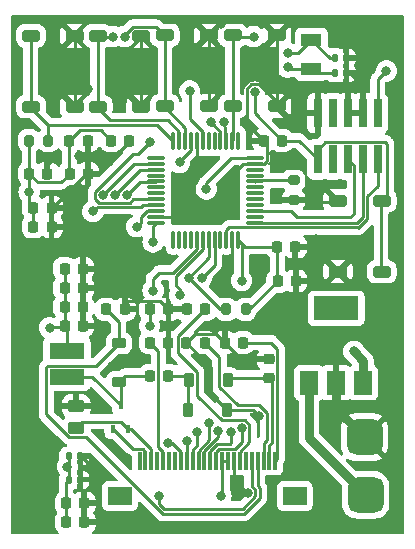
<source format=gbr>
%TF.GenerationSoftware,KiCad,Pcbnew,7.0.8*%
%TF.CreationDate,2024-01-02T21:20:11-06:00*%
%TF.ProjectId,Clock1_v3,436c6f63-6b31-45f7-9633-2e6b69636164,rev?*%
%TF.SameCoordinates,Original*%
%TF.FileFunction,Copper,L1,Top*%
%TF.FilePolarity,Positive*%
%FSLAX46Y46*%
G04 Gerber Fmt 4.6, Leading zero omitted, Abs format (unit mm)*
G04 Created by KiCad (PCBNEW 7.0.8) date 2024-01-02 21:20:11*
%MOMM*%
%LPD*%
G01*
G04 APERTURE LIST*
G04 Aperture macros list*
%AMRoundRect*
0 Rectangle with rounded corners*
0 $1 Rounding radius*
0 $2 $3 $4 $5 $6 $7 $8 $9 X,Y pos of 4 corners*
0 Add a 4 corners polygon primitive as box body*
4,1,4,$2,$3,$4,$5,$6,$7,$8,$9,$2,$3,0*
0 Add four circle primitives for the rounded corners*
1,1,$1+$1,$2,$3*
1,1,$1+$1,$4,$5*
1,1,$1+$1,$6,$7*
1,1,$1+$1,$8,$9*
0 Add four rect primitives between the rounded corners*
20,1,$1+$1,$2,$3,$4,$5,0*
20,1,$1+$1,$4,$5,$6,$7,0*
20,1,$1+$1,$6,$7,$8,$9,0*
20,1,$1+$1,$8,$9,$2,$3,0*%
G04 Aperture macros list end*
%TA.AperFunction,SMDPad,CuDef*%
%ADD10R,1.500000X2.000000*%
%TD*%
%TA.AperFunction,SMDPad,CuDef*%
%ADD11R,3.800000X2.000000*%
%TD*%
%TA.AperFunction,SMDPad,CuDef*%
%ADD12R,0.740000X2.400000*%
%TD*%
%TA.AperFunction,SMDPad,CuDef*%
%ADD13R,0.300000X1.500000*%
%TD*%
%TA.AperFunction,SMDPad,CuDef*%
%ADD14R,2.000000X1.500000*%
%TD*%
%TA.AperFunction,SMDPad,CuDef*%
%ADD15R,1.800000X1.000000*%
%TD*%
%TA.AperFunction,SMDPad,CuDef*%
%ADD16RoundRect,0.250000X0.512000X-0.250000X0.512000X0.250000X-0.512000X0.250000X-0.512000X-0.250000X0*%
%TD*%
%TA.AperFunction,SMDPad,CuDef*%
%ADD17RoundRect,0.250000X-0.512000X0.250000X-0.512000X-0.250000X0.512000X-0.250000X0.512000X0.250000X0*%
%TD*%
%TA.AperFunction,SMDPad,CuDef*%
%ADD18RoundRect,0.200000X0.200000X0.275000X-0.200000X0.275000X-0.200000X-0.275000X0.200000X-0.275000X0*%
%TD*%
%TA.AperFunction,SMDPad,CuDef*%
%ADD19RoundRect,0.250000X-0.450000X0.262500X-0.450000X-0.262500X0.450000X-0.262500X0.450000X0.262500X0*%
%TD*%
%TA.AperFunction,SMDPad,CuDef*%
%ADD20RoundRect,0.200000X0.275000X-0.200000X0.275000X0.200000X-0.275000X0.200000X-0.275000X-0.200000X0*%
%TD*%
%TA.AperFunction,SMDPad,CuDef*%
%ADD21R,0.450000X0.700000*%
%TD*%
%TA.AperFunction,SMDPad,CuDef*%
%ADD22R,3.000000X1.400000*%
%TD*%
%TA.AperFunction,SMDPad,CuDef*%
%ADD23RoundRect,0.750000X0.750000X0.750000X-0.750000X0.750000X-0.750000X-0.750000X0.750000X-0.750000X0*%
%TD*%
%TA.AperFunction,SMDPad,CuDef*%
%ADD24RoundRect,0.225000X0.225000X0.375000X-0.225000X0.375000X-0.225000X-0.375000X0.225000X-0.375000X0*%
%TD*%
%TA.AperFunction,SMDPad,CuDef*%
%ADD25RoundRect,0.225000X-0.225000X-0.375000X0.225000X-0.375000X0.225000X0.375000X-0.225000X0.375000X0*%
%TD*%
%TA.AperFunction,SMDPad,CuDef*%
%ADD26RoundRect,0.225000X-0.375000X0.225000X-0.375000X-0.225000X0.375000X-0.225000X0.375000X0.225000X0*%
%TD*%
%TA.AperFunction,SMDPad,CuDef*%
%ADD27RoundRect,0.140000X-0.140000X-0.170000X0.140000X-0.170000X0.140000X0.170000X-0.140000X0.170000X0*%
%TD*%
%TA.AperFunction,SMDPad,CuDef*%
%ADD28RoundRect,0.225000X-0.225000X-0.250000X0.225000X-0.250000X0.225000X0.250000X-0.225000X0.250000X0*%
%TD*%
%TA.AperFunction,SMDPad,CuDef*%
%ADD29RoundRect,0.225000X-0.250000X0.225000X-0.250000X-0.225000X0.250000X-0.225000X0.250000X0.225000X0*%
%TD*%
%TA.AperFunction,SMDPad,CuDef*%
%ADD30RoundRect,0.225000X0.225000X0.250000X-0.225000X0.250000X-0.225000X-0.250000X0.225000X-0.250000X0*%
%TD*%
%TA.AperFunction,SMDPad,CuDef*%
%ADD31RoundRect,0.140000X0.140000X0.170000X-0.140000X0.170000X-0.140000X-0.170000X0.140000X-0.170000X0*%
%TD*%
%TA.AperFunction,SMDPad,CuDef*%
%ADD32RoundRect,0.200000X-0.200000X-0.275000X0.200000X-0.275000X0.200000X0.275000X-0.200000X0.275000X0*%
%TD*%
%TA.AperFunction,SMDPad,CuDef*%
%ADD33RoundRect,0.109200X-0.030800X-0.670800X0.030800X-0.670800X0.030800X0.670800X-0.030800X0.670800X0*%
%TD*%
%TA.AperFunction,SMDPad,CuDef*%
%ADD34RoundRect,0.109200X-0.670800X0.030800X-0.670800X-0.030800X0.670800X-0.030800X0.670800X0.030800X0*%
%TD*%
%TA.AperFunction,ViaPad*%
%ADD35C,0.800000*%
%TD*%
%TA.AperFunction,Conductor*%
%ADD36C,0.250000*%
%TD*%
%TA.AperFunction,Conductor*%
%ADD37C,0.750000*%
%TD*%
G04 APERTURE END LIST*
D10*
%TO.P,U2,1,Vin*%
%TO.N,Vin*%
X164200000Y-99900000D03*
%TO.P,U2,2,GND*%
%TO.N,GND*%
X166500000Y-99900000D03*
%TO.P,U2,3,Vout*%
%TO.N,VDD*%
X168800000Y-99900000D03*
D11*
%TO.P,U2,4*%
%TO.N,N/C*%
X166500000Y-93600000D03*
%TD*%
D12*
%TO.P,J2,1,VTref*%
%TO.N,VDD*%
X170020000Y-77100000D03*
%TO.P,J2,2,SWDIO/TMS*%
%TO.N,/SWDIO*%
X170020000Y-81000000D03*
%TO.P,J2,3,GND*%
%TO.N,GND*%
X168750000Y-77100000D03*
%TO.P,J2,4,SWDCLK/TCK*%
%TO.N,/SWDCLK*%
X168750000Y-81000000D03*
%TO.P,J2,5,GND*%
%TO.N,GND*%
X167480000Y-77100000D03*
%TO.P,J2,6,SWO/TDO*%
%TO.N,/SWO*%
X167480000Y-81000000D03*
%TO.P,J2,7,KEY*%
%TO.N,unconnected-(J2-KEY-Pad7)*%
X166210000Y-77100000D03*
%TO.P,J2,8,NC/TDI*%
%TO.N,unconnected-(J2-NC{slash}TDI-Pad8)*%
X166210000Y-81000000D03*
%TO.P,J2,9,GNDDetect*%
%TO.N,GND*%
X164940000Y-77100000D03*
%TO.P,J2,10,~{RESET}*%
%TO.N,/nRESET*%
X164940000Y-81000000D03*
%TD*%
D13*
%TO.P,U3,1,NC*%
%TO.N,unconnected-(U3-NC-Pad1)*%
X149850000Y-106500000D03*
%TO.P,U3,2,GDR*%
%TO.N,Net-(Q1-G)*%
X150350000Y-106500000D03*
%TO.P,U3,3,RSE*%
%TO.N,Net-(Q1-S)*%
X150850000Y-106500000D03*
%TO.P,U3,4,NC*%
%TO.N,unconnected-(U3-NC-Pad4)*%
X151350000Y-106500000D03*
%TO.P,U3,5,VHDR*%
%TO.N,Net-(U3-VHDR)*%
X151850000Y-106500000D03*
%TO.P,U3,6,NC*%
%TO.N,unconnected-(U3-NC-Pad6)*%
X152350000Y-106500000D03*
%TO.P,U3,7,NC*%
%TO.N,unconnected-(U3-NC-Pad7)*%
X152850000Y-106500000D03*
%TO.P,U3,8,BS*%
%TO.N,/epaper/epaper.gpio_bs*%
X153350000Y-106500000D03*
%TO.P,U3,9,BUSY*%
%TO.N,/epaper/epaper.gpio_busy_n*%
X153850000Y-106500000D03*
%TO.P,U3,10,RESET*%
%TO.N,/epaper/epaper.gpio_reset_n*%
X154350000Y-106500000D03*
%TO.P,U3,11,D/C*%
%TO.N,/epaper/epaper.gpio_dc*%
X154850000Y-106500000D03*
%TO.P,U3,12,CS*%
%TO.N,/epaper/epaper.spi_cs*%
X155350000Y-106500000D03*
%TO.P,U3,13,SCL*%
%TO.N,/epaper/epaper.spi_scl*%
X155850000Y-106500000D03*
%TO.P,U3,14,SDA*%
%TO.N,/epaper/epaper.spi_sda*%
X156350000Y-106500000D03*
%TO.P,U3,15,VDDIO*%
%TO.N,VDD*%
X156850000Y-106500000D03*
%TO.P,U3,16,VDDA*%
X157350000Y-106500000D03*
%TO.P,U3,17,GND*%
%TO.N,GND*%
X157850000Y-106500000D03*
%TO.P,U3,18,VDDD*%
%TO.N,Net-(U3-VDDD)*%
X158350000Y-106500000D03*
%TO.P,U3,19,NC*%
%TO.N,unconnected-(U3-NC-Pad19)*%
X158850000Y-106500000D03*
%TO.P,U3,20,VDH*%
%TO.N,Net-(U3-VDH)*%
X159350000Y-106500000D03*
%TO.P,U3,21,VGH*%
%TO.N,Net-(D1-K)*%
X159850000Y-106500000D03*
%TO.P,U3,22,VDL*%
%TO.N,Net-(U3-VDL)*%
X160350000Y-106500000D03*
%TO.P,U3,23,VGL*%
%TO.N,Net-(D2-A)*%
X160850000Y-106500000D03*
%TO.P,U3,24,VCOM*%
%TO.N,Net-(U3-VCOM)*%
X161350000Y-106500000D03*
D14*
%TO.P,U3,MP1*%
%TO.N,N/C*%
X148200000Y-109500000D03*
%TO.P,U3,MP2*%
X163000000Y-109500000D03*
%TD*%
D15*
%TO.P,Y1,1,1*%
%TO.N,/OSC32_IN*%
X164400000Y-73350000D03*
%TO.P,Y1,2,2*%
%TO.N,/OSC32_OUT*%
X164400000Y-70850000D03*
%TD*%
D16*
%TO.P,SW7,1,1*%
%TO.N,GND*%
X166650000Y-90500000D03*
X166650000Y-84500000D03*
%TO.P,SW7,2,2*%
%TO.N,/nRESET*%
X170350000Y-90500000D03*
X170350000Y-84500000D03*
%TD*%
D17*
%TO.P,SW6,1,1*%
%TO.N,GND*%
X144350000Y-70525000D03*
X144350000Y-76525000D03*
%TO.P,SW6,2,2*%
%TO.N,/PB4*%
X140650000Y-70525000D03*
X140650000Y-76525000D03*
%TD*%
%TO.P,SW5,1,1*%
%TO.N,GND*%
X155700000Y-70500000D03*
X155700000Y-76500000D03*
%TO.P,SW5,2,2*%
%TO.N,/PB3*%
X152000000Y-70500000D03*
X152000000Y-76500000D03*
%TD*%
%TO.P,SW4,1,1*%
%TO.N,GND*%
X150000000Y-70525000D03*
X150000000Y-76525000D03*
%TO.P,SW4,2,2*%
%TO.N,/PB2*%
X146300000Y-70525000D03*
X146300000Y-76525000D03*
%TD*%
%TO.P,SW3,1,1*%
%TO.N,GND*%
X161450000Y-70500000D03*
X161450000Y-76500000D03*
%TO.P,SW3,2,2*%
%TO.N,/PB1*%
X157750000Y-70500000D03*
X157750000Y-76500000D03*
%TD*%
D18*
%TO.P,R8,1*%
%TO.N,/PB4*%
X142125000Y-79400000D03*
%TO.P,R8,2*%
%TO.N,VDD*%
X140475000Y-79400000D03*
%TD*%
D19*
%TO.P,R4,1*%
%TO.N,GND*%
X144500000Y-101887500D03*
%TO.P,R4,2*%
%TO.N,Net-(Q1-S)*%
X144500000Y-103712500D03*
%TD*%
D20*
%TO.P,R2,1*%
%TO.N,GND*%
X162900000Y-84425000D03*
%TO.P,R2,2*%
%TO.N,/BOOT0*%
X162900000Y-82775000D03*
%TD*%
D21*
%TO.P,Q1,1,G*%
%TO.N,Net-(Q1-G)*%
X147600000Y-103800000D03*
%TO.P,Q1,2,S*%
%TO.N,Net-(Q1-S)*%
X148900000Y-103800000D03*
%TO.P,Q1,3,D*%
%TO.N,Net-(D1-A)*%
X148250000Y-101800000D03*
%TD*%
D22*
%TO.P,L1,1,1*%
%TO.N,VDD*%
X143700000Y-97200000D03*
%TO.P,L1,2,2*%
%TO.N,Net-(D1-A)*%
X143700000Y-99400000D03*
%TD*%
D23*
%TO.P,J1,1*%
%TO.N,Vin*%
X169000000Y-109400000D03*
%TO.P,J1,2*%
%TO.N,GND*%
X168900000Y-104500000D03*
%TD*%
D24*
%TO.P,D3,1,K*%
%TO.N,GND*%
X157250000Y-102200000D03*
%TO.P,D3,2,A*%
%TO.N,Net-(D2-K)*%
X153950000Y-102200000D03*
%TD*%
D25*
%TO.P,D2,1,K*%
%TO.N,Net-(D2-K)*%
X154000000Y-99700000D03*
%TO.P,D2,2,A*%
%TO.N,Net-(D2-A)*%
X157300000Y-99700000D03*
%TD*%
D26*
%TO.P,D1,1,K*%
%TO.N,Net-(D1-K)*%
X148100000Y-96550000D03*
%TO.P,D1,2,A*%
%TO.N,Net-(D1-A)*%
X148100000Y-99850000D03*
%TD*%
D27*
%TO.P,C29,1*%
%TO.N,VDD*%
X143840000Y-108100000D03*
%TO.P,C29,2*%
%TO.N,GND*%
X144800000Y-108100000D03*
%TD*%
%TO.P,C28,1*%
%TO.N,VDD*%
X143840000Y-106130000D03*
%TO.P,C28,2*%
%TO.N,GND*%
X144800000Y-106130000D03*
%TD*%
D28*
%TO.P,C27,1*%
%TO.N,Net-(D1-A)*%
X150750000Y-99300000D03*
%TO.P,C27,2*%
%TO.N,Net-(D2-K)*%
X152300000Y-99300000D03*
%TD*%
D29*
%TO.P,C26,1*%
%TO.N,GND*%
X160800000Y-97925000D03*
%TO.P,C26,2*%
%TO.N,Net-(D2-A)*%
X160800000Y-99475000D03*
%TD*%
D28*
%TO.P,C25,1*%
%TO.N,GND*%
X157050000Y-96500000D03*
%TO.P,C25,2*%
%TO.N,Net-(U3-VCOM)*%
X158600000Y-96500000D03*
%TD*%
%TO.P,C24,1*%
%TO.N,GND*%
X153825000Y-96500000D03*
%TO.P,C24,2*%
%TO.N,Net-(U3-VDL)*%
X155375000Y-96500000D03*
%TD*%
%TO.P,C23,1*%
%TO.N,GND*%
X153850000Y-93700000D03*
%TO.P,C23,2*%
%TO.N,Net-(U3-VDDD)*%
X155400000Y-93700000D03*
%TD*%
D30*
%TO.P,C22,1*%
%TO.N,GND*%
X152300000Y-93700000D03*
%TO.P,C22,2*%
%TO.N,Net-(U3-VDH)*%
X150750000Y-93700000D03*
%TD*%
%TO.P,C21,1*%
%TO.N,GND*%
X148600000Y-93700000D03*
%TO.P,C21,2*%
%TO.N,Net-(D1-K)*%
X147050000Y-93700000D03*
%TD*%
%TO.P,C20,1*%
%TO.N,GND*%
X152300000Y-96500000D03*
%TO.P,C20,2*%
%TO.N,Net-(U3-VHDR)*%
X150750000Y-96500000D03*
%TD*%
D31*
%TO.P,C5,1*%
%TO.N,GND*%
X167360000Y-72400000D03*
%TO.P,C5,2*%
%TO.N,/OSC32_OUT*%
X166400000Y-72400000D03*
%TD*%
%TO.P,C4,1*%
%TO.N,GND*%
X167360000Y-73670000D03*
%TO.P,C4,2*%
%TO.N,/OSC32_IN*%
X166400000Y-73670000D03*
%TD*%
D28*
%TO.P,C3,1*%
%TO.N,GND*%
X160350000Y-79400000D03*
%TO.P,C3,2*%
%TO.N,/nRESET*%
X161900000Y-79400000D03*
%TD*%
%TO.P,C2,1*%
%TO.N,VDD*%
X140500000Y-82200000D03*
%TO.P,C2,2*%
%TO.N,GND*%
X142050000Y-82200000D03*
%TD*%
%TO.P,C1,1*%
%TO.N,VDD*%
X147450000Y-79400000D03*
%TO.P,C1,2*%
%TO.N,GND*%
X149000000Y-79400000D03*
%TD*%
D32*
%TO.P,R1,1*%
%TO.N,/epaper/epaper.gpio_busy_n*%
X157175000Y-93700000D03*
%TO.P,R1,2*%
%TO.N,VDD*%
X158825000Y-93700000D03*
%TD*%
D28*
%TO.P,C17,1*%
%TO.N,VDD*%
X143500000Y-95080000D03*
%TO.P,C17,2*%
%TO.N,GND*%
X145050000Y-95080000D03*
%TD*%
%TO.P,C16,1*%
%TO.N,VDD*%
X143500000Y-93480000D03*
%TO.P,C16,2*%
%TO.N,GND*%
X145050000Y-93480000D03*
%TD*%
%TO.P,C15,1*%
%TO.N,VDD*%
X143500000Y-91880000D03*
%TO.P,C15,2*%
%TO.N,GND*%
X145050000Y-91880000D03*
%TD*%
%TO.P,C14,1*%
%TO.N,VDD*%
X143500000Y-90250000D03*
%TO.P,C14,2*%
%TO.N,GND*%
X145050000Y-90250000D03*
%TD*%
%TO.P,C13,1*%
%TO.N,VDD*%
X143925000Y-82200000D03*
%TO.P,C13,2*%
%TO.N,GND*%
X145475000Y-82200000D03*
%TD*%
%TO.P,C12,1*%
%TO.N,VDD*%
X143900000Y-79400000D03*
%TO.P,C12,2*%
%TO.N,GND*%
X145450000Y-79400000D03*
%TD*%
%TO.P,C11,1*%
%TO.N,VDD*%
X161550000Y-91300000D03*
%TO.P,C11,2*%
%TO.N,GND*%
X163100000Y-91300000D03*
%TD*%
%TO.P,C10,1*%
%TO.N,VDD*%
X161500000Y-88400000D03*
%TO.P,C10,2*%
%TO.N,GND*%
X163050000Y-88400000D03*
%TD*%
%TO.P,C9,1*%
%TO.N,VDD*%
X143625000Y-111700000D03*
%TO.P,C9,2*%
%TO.N,GND*%
X145175000Y-111700000D03*
%TD*%
%TO.P,C8,1*%
%TO.N,VDD*%
X143625000Y-110100000D03*
%TO.P,C8,2*%
%TO.N,GND*%
X145175000Y-110100000D03*
%TD*%
%TO.P,C7,1*%
%TO.N,VDD*%
X140850000Y-86700000D03*
%TO.P,C7,2*%
%TO.N,GND*%
X142400000Y-86700000D03*
%TD*%
%TO.P,C6,1*%
%TO.N,VDD*%
X140850000Y-85100000D03*
%TO.P,C6,2*%
%TO.N,GND*%
X142400000Y-85100000D03*
%TD*%
D33*
%TO.P,U4,1,VBAT*%
%TO.N,unconnected-(U4-VBAT-Pad1)*%
X158200000Y-79430000D03*
%TO.P,U4,2,PC13-TAMPER-RTC*%
%TO.N,/PB1*%
X157700000Y-79430000D03*
%TO.P,U4,3,PC14-OSC32_IN*%
%TO.N,/OSC32_IN*%
X157200000Y-79430000D03*
%TO.P,U4,4,PC15-OSC32_OUT*%
%TO.N,/OSC32_OUT*%
X156700000Y-79430000D03*
%TO.P,U4,5,PD0_OSC_IN*%
%TO.N,unconnected-(U4-PD0_OSC_IN-Pad5)*%
X156200000Y-79430000D03*
%TO.P,U4,6,PD1_OSC_OUT*%
%TO.N,unconnected-(U4-PD1_OSC_OUT-Pad6)*%
X155700000Y-79430000D03*
%TO.P,U4,7,NRST*%
%TO.N,/nRESET*%
X155200000Y-79430000D03*
%TO.P,U4,8,VSSA*%
%TO.N,GND*%
X154700000Y-79430000D03*
%TO.P,U4,9,VDDA*%
%TO.N,VDD*%
X154200000Y-79430000D03*
%TO.P,U4,10,PA0_WKUP*%
%TO.N,/PB3*%
X153700000Y-79430000D03*
%TO.P,U4,11,PA1*%
%TO.N,/PB2*%
X153200000Y-79430000D03*
%TO.P,U4,12,PA2*%
%TO.N,/PB4*%
X152700000Y-79430000D03*
D34*
%TO.P,U4,13,PA3*%
%TO.N,unconnected-(U4-PA3-Pad13)*%
X151270000Y-80860000D03*
%TO.P,U4,14,PA4*%
%TO.N,/epaper/epaper.spi_cs*%
X151270000Y-81360000D03*
%TO.P,U4,15,PA5*%
%TO.N,/epaper/epaper.spi_scl*%
X151270000Y-81860000D03*
%TO.P,U4,16,PA6*%
%TO.N,unconnected-(U4-PA6-Pad16)*%
X151270000Y-82360000D03*
%TO.P,U4,17,PA7*%
%TO.N,/epaper/epaper.spi_sda*%
X151270000Y-82860000D03*
%TO.P,U4,18,PB0*%
%TO.N,unconnected-(U4-PB0-Pad18)*%
X151270000Y-83360000D03*
%TO.P,U4,19,PB1*%
%TO.N,unconnected-(U4-PB1-Pad19)*%
X151270000Y-83860000D03*
%TO.P,U4,20,PB2*%
%TO.N,/LED3*%
X151270000Y-84360000D03*
%TO.P,U4,21,PB10*%
%TO.N,/LED2*%
X151270000Y-84860000D03*
%TO.P,U4,22,PB11*%
%TO.N,/LED1*%
X151270000Y-85360000D03*
%TO.P,U4,23,VSS*%
%TO.N,GND*%
X151270000Y-85860000D03*
%TO.P,U4,24,VDD*%
%TO.N,VDD*%
X151270000Y-86360000D03*
D33*
%TO.P,U4,25,PB12*%
%TO.N,unconnected-(U4-PB12-Pad25)*%
X152700000Y-87790000D03*
%TO.P,U4,26,PB13*%
%TO.N,unconnected-(U4-PB13-Pad26)*%
X153200000Y-87790000D03*
%TO.P,U4,27,PB14*%
%TO.N,unconnected-(U4-PB14-Pad27)*%
X153700000Y-87790000D03*
%TO.P,U4,28,PB15*%
%TO.N,unconnected-(U4-PB15-Pad28)*%
X154200000Y-87790000D03*
%TO.P,U4,29,PA8*%
%TO.N,/epaper/epaper.gpio_bs*%
X154700000Y-87790000D03*
%TO.P,U4,30,PA9*%
%TO.N,/epaper/epaper.gpio_dc*%
X155200000Y-87790000D03*
%TO.P,U4,31,PA10*%
%TO.N,/epaper/epaper.gpio_busy_n*%
X155700000Y-87790000D03*
%TO.P,U4,32,PA11*%
%TO.N,/epaper/epaper.gpio_reset_n*%
X156200000Y-87790000D03*
%TO.P,U4,33,PA12*%
%TO.N,unconnected-(U4-PA12-Pad33)*%
X156700000Y-87790000D03*
%TO.P,U4,34,PA13*%
%TO.N,/SWDIO*%
X157200000Y-87790000D03*
%TO.P,U4,35,VSS__1*%
%TO.N,GND*%
X157700000Y-87790000D03*
%TO.P,U4,36,VDD__1*%
%TO.N,VDD*%
X158200000Y-87790000D03*
D34*
%TO.P,U4,37,PA14*%
%TO.N,/SWDCLK*%
X159630000Y-86360000D03*
%TO.P,U4,38,PA15*%
%TO.N,unconnected-(U4-PA15-Pad38)*%
X159630000Y-85860000D03*
%TO.P,U4,39,PB3*%
%TO.N,/SWO*%
X159630000Y-85360000D03*
%TO.P,U4,40,PB4*%
%TO.N,unconnected-(U4-PB4-Pad40)*%
X159630000Y-84860000D03*
%TO.P,U4,41,PB5*%
%TO.N,unconnected-(U4-PB5-Pad41)*%
X159630000Y-84360000D03*
%TO.P,U4,42,PB6*%
%TO.N,unconnected-(U4-PB6-Pad42)*%
X159630000Y-83860000D03*
%TO.P,U4,43,PB7*%
%TO.N,unconnected-(U4-PB7-Pad43)*%
X159630000Y-83360000D03*
%TO.P,U4,44,BOOT0*%
%TO.N,/BOOT0*%
X159630000Y-82860000D03*
%TO.P,U4,45,PB8*%
%TO.N,unconnected-(U4-PB8-Pad45)*%
X159630000Y-82360000D03*
%TO.P,U4,46,PB9*%
%TO.N,unconnected-(U4-PB9-Pad46)*%
X159630000Y-81860000D03*
%TO.P,U4,47,VSS__2*%
%TO.N,GND*%
X159630000Y-81360000D03*
%TO.P,U4,48,VDD__2*%
%TO.N,VDD*%
X159630000Y-80860000D03*
%TD*%
D35*
%TO.N,/epaper/epaper.spi_scl*%
X157600000Y-104100000D03*
%TO.N,GND*%
X160000000Y-102750000D03*
X159000000Y-109250000D03*
X144750000Y-80750000D03*
X142750000Y-80750000D03*
X168750000Y-74750000D03*
%TO.N,VDD*%
X170750000Y-73500000D03*
%TO.N,GND*%
X156750000Y-69500000D03*
X145500000Y-75000000D03*
%TO.N,VDD*%
X142250000Y-95250000D03*
X140500000Y-83750000D03*
%TO.N,GND*%
X147250000Y-81250000D03*
X148250000Y-76500000D03*
%TO.N,VDD*%
X158500000Y-91250000D03*
X155500000Y-83500000D03*
X153250000Y-81250000D03*
%TO.N,GND*%
X157250000Y-85500000D03*
X159500000Y-89750000D03*
%TO.N,VDD*%
X151000000Y-88000000D03*
%TO.N,GND*%
X164750000Y-87750000D03*
X164750000Y-84750000D03*
X147500000Y-98500000D03*
X146500000Y-104250000D03*
X148750000Y-106250000D03*
X146500000Y-101750000D03*
X146250000Y-107500000D03*
%TO.N,VDD*%
X143750000Y-107000000D03*
X156750000Y-109500000D03*
X168000000Y-97250000D03*
%TO.N,/PB1*%
X159500000Y-70600000D03*
%TO.N,/PB3*%
X148600000Y-70600000D03*
%TO.N,/PB2*%
X147600000Y-70600000D03*
%TO.N,/OSC32_OUT*%
X155900000Y-77800000D03*
X162400000Y-72000000D03*
%TO.N,/OSC32_IN*%
X162400000Y-73200000D03*
X157000000Y-77800000D03*
%TO.N,/LED1*%
X149600000Y-86700000D03*
%TO.N,/LED2*%
X145900000Y-85400000D03*
%TO.N,/LED3*%
X150750000Y-79500000D03*
%TO.N,/nRESET*%
X154100000Y-75200000D03*
X159600000Y-75300000D03*
%TO.N,Net-(U3-VDH)*%
X150700000Y-95100000D03*
X151500000Y-109500000D03*
%TO.N,/epaper/epaper.spi_cs*%
X146750000Y-84000000D03*
%TO.N,/epaper/epaper.spi_scl*%
X147750000Y-84000000D03*
%TO.N,/epaper/epaper.spi_sda*%
X148750000Y-84000000D03*
%TO.N,/epaper/epaper.gpio_reset_n*%
X155100000Y-91000000D03*
%TO.N,/epaper/epaper.gpio_dc*%
X153250000Y-92500000D03*
%TO.N,/epaper/epaper.gpio_busy_n*%
X154000000Y-91000000D03*
%TO.N,/epaper/epaper.gpio_bs*%
X151000000Y-92100000D03*
%TO.N,/epaper/epaper.spi_sda*%
X158500000Y-103750000D03*
%TO.N,/epaper/epaper.spi_cs*%
X156500000Y-104000000D03*
%TO.N,/epaper/epaper.gpio_bs*%
X152250000Y-105000000D03*
%TO.N,/epaper/epaper.gpio_busy_n*%
X153900000Y-104850000D03*
%TO.N,/epaper/epaper.gpio_reset_n*%
X154750000Y-104100000D03*
%TO.N,/epaper/epaper.gpio_dc*%
X155750000Y-103350000D03*
%TD*%
D36*
%TO.N,/PB2*%
X147450000Y-70625000D02*
X147600000Y-70600000D01*
X146300000Y-76625000D02*
X146300000Y-70625000D01*
X147375000Y-77700000D02*
X146300000Y-76625000D01*
X152250000Y-77700000D02*
X147375000Y-77700000D01*
X146300000Y-70625000D02*
X147450000Y-70625000D01*
X153200000Y-79430000D02*
X153200000Y-78650000D01*
X153200000Y-78650000D02*
X152250000Y-77700000D01*
%TO.N,/SWDIO*%
X168361158Y-86752000D02*
X168371158Y-86762000D01*
X157200000Y-87010000D02*
X157458000Y-86752000D01*
X157458000Y-86752000D02*
X168361158Y-86752000D01*
X157200000Y-87790000D02*
X157200000Y-87010000D01*
D37*
%TO.N,VDD*%
X168800000Y-98050000D02*
X168800000Y-99900000D01*
X168000000Y-97250000D02*
X168800000Y-98050000D01*
%TO.N,GND*%
X168900000Y-104500000D02*
X166500000Y-102100000D01*
X166500000Y-102100000D02*
X166500000Y-99900000D01*
%TO.N,Vin*%
X164200000Y-104600000D02*
X164200000Y-99900000D01*
X169000000Y-109400000D02*
X164200000Y-104600000D01*
D36*
%TO.N,Net-(U3-VCOM)*%
X161000000Y-96500000D02*
X158600000Y-96500000D01*
X161527000Y-106323000D02*
X161527000Y-97027000D01*
X161350000Y-106500000D02*
X161527000Y-106323000D01*
X161527000Y-97027000D02*
X161000000Y-96500000D01*
%TO.N,Net-(D2-A)*%
X160850000Y-105150000D02*
X160850000Y-106500000D01*
X161029000Y-104971000D02*
X160850000Y-105150000D01*
X161029000Y-99704000D02*
X161029000Y-104971000D01*
X160800000Y-99475000D02*
X161029000Y-99704000D01*
%TO.N,Net-(U3-VDL)*%
X156598000Y-100272582D02*
X158148418Y-101823000D01*
X159995068Y-101823000D02*
X160652000Y-102479932D01*
X160652000Y-102479932D02*
X160652000Y-104746000D01*
X160652000Y-104746000D02*
X160350000Y-105048000D01*
X160350000Y-105048000D02*
X160350000Y-106500000D01*
X156598000Y-97723000D02*
X156598000Y-100272582D01*
X158148418Y-101823000D02*
X159995068Y-101823000D01*
X155375000Y-96500000D02*
X156598000Y-97723000D01*
%TO.N,Net-(D1-K)*%
X159850000Y-108644774D02*
X159850000Y-106500000D01*
X160029000Y-108823774D02*
X159850000Y-108644774D01*
X160029000Y-109676226D02*
X160029000Y-108823774D01*
X158705226Y-111000000D02*
X160029000Y-109676226D01*
X151806382Y-111000000D02*
X158705226Y-111000000D01*
X145283382Y-104477000D02*
X151806382Y-111000000D01*
X141948000Y-102582936D02*
X143842064Y-104477000D01*
X142095618Y-98448000D02*
X141948000Y-98595618D01*
X141948000Y-98595618D02*
X141948000Y-102582936D01*
X143842064Y-104477000D02*
X145283382Y-104477000D01*
X148100000Y-96550000D02*
X146202000Y-98448000D01*
X146202000Y-98448000D02*
X142095618Y-98448000D01*
%TO.N,Net-(U3-VDH)*%
X159350000Y-108677932D02*
X159350000Y-106500000D01*
X159652000Y-109520068D02*
X159652000Y-108979932D01*
X151919770Y-110580230D02*
X158591838Y-110580230D01*
X151500000Y-110160460D02*
X151919770Y-110580230D01*
X159652000Y-108979932D02*
X159350000Y-108677932D01*
X151500000Y-109500000D02*
X151500000Y-110160460D01*
X158591838Y-110580230D02*
X159652000Y-109520068D01*
%TO.N,Net-(U3-VDDD)*%
X157024068Y-103098000D02*
X157022068Y-103100000D01*
X158770068Y-103098000D02*
X157024068Y-103098000D01*
X159152000Y-104941618D02*
X159152000Y-103479932D01*
X159152000Y-103479932D02*
X158770068Y-103098000D01*
X158350000Y-105743618D02*
X159152000Y-104941618D01*
X158350000Y-106500000D02*
X158350000Y-105743618D01*
%TO.N,GND*%
X157850000Y-108406382D02*
X157850000Y-106500000D01*
X158693618Y-109250000D02*
X157850000Y-108406382D01*
X159000000Y-109250000D02*
X158693618Y-109250000D01*
%TO.N,VDD*%
X157350000Y-106500000D02*
X156850000Y-106500000D01*
X156850000Y-109400000D02*
X156850000Y-106500000D01*
X156750000Y-109500000D02*
X156850000Y-109400000D01*
%TO.N,/epaper/epaper.gpio_reset_n*%
X154350000Y-105610985D02*
X154350000Y-106500000D01*
X154750000Y-105210985D02*
X154350000Y-105610985D01*
X154750000Y-104100000D02*
X154750000Y-105210985D01*
%TO.N,/epaper/epaper.gpio_dc*%
X154850000Y-105644143D02*
X154850000Y-106500000D01*
X155750000Y-104744143D02*
X154850000Y-105644143D01*
X155750000Y-103350000D02*
X155750000Y-104744143D01*
%TO.N,/epaper/epaper.spi_cs*%
X155350000Y-105677301D02*
X155350000Y-106500000D01*
X156500000Y-104527301D02*
X155350000Y-105677301D01*
X156500000Y-104000000D02*
X156500000Y-104527301D01*
%TO.N,/epaper/epaper.spi_scl*%
X155850000Y-105710459D02*
X155850000Y-106500000D01*
X157500000Y-105121000D02*
X156439459Y-105121000D01*
X157600000Y-105021000D02*
X157500000Y-105121000D01*
X156439459Y-105121000D02*
X155850000Y-105710459D01*
X157600000Y-104100000D02*
X157600000Y-105021000D01*
%TO.N,/epaper/epaper.spi_sda*%
X158500000Y-104900000D02*
X158500000Y-103750000D01*
X157902000Y-105498000D02*
X158500000Y-104900000D01*
X156595618Y-105498000D02*
X157902000Y-105498000D01*
X156350000Y-105743618D02*
X156595618Y-105498000D01*
X156350000Y-106500000D02*
X156350000Y-105743618D01*
%TO.N,/epaper/epaper.gpio_busy_n*%
X153900000Y-106450000D02*
X153850000Y-106500000D01*
X153900000Y-104850000D02*
X153900000Y-106450000D01*
%TO.N,/epaper/epaper.gpio_bs*%
X152606382Y-105000000D02*
X153350000Y-105743618D01*
X152250000Y-105000000D02*
X152606382Y-105000000D01*
X153350000Y-105743618D02*
X153350000Y-106500000D01*
%TO.N,Net-(U3-VHDR)*%
X151452000Y-97202000D02*
X150750000Y-96500000D01*
X151452000Y-105345618D02*
X151452000Y-97202000D01*
X151850000Y-105743618D02*
X151452000Y-105345618D01*
X151850000Y-106500000D02*
X151850000Y-105743618D01*
%TO.N,Net-(Q1-S)*%
X149125000Y-103800000D02*
X150850000Y-105525000D01*
X150850000Y-105525000D02*
X150850000Y-106500000D01*
X148900000Y-103800000D02*
X149125000Y-103800000D01*
%TO.N,Net-(Q1-G)*%
X150104382Y-105498000D02*
X150350000Y-105743618D01*
X149298000Y-105498000D02*
X150104382Y-105498000D01*
X147600000Y-103800000D02*
X149298000Y-105498000D01*
X150350000Y-105743618D02*
X150350000Y-106500000D01*
%TO.N,GND*%
X159450000Y-102200000D02*
X157250000Y-102200000D01*
X160000000Y-102750000D02*
X159450000Y-102200000D01*
%TO.N,Net-(U3-VDDD)*%
X156800000Y-103100000D02*
X157022068Y-103100000D01*
X154702000Y-101002000D02*
X156800000Y-103100000D01*
X154702000Y-99002000D02*
X154702000Y-101002000D01*
X153123000Y-97423000D02*
X154702000Y-99002000D01*
X153123000Y-95977000D02*
X153123000Y-97423000D01*
X155400000Y-93700000D02*
X153123000Y-95977000D01*
%TO.N,/PB3*%
X151273000Y-69773000D02*
X152000000Y-70500000D01*
X149280064Y-69773000D02*
X151273000Y-69773000D01*
X148600000Y-70453064D02*
X149280064Y-69773000D01*
X148600000Y-70600000D02*
X148600000Y-70453064D01*
%TO.N,GND*%
X155923000Y-98598000D02*
X153825000Y-96500000D01*
X155923000Y-100873000D02*
X155923000Y-98598000D01*
X157250000Y-102200000D02*
X155923000Y-100873000D01*
X144750000Y-80750000D02*
X145450000Y-80750000D01*
X145450000Y-80750000D02*
X145450000Y-82175000D01*
X145450000Y-79400000D02*
X145450000Y-80750000D01*
X142050000Y-82200000D02*
X142050000Y-81450000D01*
X142050000Y-81450000D02*
X142750000Y-80750000D01*
X145300000Y-82200000D02*
X145475000Y-82200000D01*
X142400000Y-85100000D02*
X145300000Y-82200000D01*
X142400000Y-86700000D02*
X142400000Y-85100000D01*
X146300000Y-82200000D02*
X147250000Y-81250000D01*
X145475000Y-82200000D02*
X146300000Y-82200000D01*
X145450000Y-82175000D02*
X145475000Y-82200000D01*
X152300000Y-93700000D02*
X152300000Y-96500000D01*
X153850000Y-93700000D02*
X152300000Y-93700000D01*
X158475000Y-97925000D02*
X157050000Y-96500000D01*
X160800000Y-97925000D02*
X158475000Y-97925000D01*
X144880000Y-106130000D02*
X146250000Y-107500000D01*
X144800000Y-106130000D02*
X144880000Y-106130000D01*
X157700000Y-89800000D02*
X156750000Y-90750000D01*
X157700000Y-87800000D02*
X157700000Y-89800000D01*
X153380000Y-85870000D02*
X154000000Y-85250000D01*
X151270000Y-85870000D02*
X153380000Y-85870000D01*
X158630000Y-81370000D02*
X157500000Y-82500000D01*
X159630000Y-81370000D02*
X158630000Y-81370000D01*
X167670000Y-73670000D02*
X168750000Y-74750000D01*
X167360000Y-73670000D02*
X167670000Y-73670000D01*
X167360000Y-72400000D02*
X167360000Y-73670000D01*
X161450000Y-76100000D02*
X161450000Y-76600000D01*
X159998000Y-74648000D02*
X161450000Y-76100000D01*
X158948000Y-75029932D02*
X159329932Y-74648000D01*
X159329932Y-74648000D02*
X159998000Y-74648000D01*
X160350000Y-79400000D02*
X158948000Y-77998000D01*
X158948000Y-77998000D02*
X158948000Y-75029932D01*
X160662000Y-81118000D02*
X160410000Y-81370000D01*
X160662000Y-79712000D02*
X160662000Y-81118000D01*
X160350000Y-79400000D02*
X160662000Y-79712000D01*
X160410000Y-81370000D02*
X159630000Y-81370000D01*
%TO.N,VDD*%
X170020000Y-74230000D02*
X170020000Y-77100000D01*
X170750000Y-73500000D02*
X170020000Y-74230000D01*
X142250000Y-95250000D02*
X142170000Y-95080000D01*
X143500000Y-95080000D02*
X142250000Y-95250000D01*
X143500000Y-91880000D02*
X143500000Y-90250000D01*
X143500000Y-93480000D02*
X143500000Y-91880000D01*
X143500000Y-95080000D02*
X143500000Y-93480000D01*
X143700000Y-97200000D02*
X143700000Y-95280000D01*
X143700000Y-95280000D02*
X143500000Y-95080000D01*
X140500000Y-83750000D02*
X140500000Y-84750000D01*
X140850000Y-86700000D02*
X140850000Y-85100000D01*
X140500000Y-84750000D02*
X140850000Y-85100000D01*
X140500000Y-82200000D02*
X140500000Y-83750000D01*
X140500000Y-79425000D02*
X140475000Y-79400000D01*
X140500000Y-82200000D02*
X140500000Y-79425000D01*
X141227000Y-82927000D02*
X140500000Y-82200000D01*
X143198000Y-82927000D02*
X141227000Y-82927000D01*
X143925000Y-82200000D02*
X143198000Y-82927000D01*
X146550000Y-78500000D02*
X147450000Y-79400000D01*
X144800000Y-78500000D02*
X146550000Y-78500000D01*
X143900000Y-79400000D02*
X144800000Y-78500000D01*
X143900000Y-79400000D02*
X143900000Y-82175000D01*
X143900000Y-82175000D02*
X143925000Y-82200000D01*
%TO.N,GND*%
X149000000Y-79500000D02*
X149000000Y-79400000D01*
X147250000Y-81250000D02*
X149000000Y-79500000D01*
%TO.N,VDD*%
X158500000Y-88100000D02*
X158500000Y-91250000D01*
X158200000Y-87800000D02*
X158500000Y-88100000D01*
X155500000Y-82966841D02*
X155500000Y-83500000D01*
X157596841Y-80870000D02*
X155500000Y-82966841D01*
X159630000Y-80870000D02*
X157596841Y-80870000D01*
X153170000Y-81250000D02*
X153250000Y-81170000D01*
X153250000Y-81250000D02*
X153170000Y-81250000D01*
X153250000Y-81170000D02*
X153250000Y-81250000D01*
X154200000Y-80220000D02*
X153250000Y-81170000D01*
X154200000Y-79440000D02*
X154200000Y-80220000D01*
%TO.N,GND*%
X154700000Y-79440000D02*
X154700000Y-81200000D01*
%TO.N,VDD*%
X151000000Y-86640000D02*
X151000000Y-88000000D01*
X151270000Y-86370000D02*
X151000000Y-86640000D01*
X161500000Y-91250000D02*
X161550000Y-91300000D01*
X161500000Y-88400000D02*
X161500000Y-91250000D01*
X158800000Y-88400000D02*
X158200000Y-87800000D01*
X161500000Y-88400000D02*
X158800000Y-88400000D01*
%TO.N,/SWDIO*%
X157200000Y-87020000D02*
X157200000Y-87800000D01*
X169127000Y-86006158D02*
X168371158Y-86762000D01*
X169127000Y-84123000D02*
X169127000Y-86006158D01*
X170020000Y-83230000D02*
X169127000Y-84123000D01*
X170020000Y-81000000D02*
X170020000Y-83230000D01*
%TO.N,GND*%
X164100000Y-88400000D02*
X164750000Y-87750000D01*
X163050000Y-88400000D02*
X164100000Y-88400000D01*
X164900000Y-84600000D02*
X164750000Y-84750000D01*
X166600000Y-84600000D02*
X164900000Y-84600000D01*
%TO.N,VDD*%
X159150000Y-93700000D02*
X161550000Y-91300000D01*
X158825000Y-93700000D02*
X159150000Y-93700000D01*
%TO.N,GND*%
X154552000Y-95773000D02*
X156323000Y-95773000D01*
X156323000Y-95773000D02*
X157050000Y-96500000D01*
X153825000Y-96500000D02*
X154552000Y-95773000D01*
X148852000Y-92973000D02*
X151573000Y-92973000D01*
X151573000Y-92973000D02*
X152300000Y-93700000D01*
X148600000Y-93225000D02*
X148852000Y-92973000D01*
X148600000Y-93700000D02*
X148600000Y-93225000D01*
%TO.N,VDD*%
X143840000Y-106910000D02*
X143840000Y-106130000D01*
X143750000Y-107000000D02*
X143840000Y-106910000D01*
X143840000Y-107090000D02*
X143750000Y-107000000D01*
X143840000Y-108100000D02*
X143840000Y-107090000D01*
X143625000Y-108315000D02*
X143840000Y-108100000D01*
X143625000Y-110100000D02*
X143625000Y-108315000D01*
X143625000Y-111700000D02*
X143625000Y-110100000D01*
%TO.N,/PB1*%
X157750000Y-70600000D02*
X159500000Y-70600000D01*
%TO.N,/PB3*%
X148553064Y-70600000D02*
X148600000Y-70553064D01*
X148600000Y-70600000D02*
X148553064Y-70600000D01*
X148600000Y-70553064D02*
X148600000Y-70600000D01*
%TO.N,/PB2*%
X147500000Y-70625000D02*
X147475000Y-70625000D01*
X147600000Y-70600000D02*
X147500000Y-70625000D01*
%TO.N,/OSC32_OUT*%
X166400000Y-72400000D02*
X165950000Y-72400000D01*
X165950000Y-72400000D02*
X164400000Y-70850000D01*
X164400000Y-70850000D02*
X163250000Y-72000000D01*
X163250000Y-72000000D02*
X162400000Y-72000000D01*
%TO.N,/OSC32_IN*%
X164400000Y-73350000D02*
X163216841Y-73350000D01*
X163216841Y-73350000D02*
X163166841Y-73300000D01*
X163166841Y-73300000D02*
X162700000Y-73300000D01*
X162700000Y-73300000D02*
X162400000Y-73200000D01*
X162500000Y-73300000D02*
X162600000Y-73300000D01*
X162400000Y-73200000D02*
X162500000Y-73300000D01*
%TO.N,/OSC32_OUT*%
X155900000Y-77800000D02*
X155900000Y-78100000D01*
X155900000Y-78100000D02*
X156140000Y-78100000D01*
X156140000Y-78100000D02*
X156700000Y-78660000D01*
X156700000Y-78660000D02*
X156700000Y-79440000D01*
%TO.N,/OSC32_IN*%
X164720000Y-73670000D02*
X164400000Y-73350000D01*
X166400000Y-73670000D02*
X164720000Y-73670000D01*
X157200000Y-79440000D02*
X157000000Y-77800000D01*
%TO.N,GND*%
X161450000Y-70600000D02*
X161450000Y-76600000D01*
%TO.N,/PB1*%
X157750000Y-76600000D02*
X157750000Y-70600000D01*
%TO.N,/nRESET*%
X159600000Y-77100000D02*
X159600000Y-75300000D01*
X161900000Y-79400000D02*
X159600000Y-77100000D01*
X163340000Y-79400000D02*
X161900000Y-79400000D01*
X164940000Y-81000000D02*
X163340000Y-79400000D01*
%TO.N,/LED1*%
X149960000Y-86340000D02*
X149960000Y-85900000D01*
X149600000Y-86700000D02*
X149960000Y-86340000D01*
%TO.N,/LED2*%
X145900000Y-85400000D02*
X146100000Y-85300000D01*
X146371000Y-85029000D02*
X145900000Y-85400000D01*
X149964000Y-85029000D02*
X146371000Y-85029000D01*
X150123000Y-84870000D02*
X149964000Y-85029000D01*
X151270000Y-84870000D02*
X150123000Y-84870000D01*
%TO.N,/LED3*%
X149750000Y-80500000D02*
X150750000Y-79500000D01*
X149327932Y-80500000D02*
X149750000Y-80500000D01*
X146098000Y-83729932D02*
X149327932Y-80500000D01*
X146098000Y-84348000D02*
X146098000Y-83729932D01*
X146402000Y-84652000D02*
X146098000Y-84348000D01*
X149020068Y-84652000D02*
X146402000Y-84652000D01*
X151270000Y-84370000D02*
X149302068Y-84370000D01*
X149302068Y-84370000D02*
X149020068Y-84652000D01*
%TO.N,/BOOT0*%
X159725000Y-82775000D02*
X159630000Y-82870000D01*
X162900000Y-82775000D02*
X159725000Y-82775000D01*
%TO.N,/LED1*%
X150490000Y-85370000D02*
X151270000Y-85370000D01*
X149960000Y-85900000D02*
X150490000Y-85370000D01*
%TO.N,/PB4*%
X142125000Y-78100000D02*
X142102000Y-78077000D01*
X142125000Y-79400000D02*
X142125000Y-78100000D01*
%TO.N,/epaper/epaper.gpio_busy_n*%
X156700000Y-93700000D02*
X154000000Y-91000000D01*
X157175000Y-93700000D02*
X156700000Y-93700000D01*
%TO.N,/nRESET*%
X155200000Y-78660000D02*
X155200000Y-79440000D01*
X154100000Y-77560000D02*
X155200000Y-78660000D01*
X154100000Y-75200000D02*
X154100000Y-77560000D01*
X170300000Y-90600000D02*
X170300000Y-84600000D01*
%TO.N,/SWO*%
X162670000Y-85370000D02*
X159630000Y-85370000D01*
X163200000Y-85900000D02*
X162670000Y-85370000D01*
X167700000Y-85900000D02*
X163200000Y-85900000D01*
X168000000Y-85600000D02*
X167700000Y-85900000D01*
X168000000Y-81520000D02*
X168000000Y-85600000D01*
X167480000Y-81000000D02*
X168000000Y-81520000D01*
%TO.N,/SWDCLK*%
X168230000Y-86370000D02*
X159630000Y-86370000D01*
X168750000Y-81000000D02*
X168750000Y-85850000D01*
X168750000Y-85850000D02*
X168230000Y-86370000D01*
%TO.N,/nRESET*%
X164940000Y-80160000D02*
X164940000Y-81000000D01*
X165552000Y-79548000D02*
X164940000Y-80160000D01*
X170648000Y-79548000D02*
X165552000Y-79548000D01*
X170800000Y-79700000D02*
X170648000Y-79548000D01*
X170800000Y-84100000D02*
X170800000Y-79700000D01*
X170300000Y-84600000D02*
X170800000Y-84100000D01*
%TO.N,GND*%
X155700000Y-70600000D02*
X155700000Y-76600000D01*
X150000000Y-70625000D02*
X150000000Y-76625000D01*
X144350000Y-70625000D02*
X144350000Y-76625000D01*
%TO.N,/PB1*%
X157750000Y-79390000D02*
X157700000Y-79440000D01*
X157750000Y-76600000D02*
X157750000Y-79390000D01*
%TO.N,/PB4*%
X142102000Y-78077000D02*
X140650000Y-76625000D01*
X151337000Y-78077000D02*
X142102000Y-78077000D01*
X152700000Y-79440000D02*
X151337000Y-78077000D01*
%TO.N,/PB2*%
X153200000Y-79440000D02*
X153200000Y-78727586D01*
%TO.N,/PB3*%
X153700000Y-79440000D02*
X153700000Y-78300000D01*
X153700000Y-78300000D02*
X152000000Y-76600000D01*
%TO.N,/PB4*%
X140650000Y-76625000D02*
X140650000Y-70625000D01*
%TO.N,/PB3*%
X152000000Y-76600000D02*
X152000000Y-70600000D01*
%TO.N,Net-(U3-VDH)*%
X150700000Y-93750000D02*
X150750000Y-93700000D01*
X150700000Y-95100000D02*
X150700000Y-93750000D01*
X151500000Y-109500000D02*
X151500000Y-109600000D01*
%TO.N,Net-(D2-K)*%
X153950000Y-99750000D02*
X154000000Y-99700000D01*
X153950000Y-102200000D02*
X153950000Y-99750000D01*
X152300000Y-99300000D02*
X153600000Y-99300000D01*
X153600000Y-99300000D02*
X154000000Y-99700000D01*
%TO.N,Net-(D2-A)*%
X157525000Y-99475000D02*
X157300000Y-99700000D01*
X160800000Y-99475000D02*
X157525000Y-99475000D01*
%TO.N,/epaper/epaper.spi_cs*%
X149380000Y-81370000D02*
X146750000Y-84000000D01*
X151270000Y-81370000D02*
X149380000Y-81370000D01*
%TO.N,/epaper/epaper.spi_scl*%
X149880000Y-81870000D02*
X147750000Y-84000000D01*
X151270000Y-81870000D02*
X149880000Y-81870000D01*
%TO.N,/epaper/epaper.spi_sda*%
X149880000Y-82870000D02*
X148750000Y-84000000D01*
X151270000Y-82870000D02*
X149880000Y-82870000D01*
%TO.N,/epaper/epaper.gpio_reset_n*%
X155100000Y-91000000D02*
X156200000Y-89900000D01*
X156200000Y-89900000D02*
X156200000Y-87800000D01*
%TO.N,/epaper/epaper.gpio_dc*%
X153250000Y-92000000D02*
X153250000Y-92500000D01*
X152950000Y-91700000D02*
X153250000Y-92000000D01*
X152950000Y-90863158D02*
X152950000Y-91700000D01*
%TO.N,/epaper/epaper.gpio_busy_n*%
X155700000Y-89300000D02*
X155700000Y-87800000D01*
X154000000Y-91000000D02*
X155700000Y-89300000D01*
%TO.N,/epaper/epaper.gpio_dc*%
X155200000Y-88613158D02*
X155200000Y-87800000D01*
X152950000Y-90863158D02*
X155200000Y-88613158D01*
%TO.N,/epaper/epaper.gpio_bs*%
X154700000Y-88580000D02*
X154700000Y-87800000D01*
X152680000Y-90600000D02*
X154700000Y-88580000D01*
X151000000Y-91100000D02*
X151500000Y-90600000D01*
X151000000Y-92100000D02*
X151000000Y-91100000D01*
X151500000Y-90600000D02*
X152680000Y-90600000D01*
%TO.N,Net-(D1-A)*%
X148650000Y-99300000D02*
X148100000Y-99850000D01*
X150750000Y-99300000D02*
X148650000Y-99300000D01*
%TO.N,Net-(Q1-S)*%
X145014500Y-103198000D02*
X148298000Y-103198000D01*
X144500000Y-103712500D02*
X145014500Y-103198000D01*
X148298000Y-103198000D02*
X148900000Y-103800000D01*
%TO.N,Net-(D1-K)*%
X148100000Y-94750000D02*
X147050000Y-93700000D01*
X148100000Y-96550000D02*
X148100000Y-94750000D01*
%TO.N,Net-(D1-A)*%
X148250000Y-100000000D02*
X148100000Y-99850000D01*
X148250000Y-101800000D02*
X148250000Y-100000000D01*
X145850000Y-99400000D02*
X148250000Y-101800000D01*
X143700000Y-99400000D02*
X145850000Y-99400000D01*
%TD*%
%TA.AperFunction,Conductor*%
%TO.N,GND*%
G36*
X172193039Y-68769685D02*
G01*
X172238794Y-68822489D01*
X172250000Y-68874000D01*
X172250000Y-112626000D01*
X172230315Y-112693039D01*
X172177511Y-112738794D01*
X172126000Y-112750000D01*
X145921252Y-112750000D01*
X145854213Y-112730315D01*
X145808458Y-112677511D01*
X145798514Y-112608353D01*
X145827539Y-112544797D01*
X145847603Y-112527734D01*
X145847065Y-112527054D01*
X145852732Y-112522572D01*
X145972572Y-112402732D01*
X145972575Y-112402728D01*
X146061542Y-112258492D01*
X146061547Y-112258481D01*
X146114855Y-112097606D01*
X146124999Y-111998322D01*
X146125000Y-111998309D01*
X146125000Y-111950000D01*
X145049000Y-111950000D01*
X144981961Y-111930315D01*
X144936206Y-111877511D01*
X144925000Y-111826000D01*
X144925000Y-110350000D01*
X145425000Y-110350000D01*
X145425000Y-111450000D01*
X146124999Y-111450000D01*
X146124999Y-111401692D01*
X146124998Y-111401677D01*
X146114855Y-111302392D01*
X146061547Y-111141518D01*
X146061542Y-111141507D01*
X145972575Y-110997271D01*
X145972572Y-110997267D01*
X145962986Y-110987681D01*
X145929501Y-110926358D01*
X145934485Y-110856666D01*
X145962986Y-110812319D01*
X145972572Y-110802732D01*
X145972575Y-110802728D01*
X146061542Y-110658492D01*
X146061547Y-110658481D01*
X146114855Y-110497606D01*
X146124999Y-110398322D01*
X146125000Y-110398309D01*
X146125000Y-110350000D01*
X145425000Y-110350000D01*
X144925000Y-110350000D01*
X144925000Y-109125000D01*
X145425000Y-109125000D01*
X145425000Y-109850000D01*
X146124999Y-109850000D01*
X146124999Y-109801692D01*
X146124998Y-109801677D01*
X146114855Y-109702392D01*
X146061547Y-109541518D01*
X146061542Y-109541507D01*
X145972575Y-109397271D01*
X145972572Y-109397267D01*
X145852732Y-109277427D01*
X145852728Y-109277424D01*
X145708492Y-109188457D01*
X145708481Y-109188452D01*
X145547606Y-109135144D01*
X145448322Y-109125000D01*
X145425000Y-109125000D01*
X144925000Y-109125000D01*
X144925000Y-109124999D01*
X144901693Y-109125000D01*
X144901674Y-109125001D01*
X144802392Y-109135144D01*
X144641518Y-109188452D01*
X144641507Y-109188457D01*
X144497271Y-109277424D01*
X144497264Y-109277430D01*
X144488028Y-109286665D01*
X144426703Y-109320146D01*
X144357011Y-109315157D01*
X144312672Y-109286659D01*
X144303046Y-109277033D01*
X144297590Y-109272719D01*
X144257213Y-109215697D01*
X144250500Y-109175452D01*
X144250500Y-108982645D01*
X144270185Y-108915606D01*
X144322989Y-108869851D01*
X144392147Y-108859907D01*
X144409094Y-108863568D01*
X144550000Y-108904504D01*
X144550000Y-108598352D01*
X144567267Y-108535233D01*
X144572494Y-108526395D01*
X144577935Y-108507669D01*
X144617642Y-108370997D01*
X144617643Y-108370991D01*
X144619295Y-108350000D01*
X145050000Y-108350000D01*
X145050000Y-108904504D01*
X145196195Y-108862031D01*
X145335374Y-108779721D01*
X145335383Y-108779714D01*
X145449714Y-108665383D01*
X145449721Y-108665374D01*
X145532031Y-108526195D01*
X145532033Y-108526190D01*
X145577144Y-108370918D01*
X145577145Y-108370912D01*
X145578790Y-108350000D01*
X145050000Y-108350000D01*
X144619295Y-108350000D01*
X144620500Y-108334692D01*
X144620500Y-107865308D01*
X144619295Y-107850000D01*
X145050000Y-107850000D01*
X145578790Y-107850000D01*
X145577145Y-107829089D01*
X145532031Y-107673804D01*
X145449721Y-107534625D01*
X145449714Y-107534616D01*
X145335383Y-107420285D01*
X145335374Y-107420278D01*
X145196193Y-107337967D01*
X145196190Y-107337965D01*
X145050001Y-107295493D01*
X145050000Y-107295494D01*
X145050000Y-107850000D01*
X144619295Y-107850000D01*
X144617643Y-107829008D01*
X144617642Y-107829002D01*
X144572495Y-107673608D01*
X144572492Y-107673600D01*
X144567266Y-107664763D01*
X144550000Y-107601645D01*
X144550000Y-107448584D01*
X144566612Y-107386586D01*
X144577179Y-107368284D01*
X144635674Y-107188256D01*
X144655460Y-107000000D01*
X144635674Y-106811744D01*
X144588798Y-106667474D01*
X144575171Y-106625535D01*
X144577907Y-106624645D01*
X144570262Y-106567884D01*
X144573762Y-106552029D01*
X144617643Y-106400993D01*
X144619295Y-106380000D01*
X145050000Y-106380000D01*
X145050000Y-106934503D01*
X145196195Y-106892031D01*
X145335374Y-106809721D01*
X145335383Y-106809714D01*
X145449714Y-106695383D01*
X145449721Y-106695374D01*
X145532031Y-106556195D01*
X145532033Y-106556190D01*
X145577144Y-106400918D01*
X145577145Y-106400912D01*
X145578790Y-106380000D01*
X145050000Y-106380000D01*
X144619295Y-106380000D01*
X144620500Y-106364690D01*
X144620500Y-106004000D01*
X144640185Y-105936961D01*
X144692989Y-105891206D01*
X144744500Y-105880000D01*
X145578789Y-105880000D01*
X145598368Y-105858820D01*
X145658330Y-105822955D01*
X145728164Y-105825200D01*
X145777104Y-105855312D01*
X147959611Y-108037819D01*
X147993096Y-108099142D01*
X147988112Y-108168834D01*
X147946240Y-108224767D01*
X147880776Y-108249184D01*
X147871930Y-108249500D01*
X147152129Y-108249500D01*
X147152123Y-108249501D01*
X147092516Y-108255908D01*
X146957671Y-108306202D01*
X146957664Y-108306206D01*
X146842455Y-108392452D01*
X146842452Y-108392455D01*
X146756206Y-108507664D01*
X146756202Y-108507671D01*
X146705908Y-108642517D01*
X146699501Y-108702116D01*
X146699501Y-108702123D01*
X146699500Y-108702135D01*
X146699500Y-110297870D01*
X146699501Y-110297876D01*
X146705908Y-110357483D01*
X146756202Y-110492328D01*
X146756206Y-110492335D01*
X146842452Y-110607544D01*
X146842455Y-110607547D01*
X146957664Y-110693793D01*
X146957671Y-110693797D01*
X147092517Y-110744091D01*
X147092516Y-110744091D01*
X147099444Y-110744835D01*
X147152127Y-110750500D01*
X149247872Y-110750499D01*
X149307483Y-110744091D01*
X149442331Y-110693796D01*
X149557546Y-110607546D01*
X149643796Y-110492331D01*
X149694091Y-110357483D01*
X149700500Y-110297873D01*
X149700499Y-110078069D01*
X149720183Y-110011031D01*
X149772987Y-109965276D01*
X149842145Y-109955332D01*
X149905701Y-109984357D01*
X149912180Y-109990389D01*
X151305579Y-111383788D01*
X151315404Y-111396051D01*
X151315625Y-111395869D01*
X151320596Y-111401878D01*
X151341425Y-111421437D01*
X151371017Y-111449226D01*
X151391911Y-111470120D01*
X151397393Y-111474373D01*
X151401825Y-111478157D01*
X151435800Y-111510062D01*
X151453358Y-111519714D01*
X151469615Y-111530393D01*
X151485446Y-111542673D01*
X151505119Y-111551186D01*
X151528215Y-111561182D01*
X151533459Y-111563750D01*
X151574290Y-111586197D01*
X151586905Y-111589435D01*
X151593687Y-111591177D01*
X151612101Y-111597481D01*
X151630486Y-111605438D01*
X151676539Y-111612732D01*
X151682208Y-111613906D01*
X151727363Y-111625500D01*
X151747398Y-111625500D01*
X151766795Y-111627026D01*
X151786578Y-111630160D01*
X151832966Y-111625775D01*
X151838804Y-111625500D01*
X158622483Y-111625500D01*
X158638103Y-111627224D01*
X158638130Y-111626939D01*
X158645886Y-111627671D01*
X158645893Y-111627673D01*
X158715040Y-111625500D01*
X158744576Y-111625500D01*
X158751454Y-111624630D01*
X158757267Y-111624172D01*
X158803853Y-111622709D01*
X158823095Y-111617117D01*
X158842138Y-111613174D01*
X158862018Y-111610664D01*
X158905348Y-111593507D01*
X158910872Y-111591617D01*
X158914622Y-111590527D01*
X158955616Y-111578618D01*
X158972855Y-111568422D01*
X158990329Y-111559862D01*
X159008953Y-111552488D01*
X159008953Y-111552487D01*
X159008958Y-111552486D01*
X159046675Y-111525082D01*
X159051531Y-111521892D01*
X159091646Y-111498170D01*
X159105815Y-111483999D01*
X159120605Y-111471368D01*
X159136813Y-111459594D01*
X159166525Y-111423676D01*
X159170438Y-111419376D01*
X160291945Y-110297870D01*
X161499500Y-110297870D01*
X161499501Y-110297876D01*
X161505908Y-110357483D01*
X161556202Y-110492328D01*
X161556206Y-110492335D01*
X161642452Y-110607544D01*
X161642455Y-110607547D01*
X161757664Y-110693793D01*
X161757671Y-110693797D01*
X161892517Y-110744091D01*
X161892516Y-110744091D01*
X161899444Y-110744835D01*
X161952127Y-110750500D01*
X164047872Y-110750499D01*
X164107483Y-110744091D01*
X164242331Y-110693796D01*
X164357546Y-110607546D01*
X164443796Y-110492331D01*
X164494091Y-110357483D01*
X164500500Y-110297873D01*
X164500499Y-108702128D01*
X164494091Y-108642517D01*
X164492725Y-108638855D01*
X164443797Y-108507671D01*
X164443793Y-108507664D01*
X164357547Y-108392455D01*
X164357544Y-108392452D01*
X164242335Y-108306206D01*
X164242328Y-108306202D01*
X164107482Y-108255908D01*
X164107483Y-108255908D01*
X164047883Y-108249501D01*
X164047881Y-108249500D01*
X164047873Y-108249500D01*
X164047864Y-108249500D01*
X161952129Y-108249500D01*
X161952123Y-108249501D01*
X161892516Y-108255908D01*
X161757671Y-108306202D01*
X161757664Y-108306206D01*
X161642455Y-108392452D01*
X161642452Y-108392455D01*
X161556206Y-108507664D01*
X161556202Y-108507671D01*
X161505908Y-108642517D01*
X161499501Y-108702116D01*
X161499501Y-108702123D01*
X161499500Y-108702135D01*
X161499500Y-110297870D01*
X160291945Y-110297870D01*
X160412787Y-110177028D01*
X160425042Y-110167212D01*
X160424859Y-110166990D01*
X160430866Y-110162018D01*
X160430877Y-110162012D01*
X160461775Y-110129108D01*
X160478227Y-110111590D01*
X160488671Y-110101144D01*
X160499120Y-110090697D01*
X160503379Y-110085204D01*
X160507152Y-110080787D01*
X160539062Y-110046808D01*
X160548713Y-110029250D01*
X160559396Y-110012987D01*
X160571673Y-109997162D01*
X160590185Y-109954379D01*
X160592738Y-109949167D01*
X160615197Y-109908318D01*
X160620180Y-109888906D01*
X160626481Y-109870506D01*
X160634437Y-109852122D01*
X160641729Y-109806078D01*
X160642906Y-109800397D01*
X160654500Y-109755245D01*
X160654500Y-109735209D01*
X160656027Y-109715808D01*
X160658152Y-109702392D01*
X160659160Y-109696030D01*
X160654775Y-109649641D01*
X160654500Y-109643803D01*
X160654500Y-108906511D01*
X160656224Y-108890897D01*
X160655938Y-108890870D01*
X160656672Y-108883107D01*
X160654500Y-108813977D01*
X160654500Y-108784425D01*
X160654500Y-108784424D01*
X160653629Y-108777533D01*
X160653172Y-108771719D01*
X160651709Y-108725146D01*
X160646122Y-108705918D01*
X160642174Y-108686858D01*
X160639664Y-108666982D01*
X160622507Y-108623649D01*
X160620619Y-108618133D01*
X160607619Y-108573386D01*
X160597418Y-108556137D01*
X160588860Y-108538668D01*
X160581486Y-108520042D01*
X160581483Y-108520038D01*
X160581483Y-108520037D01*
X160554098Y-108482345D01*
X160550890Y-108477461D01*
X160527172Y-108437356D01*
X160527163Y-108437345D01*
X160513005Y-108423187D01*
X160500376Y-108408403D01*
X160499190Y-108406771D01*
X160475703Y-108340967D01*
X160475500Y-108333874D01*
X160475500Y-107869663D01*
X160495185Y-107802624D01*
X160547989Y-107756869D01*
X160586210Y-107746377D01*
X160586716Y-107746322D01*
X160613251Y-107746320D01*
X160652127Y-107750500D01*
X161047872Y-107750499D01*
X161047873Y-107750498D01*
X161047885Y-107750498D01*
X161086744Y-107746320D01*
X161113252Y-107746320D01*
X161152127Y-107750500D01*
X161547872Y-107750499D01*
X161607483Y-107744091D01*
X161742331Y-107693796D01*
X161857546Y-107607546D01*
X161943796Y-107492331D01*
X161994091Y-107357483D01*
X162000500Y-107297873D01*
X162000499Y-106781611D01*
X162020183Y-106714573D01*
X162034105Y-106696730D01*
X162037062Y-106693582D01*
X162046713Y-106676024D01*
X162057396Y-106659761D01*
X162069673Y-106643936D01*
X162088183Y-106601158D01*
X162090743Y-106595932D01*
X162113197Y-106555092D01*
X162118178Y-106535687D01*
X162124482Y-106517279D01*
X162132438Y-106498895D01*
X162139729Y-106452853D01*
X162140908Y-106447162D01*
X162152500Y-106402019D01*
X162152500Y-106381983D01*
X162154027Y-106362582D01*
X162157160Y-106342804D01*
X162152775Y-106296415D01*
X162152500Y-106290577D01*
X162152500Y-100947870D01*
X162949500Y-100947870D01*
X162949501Y-100947876D01*
X162955908Y-101007483D01*
X163006202Y-101142328D01*
X163006206Y-101142335D01*
X163092452Y-101257544D01*
X163092455Y-101257547D01*
X163207664Y-101343793D01*
X163207669Y-101343796D01*
X163243832Y-101357284D01*
X163299766Y-101399154D01*
X163324184Y-101464618D01*
X163324500Y-101473466D01*
X163324500Y-104561897D01*
X163324295Y-104566931D01*
X163319660Y-104623843D01*
X163330914Y-104706441D01*
X163339927Y-104789316D01*
X163339929Y-104789327D01*
X163339990Y-104789506D01*
X163345340Y-104812331D01*
X163345366Y-104812525D01*
X163345369Y-104812536D01*
X163374119Y-104890794D01*
X163400730Y-104969774D01*
X163400734Y-104969782D01*
X163400832Y-104969945D01*
X163410969Y-104991099D01*
X163411036Y-104991283D01*
X163411038Y-104991286D01*
X163411039Y-104991288D01*
X163421334Y-105007395D01*
X163455939Y-105061535D01*
X163461396Y-105070604D01*
X163498911Y-105132954D01*
X163499042Y-105133092D01*
X163513495Y-105151579D01*
X163513602Y-105151747D01*
X163555892Y-105194036D01*
X163572552Y-105210696D01*
X163629871Y-105271207D01*
X163630028Y-105271314D01*
X163648121Y-105286265D01*
X166963181Y-108601325D01*
X166996666Y-108662648D01*
X166999500Y-108689006D01*
X166999501Y-110214218D01*
X167009904Y-110346413D01*
X167009905Y-110346420D01*
X167064902Y-110564678D01*
X167064903Y-110564681D01*
X167157991Y-110769622D01*
X167157997Y-110769632D01*
X167286174Y-110954645D01*
X167286178Y-110954650D01*
X167286181Y-110954654D01*
X167445346Y-111113819D01*
X167445350Y-111113822D01*
X167445354Y-111113825D01*
X167485311Y-111141507D01*
X167630374Y-111242007D01*
X167835317Y-111335096D01*
X167835321Y-111335097D01*
X168053579Y-111390094D01*
X168053581Y-111390094D01*
X168053588Y-111390096D01*
X168164973Y-111398862D01*
X168185781Y-111400500D01*
X168185782Y-111400499D01*
X168185783Y-111400500D01*
X168999999Y-111400499D01*
X169814218Y-111400499D01*
X169833505Y-111398980D01*
X169946412Y-111390096D01*
X170164683Y-111335096D01*
X170369626Y-111242007D01*
X170554654Y-111113819D01*
X170713819Y-110954654D01*
X170842007Y-110769626D01*
X170935096Y-110564683D01*
X170990096Y-110346412D01*
X171000500Y-110214217D01*
X171000499Y-108585784D01*
X170990096Y-108453588D01*
X170980696Y-108416285D01*
X170935097Y-108235321D01*
X170935096Y-108235318D01*
X170913611Y-108188018D01*
X170842007Y-108030374D01*
X170730666Y-107869663D01*
X170713825Y-107845354D01*
X170713822Y-107845350D01*
X170713819Y-107845346D01*
X170554654Y-107686181D01*
X170554650Y-107686178D01*
X170554645Y-107686174D01*
X170369632Y-107557997D01*
X170369630Y-107557995D01*
X170369626Y-107557993D01*
X170318179Y-107534625D01*
X170164681Y-107464903D01*
X170164678Y-107464902D01*
X169946420Y-107409905D01*
X169946413Y-107409904D01*
X169814219Y-107399500D01*
X169814217Y-107399500D01*
X168289006Y-107399500D01*
X168221967Y-107379815D01*
X168201325Y-107363181D01*
X167362554Y-106524410D01*
X167329069Y-106463087D01*
X167334053Y-106393395D01*
X167375925Y-106337462D01*
X167441389Y-106313045D01*
X167509662Y-106327897D01*
X167520851Y-106334801D01*
X167530619Y-106341568D01*
X167530625Y-106341571D01*
X167735480Y-106434622D01*
X167953667Y-106489599D01*
X168085806Y-106500000D01*
X169714192Y-106499999D01*
X169846332Y-106489599D01*
X170064519Y-106434622D01*
X170269375Y-106341571D01*
X170269377Y-106341570D01*
X170339461Y-106293015D01*
X170339462Y-106293014D01*
X168900000Y-104853553D01*
X168546448Y-104500001D01*
X169253553Y-104500001D01*
X170693014Y-105939462D01*
X170693015Y-105939461D01*
X170741570Y-105869377D01*
X170741571Y-105869375D01*
X170834622Y-105664519D01*
X170889599Y-105446332D01*
X170900000Y-105314194D01*
X170899999Y-103685808D01*
X170889599Y-103553667D01*
X170834622Y-103335480D01*
X170741571Y-103130624D01*
X170741569Y-103130620D01*
X170693014Y-103060536D01*
X169253553Y-104499999D01*
X169253553Y-104500001D01*
X168546448Y-104500001D01*
X167106984Y-103060537D01*
X167106983Y-103060537D01*
X167058430Y-103130621D01*
X167058428Y-103130625D01*
X166965377Y-103335480D01*
X166910400Y-103553667D01*
X166900000Y-103685806D01*
X166900001Y-105314192D01*
X166910400Y-105446332D01*
X166965377Y-105664519D01*
X167058428Y-105869374D01*
X167058430Y-105869379D01*
X167065199Y-105879149D01*
X167087196Y-105945466D01*
X167069846Y-106013148D01*
X167018660Y-106060705D01*
X166949887Y-106073040D01*
X166885364Y-106046235D01*
X166875589Y-106037445D01*
X165111819Y-104273675D01*
X165078334Y-104212352D01*
X165075500Y-104185994D01*
X165075500Y-102706984D01*
X167460537Y-102706984D01*
X168900000Y-104146447D01*
X168900001Y-104146447D01*
X170339462Y-102706984D01*
X170339462Y-102706983D01*
X170269378Y-102658430D01*
X170269374Y-102658428D01*
X170064519Y-102565377D01*
X169846332Y-102510400D01*
X169714194Y-102500000D01*
X168085808Y-102500001D01*
X167953667Y-102510400D01*
X167735480Y-102565377D01*
X167530625Y-102658428D01*
X167530621Y-102658430D01*
X167460537Y-102706983D01*
X167460537Y-102706984D01*
X165075500Y-102706984D01*
X165075500Y-101473466D01*
X165095185Y-101406427D01*
X165147989Y-101360672D01*
X165156156Y-101357288D01*
X165192331Y-101343796D01*
X165276105Y-101281082D01*
X165341569Y-101256665D01*
X165409842Y-101271516D01*
X165424727Y-101281082D01*
X165507910Y-101343352D01*
X165507913Y-101343354D01*
X165642620Y-101393596D01*
X165642627Y-101393598D01*
X165702155Y-101399999D01*
X165702172Y-101400000D01*
X166250000Y-101400000D01*
X166750000Y-101400000D01*
X167297828Y-101400000D01*
X167297844Y-101399999D01*
X167357372Y-101393598D01*
X167357379Y-101393596D01*
X167492086Y-101343354D01*
X167492089Y-101343352D01*
X167575271Y-101281082D01*
X167640735Y-101256664D01*
X167709008Y-101271515D01*
X167723887Y-101281077D01*
X167807076Y-101343352D01*
X167807668Y-101343795D01*
X167807671Y-101343797D01*
X167942517Y-101394091D01*
X167942516Y-101394091D01*
X167949444Y-101394835D01*
X168002127Y-101400500D01*
X169597872Y-101400499D01*
X169657483Y-101394091D01*
X169792331Y-101343796D01*
X169907546Y-101257546D01*
X169993796Y-101142331D01*
X170044091Y-101007483D01*
X170050500Y-100947873D01*
X170050499Y-98852128D01*
X170044091Y-98792517D01*
X170042154Y-98787324D01*
X169993797Y-98657671D01*
X169993793Y-98657664D01*
X169907547Y-98542455D01*
X169907544Y-98542452D01*
X169792334Y-98456205D01*
X169756164Y-98442714D01*
X169700231Y-98400841D01*
X169675816Y-98335376D01*
X169675500Y-98326533D01*
X169675500Y-98088110D01*
X169675705Y-98083075D01*
X169677203Y-98064672D01*
X169680340Y-98026152D01*
X169669083Y-97943537D01*
X169660073Y-97860684D01*
X169660014Y-97860509D01*
X169654656Y-97837649D01*
X169654631Y-97837463D01*
X169625880Y-97759206D01*
X169599267Y-97680220D01*
X169599266Y-97680218D01*
X169599172Y-97680061D01*
X169589025Y-97658887D01*
X169588961Y-97658712D01*
X169544059Y-97588463D01*
X169526884Y-97559918D01*
X169501090Y-97517047D01*
X169500957Y-97516907D01*
X169486504Y-97498419D01*
X169486400Y-97498256D01*
X169427447Y-97439303D01*
X169370129Y-97378793D01*
X169369970Y-97378685D01*
X169351877Y-97363733D01*
X168780418Y-96792274D01*
X168760711Y-96766591D01*
X168732534Y-96717785D01*
X168622349Y-96595413D01*
X168605871Y-96577112D01*
X168605870Y-96577111D01*
X168452734Y-96465851D01*
X168452729Y-96465848D01*
X168279807Y-96388857D01*
X168279802Y-96388855D01*
X168134001Y-96357865D01*
X168094646Y-96349500D01*
X167905354Y-96349500D01*
X167872897Y-96356398D01*
X167720197Y-96388855D01*
X167720192Y-96388857D01*
X167547270Y-96465848D01*
X167547265Y-96465851D01*
X167394129Y-96577111D01*
X167267466Y-96717785D01*
X167172821Y-96881715D01*
X167172818Y-96881722D01*
X167119700Y-97045205D01*
X167114326Y-97061744D01*
X167094540Y-97250000D01*
X167114326Y-97438256D01*
X167114327Y-97438259D01*
X167172818Y-97618277D01*
X167172821Y-97618284D01*
X167267467Y-97782216D01*
X167394129Y-97922888D01*
X167534763Y-98025064D01*
X167549552Y-98037696D01*
X167798205Y-98286349D01*
X167831690Y-98347672D01*
X167826706Y-98417364D01*
X167784836Y-98473296D01*
X167723895Y-98518917D01*
X167658431Y-98543335D01*
X167590157Y-98528484D01*
X167575272Y-98518918D01*
X167492088Y-98456646D01*
X167492086Y-98456645D01*
X167357379Y-98406403D01*
X167357372Y-98406401D01*
X167297844Y-98400000D01*
X166750000Y-98400000D01*
X166750000Y-101400000D01*
X166250000Y-101400000D01*
X166250000Y-98400000D01*
X165702155Y-98400000D01*
X165642627Y-98406401D01*
X165642620Y-98406403D01*
X165507913Y-98456645D01*
X165507910Y-98456647D01*
X165424727Y-98518918D01*
X165359262Y-98543335D01*
X165290989Y-98528483D01*
X165276106Y-98518918D01*
X165192331Y-98456204D01*
X165192328Y-98456202D01*
X165057482Y-98405908D01*
X165057483Y-98405908D01*
X164997883Y-98399501D01*
X164997881Y-98399500D01*
X164997873Y-98399500D01*
X164997864Y-98399500D01*
X163402129Y-98399500D01*
X163402123Y-98399501D01*
X163342516Y-98405908D01*
X163207671Y-98456202D01*
X163207664Y-98456206D01*
X163092455Y-98542452D01*
X163092452Y-98542455D01*
X163006206Y-98657664D01*
X163006202Y-98657671D01*
X162955908Y-98792517D01*
X162950760Y-98840406D01*
X162949501Y-98852123D01*
X162949500Y-98852135D01*
X162949500Y-100947870D01*
X162152500Y-100947870D01*
X162152500Y-97109742D01*
X162154224Y-97094122D01*
X162153939Y-97094095D01*
X162154673Y-97086333D01*
X162152500Y-97017172D01*
X162152500Y-96987656D01*
X162152500Y-96987650D01*
X162151631Y-96980779D01*
X162151173Y-96974952D01*
X162149710Y-96928373D01*
X162144119Y-96909130D01*
X162140173Y-96890078D01*
X162137664Y-96870208D01*
X162120504Y-96826867D01*
X162118624Y-96821379D01*
X162105618Y-96776610D01*
X162095422Y-96759370D01*
X162086861Y-96741894D01*
X162079487Y-96723270D01*
X162075502Y-96717785D01*
X162052079Y-96685545D01*
X162048888Y-96680686D01*
X162047010Y-96677511D01*
X162025170Y-96640580D01*
X162025168Y-96640578D01*
X162025165Y-96640574D01*
X162011006Y-96626415D01*
X161998368Y-96611619D01*
X161986594Y-96595413D01*
X161950928Y-96565908D01*
X161950688Y-96565709D01*
X161946376Y-96561786D01*
X161500806Y-96116216D01*
X161490981Y-96103952D01*
X161490760Y-96104136D01*
X161485785Y-96098121D01*
X161441147Y-96056204D01*
X161435364Y-96050773D01*
X161424919Y-96040328D01*
X161414475Y-96029883D01*
X161408986Y-96025625D01*
X161404561Y-96021847D01*
X161370582Y-95989938D01*
X161370580Y-95989936D01*
X161370577Y-95989935D01*
X161353029Y-95980288D01*
X161336763Y-95969604D01*
X161320933Y-95957325D01*
X161278168Y-95938818D01*
X161272922Y-95936248D01*
X161232093Y-95913803D01*
X161232092Y-95913802D01*
X161212693Y-95908822D01*
X161194281Y-95902518D01*
X161175898Y-95894562D01*
X161175892Y-95894560D01*
X161129874Y-95887272D01*
X161124152Y-95886087D01*
X161079021Y-95874500D01*
X161079019Y-95874500D01*
X161058984Y-95874500D01*
X161039586Y-95872973D01*
X161032162Y-95871797D01*
X161019805Y-95869840D01*
X161019804Y-95869840D01*
X160973416Y-95874225D01*
X160967578Y-95874500D01*
X159515004Y-95874500D01*
X159447965Y-95854815D01*
X159409465Y-95815596D01*
X159400526Y-95801104D01*
X159397968Y-95796956D01*
X159278044Y-95677032D01*
X159278040Y-95677029D01*
X159133705Y-95588001D01*
X159133699Y-95587998D01*
X159133697Y-95587997D01*
X159056839Y-95562529D01*
X158972709Y-95534651D01*
X158873346Y-95524500D01*
X158326662Y-95524500D01*
X158326644Y-95524501D01*
X158227292Y-95534650D01*
X158227289Y-95534651D01*
X158066305Y-95587996D01*
X158066294Y-95588001D01*
X157921959Y-95677029D01*
X157921953Y-95677033D01*
X157912324Y-95686663D01*
X157851000Y-95720146D01*
X157781308Y-95715159D01*
X157736965Y-95686660D01*
X157727732Y-95677427D01*
X157727728Y-95677424D01*
X157583492Y-95588457D01*
X157583481Y-95588452D01*
X157422606Y-95535144D01*
X157323322Y-95525000D01*
X157300000Y-95525000D01*
X157300000Y-96626000D01*
X157280315Y-96693039D01*
X157227511Y-96738794D01*
X157176000Y-96750000D01*
X156924000Y-96750000D01*
X156856961Y-96730315D01*
X156811206Y-96677511D01*
X156800000Y-96626000D01*
X156800000Y-95524999D01*
X156776693Y-95525000D01*
X156776674Y-95525001D01*
X156677392Y-95535144D01*
X156516518Y-95588452D01*
X156516507Y-95588457D01*
X156372271Y-95677424D01*
X156300534Y-95749161D01*
X156239210Y-95782645D01*
X156169519Y-95777660D01*
X156125172Y-95749160D01*
X156053044Y-95677032D01*
X156053040Y-95677029D01*
X155908705Y-95588001D01*
X155908699Y-95587998D01*
X155908697Y-95587997D01*
X155831839Y-95562529D01*
X155747709Y-95534651D01*
X155648346Y-95524500D01*
X155101662Y-95524500D01*
X155101644Y-95524501D01*
X155002292Y-95534650D01*
X155002289Y-95534651D01*
X154841305Y-95587996D01*
X154841294Y-95588001D01*
X154696959Y-95677029D01*
X154696953Y-95677033D01*
X154687324Y-95686663D01*
X154626000Y-95720146D01*
X154556308Y-95715159D01*
X154511965Y-95686660D01*
X154497625Y-95672320D01*
X154498518Y-95671426D01*
X154462438Y-95620471D01*
X154459298Y-95550672D01*
X154492042Y-95492547D01*
X155272772Y-94711818D01*
X155334095Y-94678333D01*
X155360453Y-94675499D01*
X155673338Y-94675499D01*
X155673344Y-94675499D01*
X155673352Y-94675498D01*
X155673355Y-94675498D01*
X155736124Y-94669086D01*
X155772708Y-94665349D01*
X155933697Y-94612003D01*
X156078044Y-94522968D01*
X156197968Y-94403044D01*
X156201075Y-94398005D01*
X156253017Y-94351279D01*
X156321979Y-94340051D01*
X156386063Y-94367889D01*
X156412731Y-94398942D01*
X156415209Y-94403040D01*
X156419530Y-94410188D01*
X156539811Y-94530469D01*
X156539813Y-94530470D01*
X156539815Y-94530472D01*
X156685394Y-94618478D01*
X156847804Y-94669086D01*
X156918384Y-94675500D01*
X156918387Y-94675500D01*
X157431613Y-94675500D01*
X157431616Y-94675500D01*
X157502196Y-94669086D01*
X157664606Y-94618478D01*
X157810185Y-94530472D01*
X157861156Y-94479501D01*
X157912319Y-94428339D01*
X157973642Y-94394854D01*
X158043334Y-94399838D01*
X158087681Y-94428339D01*
X158189811Y-94530469D01*
X158189813Y-94530470D01*
X158189815Y-94530472D01*
X158335394Y-94618478D01*
X158497804Y-94669086D01*
X158568384Y-94675500D01*
X158568387Y-94675500D01*
X159081613Y-94675500D01*
X159081616Y-94675500D01*
X159152196Y-94669086D01*
X159220282Y-94647870D01*
X164099500Y-94647870D01*
X164099501Y-94647876D01*
X164105908Y-94707483D01*
X164156202Y-94842328D01*
X164156206Y-94842335D01*
X164242452Y-94957544D01*
X164242455Y-94957547D01*
X164357664Y-95043793D01*
X164357671Y-95043797D01*
X164492517Y-95094091D01*
X164492516Y-95094091D01*
X164499444Y-95094835D01*
X164552127Y-95100500D01*
X168447872Y-95100499D01*
X168507483Y-95094091D01*
X168642331Y-95043796D01*
X168757546Y-94957546D01*
X168843796Y-94842331D01*
X168894091Y-94707483D01*
X168900500Y-94647873D01*
X168900499Y-92552128D01*
X168894091Y-92492517D01*
X168874020Y-92438705D01*
X168843797Y-92357671D01*
X168843793Y-92357664D01*
X168757547Y-92242455D01*
X168757544Y-92242452D01*
X168642335Y-92156206D01*
X168642328Y-92156202D01*
X168507482Y-92105908D01*
X168507483Y-92105908D01*
X168447883Y-92099501D01*
X168447881Y-92099500D01*
X168447873Y-92099500D01*
X168447864Y-92099500D01*
X164552129Y-92099500D01*
X164552123Y-92099501D01*
X164492516Y-92105908D01*
X164357671Y-92156202D01*
X164357664Y-92156206D01*
X164242455Y-92242452D01*
X164242452Y-92242455D01*
X164156206Y-92357664D01*
X164156202Y-92357671D01*
X164105908Y-92492517D01*
X164105104Y-92500000D01*
X164099501Y-92552123D01*
X164099500Y-92552135D01*
X164099500Y-94647870D01*
X159220282Y-94647870D01*
X159314606Y-94618478D01*
X159460185Y-94530472D01*
X159580472Y-94410185D01*
X159668478Y-94264606D01*
X159719086Y-94102196D01*
X159723688Y-94051548D01*
X159749359Y-93986567D01*
X159759490Y-93975099D01*
X161422771Y-92311817D01*
X161484094Y-92278333D01*
X161510452Y-92275499D01*
X161823338Y-92275499D01*
X161823344Y-92275499D01*
X161823352Y-92275498D01*
X161823355Y-92275498D01*
X161920779Y-92265546D01*
X161922708Y-92265349D01*
X162083697Y-92212003D01*
X162228044Y-92122968D01*
X162237668Y-92113343D01*
X162298987Y-92079856D01*
X162368679Y-92084835D01*
X162413034Y-92113339D01*
X162422267Y-92122572D01*
X162422271Y-92122575D01*
X162566507Y-92211542D01*
X162566518Y-92211547D01*
X162727393Y-92264855D01*
X162826683Y-92274999D01*
X162850000Y-92274998D01*
X162850000Y-91550000D01*
X163350000Y-91550000D01*
X163350000Y-92274999D01*
X163373308Y-92274999D01*
X163373322Y-92274998D01*
X163472607Y-92264855D01*
X163633481Y-92211547D01*
X163633492Y-92211542D01*
X163777728Y-92122575D01*
X163777732Y-92122572D01*
X163897572Y-92002732D01*
X163897575Y-92002728D01*
X163986542Y-91858492D01*
X163986547Y-91858481D01*
X164039855Y-91697606D01*
X164049999Y-91598322D01*
X164050000Y-91598309D01*
X164050000Y-91550000D01*
X163350000Y-91550000D01*
X162850000Y-91550000D01*
X162850000Y-91492170D01*
X166011382Y-91492170D01*
X166088019Y-91499999D01*
X167211971Y-91499999D01*
X167211987Y-91499998D01*
X167288617Y-91492169D01*
X166650001Y-90853553D01*
X166650000Y-90853553D01*
X166011382Y-91492170D01*
X162850000Y-91492170D01*
X162850000Y-90325000D01*
X163350000Y-90325000D01*
X163350000Y-91050000D01*
X164049999Y-91050000D01*
X164049999Y-91001692D01*
X164049998Y-91001677D01*
X164039855Y-90902392D01*
X164005916Y-90799971D01*
X165388000Y-90799971D01*
X165388001Y-90799987D01*
X165398494Y-90902697D01*
X165453641Y-91069119D01*
X165453643Y-91069124D01*
X165545684Y-91218345D01*
X165561893Y-91234554D01*
X166296447Y-90500000D01*
X167003553Y-90500000D01*
X167738107Y-91234554D01*
X167754315Y-91218345D01*
X167846356Y-91069124D01*
X167846358Y-91069119D01*
X167901505Y-90902697D01*
X167901506Y-90902690D01*
X167911999Y-90799986D01*
X167911999Y-90200028D01*
X167911998Y-90200012D01*
X167901505Y-90097302D01*
X167846358Y-89930880D01*
X167846356Y-89930875D01*
X167754315Y-89781654D01*
X167738107Y-89765446D01*
X167003553Y-90500000D01*
X166296447Y-90500000D01*
X165561893Y-89765446D01*
X165545684Y-89781654D01*
X165453643Y-89930875D01*
X165453641Y-89930880D01*
X165398494Y-90097302D01*
X165398493Y-90097309D01*
X165388000Y-90200013D01*
X165388000Y-90799971D01*
X164005916Y-90799971D01*
X163986547Y-90741518D01*
X163986542Y-90741507D01*
X163897575Y-90597271D01*
X163897572Y-90597267D01*
X163777732Y-90477427D01*
X163777728Y-90477424D01*
X163633492Y-90388457D01*
X163633481Y-90388452D01*
X163472606Y-90335144D01*
X163373322Y-90325000D01*
X163350000Y-90325000D01*
X162850000Y-90325000D01*
X162850000Y-90324999D01*
X162826693Y-90325000D01*
X162826674Y-90325001D01*
X162727392Y-90335144D01*
X162566518Y-90388452D01*
X162566507Y-90388457D01*
X162422271Y-90477424D01*
X162422264Y-90477430D01*
X162413028Y-90486665D01*
X162351703Y-90520146D01*
X162282011Y-90515157D01*
X162237672Y-90486659D01*
X162228044Y-90477031D01*
X162184402Y-90450112D01*
X162137678Y-90398163D01*
X162125500Y-90344574D01*
X162125500Y-89507829D01*
X166011381Y-89507829D01*
X166650000Y-90146447D01*
X166650001Y-90146447D01*
X167288617Y-89507828D01*
X167211980Y-89500000D01*
X166088029Y-89500000D01*
X166088008Y-89500002D01*
X166011382Y-89507828D01*
X166011381Y-89507829D01*
X162125500Y-89507829D01*
X162125500Y-89324547D01*
X162145185Y-89257508D01*
X162172595Y-89227276D01*
X162178041Y-89222969D01*
X162178044Y-89222968D01*
X162187668Y-89213343D01*
X162248987Y-89179856D01*
X162318679Y-89184835D01*
X162363034Y-89213339D01*
X162372267Y-89222572D01*
X162372271Y-89222575D01*
X162516507Y-89311542D01*
X162516518Y-89311547D01*
X162677393Y-89364855D01*
X162776683Y-89374999D01*
X162800000Y-89374998D01*
X162800000Y-88650000D01*
X163300000Y-88650000D01*
X163300000Y-89374999D01*
X163323308Y-89374999D01*
X163323322Y-89374998D01*
X163422607Y-89364855D01*
X163583481Y-89311547D01*
X163583492Y-89311542D01*
X163727728Y-89222575D01*
X163727732Y-89222572D01*
X163847572Y-89102732D01*
X163847575Y-89102728D01*
X163936542Y-88958492D01*
X163936547Y-88958481D01*
X163989855Y-88797606D01*
X163999999Y-88698322D01*
X164000000Y-88698309D01*
X164000000Y-88650000D01*
X163300000Y-88650000D01*
X162800000Y-88650000D01*
X162800000Y-88274000D01*
X162819685Y-88206961D01*
X162872489Y-88161206D01*
X162924000Y-88150000D01*
X163999999Y-88150000D01*
X163999999Y-88101692D01*
X163999998Y-88101677D01*
X163989855Y-88002392D01*
X163936547Y-87841518D01*
X163936542Y-87841507D01*
X163847575Y-87697271D01*
X163847572Y-87697267D01*
X163739486Y-87589181D01*
X163706001Y-87527858D01*
X163710985Y-87458166D01*
X163752857Y-87402233D01*
X163818321Y-87377816D01*
X163827167Y-87377500D01*
X168243675Y-87377500D01*
X168270724Y-87380485D01*
X168311825Y-87389673D01*
X168319993Y-87389416D01*
X168343282Y-87390881D01*
X168351354Y-87392160D01*
X168351355Y-87392159D01*
X168351357Y-87392160D01*
X168390923Y-87388419D01*
X168408516Y-87386755D01*
X168412382Y-87386512D01*
X168469785Y-87384709D01*
X168477625Y-87382430D01*
X168500558Y-87378055D01*
X168508691Y-87377287D01*
X168562712Y-87357837D01*
X168566406Y-87356638D01*
X168592999Y-87348912D01*
X168621548Y-87340618D01*
X168628585Y-87336455D01*
X168649690Y-87326524D01*
X168657386Y-87323754D01*
X168704871Y-87291482D01*
X168708155Y-87289398D01*
X168709132Y-87288819D01*
X168757578Y-87260170D01*
X168763347Y-87254400D01*
X168781340Y-87239514D01*
X168788096Y-87234924D01*
X168826083Y-87191834D01*
X168828719Y-87189027D01*
X169462821Y-86554926D01*
X169524142Y-86521443D01*
X169593834Y-86526427D01*
X169649767Y-86568299D01*
X169674184Y-86633763D01*
X169674500Y-86642609D01*
X169674500Y-89424006D01*
X169654815Y-89491045D01*
X169602011Y-89536800D01*
X169589505Y-89541712D01*
X169518666Y-89565186D01*
X169369342Y-89657289D01*
X169245289Y-89781342D01*
X169153187Y-89930663D01*
X169153185Y-89930668D01*
X169138221Y-89975826D01*
X169098001Y-90097203D01*
X169098001Y-90097204D01*
X169098000Y-90097204D01*
X169087500Y-90199983D01*
X169087500Y-90800001D01*
X169087501Y-90800019D01*
X169098000Y-90902796D01*
X169098001Y-90902799D01*
X169150670Y-91061740D01*
X169153186Y-91069334D01*
X169245288Y-91218656D01*
X169369344Y-91342712D01*
X169518666Y-91434814D01*
X169685203Y-91489999D01*
X169787991Y-91500500D01*
X170912008Y-91500499D01*
X171014797Y-91489999D01*
X171181334Y-91434814D01*
X171330656Y-91342712D01*
X171454712Y-91218656D01*
X171546814Y-91069334D01*
X171601999Y-90902797D01*
X171612500Y-90800009D01*
X171612499Y-90199992D01*
X171601999Y-90097203D01*
X171546814Y-89930666D01*
X171454712Y-89781344D01*
X171330656Y-89657288D01*
X171181334Y-89565186D01*
X171014797Y-89510001D01*
X171014796Y-89510000D01*
X171010496Y-89508576D01*
X170953051Y-89468803D01*
X170926228Y-89404287D01*
X170925500Y-89390870D01*
X170925500Y-85609130D01*
X170945185Y-85542091D01*
X170997989Y-85496336D01*
X171010496Y-85491424D01*
X171014795Y-85489999D01*
X171014797Y-85489999D01*
X171181334Y-85434814D01*
X171330656Y-85342712D01*
X171454712Y-85218656D01*
X171546814Y-85069334D01*
X171601999Y-84902797D01*
X171612500Y-84800009D01*
X171612499Y-84199992D01*
X171604838Y-84125000D01*
X171601999Y-84097203D01*
X171601998Y-84097200D01*
X171594776Y-84075406D01*
X171546814Y-83930666D01*
X171454712Y-83781344D01*
X171454711Y-83781343D01*
X171454710Y-83781341D01*
X171452233Y-83778209D01*
X171451202Y-83775655D01*
X171450920Y-83775197D01*
X171450998Y-83775148D01*
X171426093Y-83713413D01*
X171425500Y-83701299D01*
X171425500Y-79782737D01*
X171427224Y-79767123D01*
X171426938Y-79767096D01*
X171427672Y-79759333D01*
X171425500Y-79690202D01*
X171425500Y-79660651D01*
X171425500Y-79660650D01*
X171424629Y-79653759D01*
X171424172Y-79647945D01*
X171422709Y-79601374D01*
X171422709Y-79601372D01*
X171417120Y-79582137D01*
X171413174Y-79563084D01*
X171410664Y-79543208D01*
X171393501Y-79499859D01*
X171391614Y-79494346D01*
X171388839Y-79484796D01*
X171378617Y-79449610D01*
X171368421Y-79432369D01*
X171359860Y-79414893D01*
X171352486Y-79396269D01*
X171352486Y-79396267D01*
X171340020Y-79379110D01*
X171325083Y-79358550D01*
X171321900Y-79353705D01*
X171298170Y-79313579D01*
X171298165Y-79313573D01*
X171284005Y-79299413D01*
X171271370Y-79284620D01*
X171259593Y-79268412D01*
X171223693Y-79238713D01*
X171219381Y-79234790D01*
X171148803Y-79164212D01*
X171138980Y-79151950D01*
X171138759Y-79152134D01*
X171133786Y-79146123D01*
X171115159Y-79128631D01*
X171083364Y-79098773D01*
X171072919Y-79088328D01*
X171062475Y-79077883D01*
X171056986Y-79073625D01*
X171052561Y-79069847D01*
X171018582Y-79037938D01*
X171018580Y-79037936D01*
X171018577Y-79037935D01*
X171001029Y-79028288D01*
X170984763Y-79017604D01*
X170968936Y-79005327D01*
X170968935Y-79005326D01*
X170968933Y-79005325D01*
X170926168Y-78986818D01*
X170920922Y-78984248D01*
X170880093Y-78961803D01*
X170880092Y-78961802D01*
X170860693Y-78956822D01*
X170842281Y-78950518D01*
X170823898Y-78942562D01*
X170823892Y-78942560D01*
X170777873Y-78935272D01*
X170772150Y-78934087D01*
X170729333Y-78923093D01*
X170669296Y-78887354D01*
X170638111Y-78824830D01*
X170645679Y-78755372D01*
X170685860Y-78703723D01*
X170747546Y-78657546D01*
X170833796Y-78542331D01*
X170884091Y-78407483D01*
X170890500Y-78347873D01*
X170890499Y-75852128D01*
X170884091Y-75792517D01*
X170880039Y-75781654D01*
X170833797Y-75657671D01*
X170833793Y-75657664D01*
X170760217Y-75559380D01*
X170747546Y-75542454D01*
X170734689Y-75532829D01*
X170695188Y-75503258D01*
X170653318Y-75447324D01*
X170645500Y-75403992D01*
X170645500Y-74540452D01*
X170665185Y-74473413D01*
X170681819Y-74452771D01*
X170697771Y-74436819D01*
X170759094Y-74403334D01*
X170785452Y-74400500D01*
X170844644Y-74400500D01*
X170844646Y-74400500D01*
X171029803Y-74361144D01*
X171202730Y-74284151D01*
X171355871Y-74172888D01*
X171482533Y-74032216D01*
X171577179Y-73868284D01*
X171635674Y-73688256D01*
X171655460Y-73500000D01*
X171635674Y-73311744D01*
X171577179Y-73131716D01*
X171482533Y-72967784D01*
X171355871Y-72827112D01*
X171355870Y-72827111D01*
X171202734Y-72715851D01*
X171202729Y-72715848D01*
X171029807Y-72638857D01*
X171029802Y-72638855D01*
X170884001Y-72607865D01*
X170844646Y-72599500D01*
X170655354Y-72599500D01*
X170622897Y-72606398D01*
X170470197Y-72638855D01*
X170470192Y-72638857D01*
X170297270Y-72715848D01*
X170297265Y-72715851D01*
X170144129Y-72827111D01*
X170017466Y-72967785D01*
X169922821Y-73131715D01*
X169922818Y-73131722D01*
X169886401Y-73243804D01*
X169864326Y-73311744D01*
X169855146Y-73399089D01*
X169846679Y-73479649D01*
X169820094Y-73544263D01*
X169811039Y-73554368D01*
X169636208Y-73729199D01*
X169623951Y-73739020D01*
X169624134Y-73739241D01*
X169618123Y-73744213D01*
X169570772Y-73794636D01*
X169549889Y-73815519D01*
X169549877Y-73815532D01*
X169545621Y-73821017D01*
X169541837Y-73825447D01*
X169509937Y-73859418D01*
X169509936Y-73859420D01*
X169500284Y-73876976D01*
X169489610Y-73893226D01*
X169477329Y-73909061D01*
X169477324Y-73909068D01*
X169458815Y-73951838D01*
X169456245Y-73957084D01*
X169433803Y-73997906D01*
X169428822Y-74017307D01*
X169422521Y-74035710D01*
X169414562Y-74054102D01*
X169414561Y-74054105D01*
X169407271Y-74100127D01*
X169406087Y-74105846D01*
X169394501Y-74150972D01*
X169394500Y-74150982D01*
X169394500Y-74171016D01*
X169392973Y-74190415D01*
X169389840Y-74210194D01*
X169389840Y-74210195D01*
X169394225Y-74256583D01*
X169394500Y-74262421D01*
X169394500Y-75290141D01*
X169374815Y-75357180D01*
X169322011Y-75402935D01*
X169252853Y-75412879D01*
X169228698Y-75406714D01*
X169227372Y-75406401D01*
X169167844Y-75400000D01*
X169000000Y-75400000D01*
X169000000Y-77226000D01*
X168980315Y-77293039D01*
X168927511Y-77338794D01*
X168876000Y-77350000D01*
X167354000Y-77350000D01*
X167286961Y-77330315D01*
X167241206Y-77277511D01*
X167230000Y-77226000D01*
X167230000Y-75400000D01*
X167730000Y-75400000D01*
X167730000Y-76850000D01*
X168500000Y-76850000D01*
X168500000Y-75400000D01*
X168332155Y-75400000D01*
X168272627Y-75406401D01*
X168272619Y-75406403D01*
X168158333Y-75449029D01*
X168088641Y-75454013D01*
X168071667Y-75449029D01*
X167957380Y-75406403D01*
X167957372Y-75406401D01*
X167897844Y-75400000D01*
X167730000Y-75400000D01*
X167230000Y-75400000D01*
X167062155Y-75400000D01*
X167002627Y-75406401D01*
X167002620Y-75406403D01*
X166889047Y-75448763D01*
X166819355Y-75453747D01*
X166802381Y-75448763D01*
X166687482Y-75405908D01*
X166687483Y-75405908D01*
X166627883Y-75399501D01*
X166627881Y-75399500D01*
X166627873Y-75399500D01*
X166627864Y-75399500D01*
X165792129Y-75399500D01*
X165792123Y-75399501D01*
X165732516Y-75405908D01*
X165617618Y-75448763D01*
X165547926Y-75453747D01*
X165530952Y-75448763D01*
X165417379Y-75406403D01*
X165417372Y-75406401D01*
X165357844Y-75400000D01*
X165190000Y-75400000D01*
X165190000Y-78800000D01*
X165224874Y-78834874D01*
X165258359Y-78896197D01*
X165253375Y-78965889D01*
X165211503Y-79021822D01*
X165200317Y-79029285D01*
X165165580Y-79049829D01*
X165151414Y-79063995D01*
X165136624Y-79076627D01*
X165120414Y-79088404D01*
X165120411Y-79088407D01*
X165090710Y-79124309D01*
X165086777Y-79128631D01*
X164952227Y-79263181D01*
X164890904Y-79296666D01*
X164864546Y-79299500D01*
X164522130Y-79299500D01*
X164522123Y-79299501D01*
X164462516Y-79305908D01*
X164327671Y-79356202D01*
X164319890Y-79360452D01*
X164318935Y-79358704D01*
X164264215Y-79379110D01*
X164195943Y-79364253D01*
X164167697Y-79343106D01*
X163840803Y-79016212D01*
X163830980Y-79003950D01*
X163830759Y-79004134D01*
X163825786Y-78998123D01*
X163823008Y-78995514D01*
X163775364Y-78950773D01*
X163759863Y-78935272D01*
X163754475Y-78929883D01*
X163748986Y-78925625D01*
X163744561Y-78921847D01*
X163710582Y-78889938D01*
X163710580Y-78889936D01*
X163710577Y-78889935D01*
X163693029Y-78880288D01*
X163676763Y-78869604D01*
X163660933Y-78857325D01*
X163618168Y-78838818D01*
X163612922Y-78836248D01*
X163572093Y-78813803D01*
X163572092Y-78813802D01*
X163552693Y-78808822D01*
X163534281Y-78802518D01*
X163515898Y-78794562D01*
X163515892Y-78794560D01*
X163469874Y-78787272D01*
X163464152Y-78786087D01*
X163419021Y-78774500D01*
X163419019Y-78774500D01*
X163398984Y-78774500D01*
X163379586Y-78772973D01*
X163372162Y-78771797D01*
X163359805Y-78769840D01*
X163359804Y-78769840D01*
X163313416Y-78774225D01*
X163307578Y-78774500D01*
X162815004Y-78774500D01*
X162747965Y-78754815D01*
X162709465Y-78715596D01*
X162701387Y-78702500D01*
X162697968Y-78696956D01*
X162578044Y-78577032D01*
X162578040Y-78577029D01*
X162433705Y-78488001D01*
X162433699Y-78487998D01*
X162433697Y-78487997D01*
X162414157Y-78481522D01*
X162272709Y-78434651D01*
X162173352Y-78424500D01*
X162173345Y-78424500D01*
X161860453Y-78424500D01*
X161793414Y-78404815D01*
X161772772Y-78388181D01*
X161096271Y-77711680D01*
X161062786Y-77650357D01*
X161067770Y-77580665D01*
X161109642Y-77524732D01*
X161175106Y-77500315D01*
X161183952Y-77499999D01*
X162011971Y-77499999D01*
X162011987Y-77499998D01*
X162088616Y-77492169D01*
X161946447Y-77350000D01*
X164070000Y-77350000D01*
X164070000Y-78347844D01*
X164076401Y-78407372D01*
X164076403Y-78407379D01*
X164126645Y-78542086D01*
X164126649Y-78542093D01*
X164212809Y-78657187D01*
X164212812Y-78657190D01*
X164327906Y-78743350D01*
X164327913Y-78743354D01*
X164462620Y-78793596D01*
X164462627Y-78793598D01*
X164522155Y-78799999D01*
X164522172Y-78800000D01*
X164690000Y-78800000D01*
X164690000Y-77350000D01*
X164070000Y-77350000D01*
X161946447Y-77350000D01*
X161184128Y-76587681D01*
X161150643Y-76526358D01*
X161152528Y-76500000D01*
X161803553Y-76500000D01*
X162538107Y-77234554D01*
X162554315Y-77218345D01*
X162646356Y-77069124D01*
X162646358Y-77069119D01*
X162701505Y-76902697D01*
X162701506Y-76902690D01*
X162706889Y-76850000D01*
X164070000Y-76850000D01*
X164690000Y-76850000D01*
X164690000Y-75400000D01*
X164522155Y-75400000D01*
X164462627Y-75406401D01*
X164462620Y-75406403D01*
X164327913Y-75456645D01*
X164327906Y-75456649D01*
X164212812Y-75542809D01*
X164212809Y-75542812D01*
X164126649Y-75657906D01*
X164126645Y-75657913D01*
X164076403Y-75792620D01*
X164076401Y-75792627D01*
X164070000Y-75852155D01*
X164070000Y-76850000D01*
X162706889Y-76850000D01*
X162711999Y-76799986D01*
X162711999Y-76200028D01*
X162711998Y-76200012D01*
X162701505Y-76097302D01*
X162646358Y-75930880D01*
X162646356Y-75930875D01*
X162554315Y-75781654D01*
X162538107Y-75765446D01*
X161803553Y-76500000D01*
X161152528Y-76500000D01*
X161155627Y-76456666D01*
X161184128Y-76412319D01*
X161450000Y-76146447D01*
X162088617Y-75507828D01*
X162011980Y-75500000D01*
X160888028Y-75500000D01*
X160888012Y-75500001D01*
X160785301Y-75510494D01*
X160654850Y-75553721D01*
X160585022Y-75556123D01*
X160524980Y-75520391D01*
X160493788Y-75457870D01*
X160492526Y-75423059D01*
X160505460Y-75300000D01*
X160485674Y-75111744D01*
X160427179Y-74931716D01*
X160332533Y-74767784D01*
X160205871Y-74627112D01*
X160205870Y-74627111D01*
X160052734Y-74515851D01*
X160052729Y-74515848D01*
X159879807Y-74438857D01*
X159879802Y-74438855D01*
X159734001Y-74407865D01*
X159694646Y-74399500D01*
X159505354Y-74399500D01*
X159472897Y-74406398D01*
X159320197Y-74438855D01*
X159320192Y-74438857D01*
X159147270Y-74515848D01*
X159147265Y-74515851D01*
X158994129Y-74627111D01*
X158867466Y-74767785D01*
X158772821Y-74931715D01*
X158772818Y-74931722D01*
X158714327Y-75111740D01*
X158714326Y-75111744D01*
X158705050Y-75200000D01*
X158694540Y-75300000D01*
X158707416Y-75422509D01*
X158694846Y-75491239D01*
X158647114Y-75542262D01*
X158579374Y-75559380D01*
X158545091Y-75553176D01*
X158460496Y-75525144D01*
X158403051Y-75485371D01*
X158376228Y-75420856D01*
X158375500Y-75407438D01*
X158375500Y-71592561D01*
X158395185Y-71525522D01*
X158447989Y-71479767D01*
X158460482Y-71474860D01*
X158581334Y-71434814D01*
X158730656Y-71342712D01*
X158765002Y-71308365D01*
X158826322Y-71274881D01*
X158896014Y-71279865D01*
X158925567Y-71295729D01*
X159047265Y-71384148D01*
X159047270Y-71384151D01*
X159220192Y-71461142D01*
X159220197Y-71461144D01*
X159405354Y-71500500D01*
X159405355Y-71500500D01*
X159594644Y-71500500D01*
X159594646Y-71500500D01*
X159633836Y-71492170D01*
X160811382Y-71492170D01*
X160888019Y-71499999D01*
X161444946Y-71499999D01*
X161511985Y-71519683D01*
X161557740Y-71572487D01*
X161567684Y-71641646D01*
X161562877Y-71662317D01*
X161514327Y-71811740D01*
X161514326Y-71811744D01*
X161494540Y-72000000D01*
X161514326Y-72188256D01*
X161514327Y-72188259D01*
X161572818Y-72368277D01*
X161572821Y-72368284D01*
X161670716Y-72537844D01*
X161668150Y-72539325D01*
X161687250Y-72593098D01*
X161671327Y-72661129D01*
X161670680Y-72662135D01*
X161670716Y-72662156D01*
X161572821Y-72831715D01*
X161572818Y-72831722D01*
X161528609Y-72967785D01*
X161514326Y-73011744D01*
X161494540Y-73200000D01*
X161514326Y-73388256D01*
X161514327Y-73388259D01*
X161572818Y-73568277D01*
X161572821Y-73568284D01*
X161667467Y-73732216D01*
X161747424Y-73821017D01*
X161794129Y-73872888D01*
X161947265Y-73984148D01*
X161947270Y-73984151D01*
X162120192Y-74061142D01*
X162120197Y-74061144D01*
X162305354Y-74100500D01*
X162305355Y-74100500D01*
X162494644Y-74100500D01*
X162494646Y-74100500D01*
X162679803Y-74061144D01*
X162852730Y-73984151D01*
X162852733Y-73984148D01*
X162858363Y-73980899D01*
X162859614Y-73983066D01*
X162914807Y-73963354D01*
X162982866Y-73979157D01*
X163031577Y-74029246D01*
X163038108Y-74043815D01*
X163056203Y-74092329D01*
X163056206Y-74092335D01*
X163142452Y-74207544D01*
X163142455Y-74207547D01*
X163257664Y-74293793D01*
X163257671Y-74293797D01*
X163392517Y-74344091D01*
X163392516Y-74344091D01*
X163399444Y-74344835D01*
X163452127Y-74350500D01*
X165347872Y-74350499D01*
X165407483Y-74344091D01*
X165516801Y-74303318D01*
X165560134Y-74295500D01*
X165758333Y-74295500D01*
X165825372Y-74315185D01*
X165846014Y-74331819D01*
X165864307Y-74350112D01*
X165864311Y-74350115D01*
X165864313Y-74350117D01*
X166003605Y-74432494D01*
X166044587Y-74444400D01*
X166159002Y-74477642D01*
X166159005Y-74477642D01*
X166159007Y-74477643D01*
X166171108Y-74478595D01*
X166195308Y-74480500D01*
X166195310Y-74480500D01*
X166604692Y-74480500D01*
X166622841Y-74479071D01*
X166640993Y-74477643D01*
X166640995Y-74477642D01*
X166640997Y-74477642D01*
X166681975Y-74465736D01*
X166796395Y-74432494D01*
X166817369Y-74420089D01*
X166885088Y-74402906D01*
X166943613Y-74420090D01*
X166963803Y-74432031D01*
X167110000Y-74474504D01*
X167110000Y-74168352D01*
X167127267Y-74105233D01*
X167132494Y-74096395D01*
X167133676Y-74092329D01*
X167177642Y-73940997D01*
X167177643Y-73940991D01*
X167179295Y-73920000D01*
X167610000Y-73920000D01*
X167610000Y-74474503D01*
X167756195Y-74432031D01*
X167895374Y-74349721D01*
X167895383Y-74349714D01*
X168009714Y-74235383D01*
X168009721Y-74235374D01*
X168092031Y-74096195D01*
X168092033Y-74096190D01*
X168137144Y-73940918D01*
X168137145Y-73940912D01*
X168138790Y-73920000D01*
X167610000Y-73920000D01*
X167179295Y-73920000D01*
X167180500Y-73904692D01*
X167180500Y-73435308D01*
X167177643Y-73399008D01*
X167177642Y-73399002D01*
X167132495Y-73243608D01*
X167132492Y-73243600D01*
X167127266Y-73234763D01*
X167110000Y-73171645D01*
X167110000Y-72898352D01*
X167127267Y-72835233D01*
X167132494Y-72826395D01*
X167164611Y-72715851D01*
X167177642Y-72670997D01*
X167177643Y-72670991D01*
X167177896Y-72667784D01*
X167179295Y-72650000D01*
X167610000Y-72650000D01*
X167610000Y-73420000D01*
X168138790Y-73420000D01*
X168137145Y-73399089D01*
X168092031Y-73243804D01*
X168005874Y-73098121D01*
X167988691Y-73030397D01*
X168005874Y-72971879D01*
X168092031Y-72826195D01*
X168092033Y-72826190D01*
X168137144Y-72670918D01*
X168137145Y-72670912D01*
X168138790Y-72650000D01*
X167610000Y-72650000D01*
X167179295Y-72650000D01*
X167180500Y-72634690D01*
X167180500Y-72165310D01*
X167179295Y-72150000D01*
X167610000Y-72150000D01*
X168138790Y-72150000D01*
X168137145Y-72129089D01*
X168092031Y-71973804D01*
X168009721Y-71834625D01*
X168009714Y-71834616D01*
X167895383Y-71720285D01*
X167895374Y-71720278D01*
X167756193Y-71637967D01*
X167756190Y-71637965D01*
X167610001Y-71595493D01*
X167610000Y-71595494D01*
X167610000Y-72150000D01*
X167179295Y-72150000D01*
X167177643Y-72129007D01*
X167132494Y-71973605D01*
X167132493Y-71973604D01*
X167132492Y-71973600D01*
X167127266Y-71964763D01*
X167110000Y-71901645D01*
X167110000Y-71595494D01*
X167109998Y-71595493D01*
X166963809Y-71637965D01*
X166963806Y-71637967D01*
X166943608Y-71649912D01*
X166875884Y-71667092D01*
X166817370Y-71649910D01*
X166796397Y-71637507D01*
X166796390Y-71637504D01*
X166640997Y-71592357D01*
X166640991Y-71592356D01*
X166604692Y-71589500D01*
X166604690Y-71589500D01*
X166195310Y-71589500D01*
X166195308Y-71589500D01*
X166159013Y-71592356D01*
X166159008Y-71592356D01*
X166159007Y-71592357D01*
X166159005Y-71592357D01*
X166158997Y-71592359D01*
X166127094Y-71601627D01*
X166057225Y-71601426D01*
X166004822Y-71570231D01*
X165836818Y-71402227D01*
X165803333Y-71340904D01*
X165800499Y-71314546D01*
X165800499Y-70302129D01*
X165800498Y-70302123D01*
X165800497Y-70302116D01*
X165794091Y-70242517D01*
X165790062Y-70231716D01*
X165743797Y-70107671D01*
X165743793Y-70107664D01*
X165657547Y-69992455D01*
X165657544Y-69992452D01*
X165542335Y-69906206D01*
X165542328Y-69906202D01*
X165407482Y-69855908D01*
X165407483Y-69855908D01*
X165347883Y-69849501D01*
X165347881Y-69849500D01*
X165347873Y-69849500D01*
X165347864Y-69849500D01*
X163452129Y-69849500D01*
X163452123Y-69849501D01*
X163392516Y-69855908D01*
X163257671Y-69906202D01*
X163257664Y-69906206D01*
X163142455Y-69992452D01*
X163142452Y-69992455D01*
X163056206Y-70107664D01*
X163056202Y-70107671D01*
X163005908Y-70242517D01*
X162999501Y-70302116D01*
X162999501Y-70302123D01*
X162999500Y-70302135D01*
X162999500Y-71090252D01*
X162979815Y-71157291D01*
X162927011Y-71203046D01*
X162857853Y-71212990D01*
X162825064Y-71203531D01*
X162733116Y-71162592D01*
X162679879Y-71117341D01*
X162659558Y-71050492D01*
X162665846Y-71010309D01*
X162701505Y-70902697D01*
X162701506Y-70902690D01*
X162711999Y-70799986D01*
X162711999Y-70200028D01*
X162711998Y-70200012D01*
X162701505Y-70097302D01*
X162646358Y-69930880D01*
X162646356Y-69930875D01*
X162554315Y-69781654D01*
X162538107Y-69765446D01*
X161450000Y-70853553D01*
X160811382Y-71492170D01*
X159633836Y-71492170D01*
X159779803Y-71461144D01*
X159952730Y-71384151D01*
X160105871Y-71272888D01*
X160158219Y-71214748D01*
X160217704Y-71178102D01*
X160287561Y-71179431D01*
X160339552Y-71214260D01*
X160340576Y-71213237D01*
X160361893Y-71234554D01*
X161096447Y-70500000D01*
X160361893Y-69765446D01*
X160345683Y-69781655D01*
X160345682Y-69781656D01*
X160279732Y-69888578D01*
X160227784Y-69935302D01*
X160158821Y-69946523D01*
X160101311Y-69923799D01*
X159952730Y-69815849D01*
X159952729Y-69815848D01*
X159779807Y-69738857D01*
X159779802Y-69738855D01*
X159634001Y-69707865D01*
X159594646Y-69699500D01*
X159405354Y-69699500D01*
X159372897Y-69706398D01*
X159220197Y-69738855D01*
X159220192Y-69738857D01*
X159047270Y-69815848D01*
X159047266Y-69815851D01*
X159037197Y-69823166D01*
X158971389Y-69846641D01*
X158903336Y-69830812D01*
X158858780Y-69787940D01*
X158854712Y-69781344D01*
X158730656Y-69657288D01*
X158581334Y-69565186D01*
X158414797Y-69510001D01*
X158414795Y-69510000D01*
X158393543Y-69507829D01*
X160811381Y-69507829D01*
X161450000Y-70146447D01*
X161450001Y-70146447D01*
X162088617Y-69507828D01*
X162011980Y-69500000D01*
X160888029Y-69500000D01*
X160888008Y-69500002D01*
X160811382Y-69507828D01*
X160811381Y-69507829D01*
X158393543Y-69507829D01*
X158312010Y-69499500D01*
X157187998Y-69499500D01*
X157187981Y-69499501D01*
X157085203Y-69510000D01*
X157085200Y-69510001D01*
X156918668Y-69565185D01*
X156918663Y-69565187D01*
X156769342Y-69657289D01*
X156645289Y-69781342D01*
X156553184Y-69930668D01*
X156527884Y-70007016D01*
X156497860Y-70055691D01*
X156053553Y-70499999D01*
X156053553Y-70500000D01*
X156497860Y-70944307D01*
X156527884Y-70992982D01*
X156553184Y-71069331D01*
X156568604Y-71094331D01*
X156645288Y-71218656D01*
X156769344Y-71342712D01*
X156918666Y-71434814D01*
X157039506Y-71474856D01*
X157096949Y-71514627D01*
X157123772Y-71579143D01*
X157124500Y-71592561D01*
X157124500Y-75407438D01*
X157104815Y-75474477D01*
X157052011Y-75520232D01*
X157039507Y-75525143D01*
X156986195Y-75542809D01*
X156918666Y-75565186D01*
X156918663Y-75565187D01*
X156769342Y-75657289D01*
X156645289Y-75781342D01*
X156553184Y-75930668D01*
X156527884Y-76007016D01*
X156497860Y-76055691D01*
X155787680Y-76765871D01*
X155726357Y-76799356D01*
X155656665Y-76794372D01*
X155612318Y-76765871D01*
X155434127Y-76587680D01*
X155400642Y-76526357D01*
X155405626Y-76456665D01*
X155434127Y-76412318D01*
X156338617Y-75507828D01*
X156261980Y-75500000D01*
X155138028Y-75500000D01*
X155138005Y-75500002D01*
X155124025Y-75501430D01*
X155055332Y-75488659D01*
X155004449Y-75440777D01*
X154987530Y-75372987D01*
X154988101Y-75365162D01*
X155005460Y-75200000D01*
X154985674Y-75011744D01*
X154927179Y-74831716D01*
X154832533Y-74667784D01*
X154705871Y-74527112D01*
X154690369Y-74515849D01*
X154552734Y-74415851D01*
X154552729Y-74415848D01*
X154379807Y-74338857D01*
X154379802Y-74338855D01*
X154212608Y-74303318D01*
X154194646Y-74299500D01*
X154005354Y-74299500D01*
X153987392Y-74303318D01*
X153820197Y-74338855D01*
X153820192Y-74338857D01*
X153647270Y-74415848D01*
X153647265Y-74415851D01*
X153494129Y-74527111D01*
X153367466Y-74667785D01*
X153272821Y-74831715D01*
X153272818Y-74831722D01*
X153214327Y-75011740D01*
X153214326Y-75011744D01*
X153194540Y-75200000D01*
X153214326Y-75388256D01*
X153214327Y-75388259D01*
X153272818Y-75568277D01*
X153272821Y-75568284D01*
X153367467Y-75732216D01*
X153376304Y-75742030D01*
X153442650Y-75815715D01*
X153472880Y-75878706D01*
X153474500Y-75898687D01*
X153474500Y-76000242D01*
X153454815Y-76067281D01*
X153402011Y-76113036D01*
X153332853Y-76122980D01*
X153269297Y-76093955D01*
X153232794Y-76039246D01*
X153205167Y-75955875D01*
X153196814Y-75930666D01*
X153104712Y-75781344D01*
X152980656Y-75657288D01*
X152836357Y-75568284D01*
X152831336Y-75565187D01*
X152831335Y-75565186D01*
X152831334Y-75565186D01*
X152710494Y-75525143D01*
X152653051Y-75485371D01*
X152626228Y-75420855D01*
X152625500Y-75407438D01*
X152625500Y-71592561D01*
X152645185Y-71525522D01*
X152683675Y-71492170D01*
X155061382Y-71492170D01*
X155138019Y-71499999D01*
X156261971Y-71499999D01*
X156261987Y-71499998D01*
X156338617Y-71492169D01*
X155700001Y-70853553D01*
X155700000Y-70853553D01*
X155061382Y-71492170D01*
X152683675Y-71492170D01*
X152697989Y-71479767D01*
X152710482Y-71474860D01*
X152831334Y-71434814D01*
X152980656Y-71342712D01*
X153104712Y-71218656D01*
X153196814Y-71069334D01*
X153251999Y-70902797D01*
X153262500Y-70800009D01*
X153262500Y-70799971D01*
X154438000Y-70799971D01*
X154438001Y-70799987D01*
X154448494Y-70902697D01*
X154503641Y-71069119D01*
X154503643Y-71069124D01*
X154595684Y-71218345D01*
X154611893Y-71234554D01*
X155346447Y-70500000D01*
X154611893Y-69765446D01*
X154595684Y-69781654D01*
X154503643Y-69930875D01*
X154503641Y-69930880D01*
X154448494Y-70097302D01*
X154448493Y-70097309D01*
X154438000Y-70200013D01*
X154438000Y-70799971D01*
X153262500Y-70799971D01*
X153262499Y-70199992D01*
X153254552Y-70122200D01*
X153251999Y-70097203D01*
X153251998Y-70097200D01*
X153222114Y-70007016D01*
X153196814Y-69930666D01*
X153104712Y-69781344D01*
X152980656Y-69657288D01*
X152831334Y-69565186D01*
X152664797Y-69510001D01*
X152664795Y-69510000D01*
X152643544Y-69507829D01*
X155061381Y-69507829D01*
X155700000Y-70146447D01*
X155700001Y-70146447D01*
X156338617Y-69507828D01*
X156261980Y-69500000D01*
X155138029Y-69500000D01*
X155138008Y-69500002D01*
X155061382Y-69507828D01*
X155061381Y-69507829D01*
X152643544Y-69507829D01*
X152562016Y-69499500D01*
X152562009Y-69499500D01*
X151935453Y-69499500D01*
X151868414Y-69479815D01*
X151847772Y-69463181D01*
X151773803Y-69389212D01*
X151763980Y-69376950D01*
X151763759Y-69377134D01*
X151758786Y-69371123D01*
X151740159Y-69353631D01*
X151708364Y-69323773D01*
X151697919Y-69313328D01*
X151687475Y-69302883D01*
X151681986Y-69298625D01*
X151677561Y-69294847D01*
X151643582Y-69262938D01*
X151643580Y-69262936D01*
X151643577Y-69262935D01*
X151626029Y-69253288D01*
X151609763Y-69242604D01*
X151593933Y-69230325D01*
X151551168Y-69211818D01*
X151545922Y-69209248D01*
X151505093Y-69186803D01*
X151505092Y-69186802D01*
X151485693Y-69181822D01*
X151467281Y-69175518D01*
X151448898Y-69167562D01*
X151448892Y-69167560D01*
X151402874Y-69160272D01*
X151397152Y-69159087D01*
X151352021Y-69147500D01*
X151352019Y-69147500D01*
X151331984Y-69147500D01*
X151312586Y-69145973D01*
X151305162Y-69144797D01*
X151292805Y-69142840D01*
X151292804Y-69142840D01*
X151246416Y-69147225D01*
X151240578Y-69147500D01*
X149362807Y-69147500D01*
X149347186Y-69145775D01*
X149347159Y-69146061D01*
X149339397Y-69145326D01*
X149270236Y-69147500D01*
X149240713Y-69147500D01*
X149233842Y-69148367D01*
X149228023Y-69148825D01*
X149181438Y-69150289D01*
X149181432Y-69150290D01*
X149162190Y-69155880D01*
X149143151Y-69159823D01*
X149123281Y-69162334D01*
X149123267Y-69162337D01*
X149079947Y-69179488D01*
X149074422Y-69181380D01*
X149029677Y-69194380D01*
X149029674Y-69194381D01*
X149012430Y-69204579D01*
X148994969Y-69213133D01*
X148976338Y-69220510D01*
X148976326Y-69220517D01*
X148938634Y-69247902D01*
X148933751Y-69251109D01*
X148893644Y-69274829D01*
X148879478Y-69288995D01*
X148864688Y-69301627D01*
X148848478Y-69313404D01*
X148848475Y-69313407D01*
X148818774Y-69349309D01*
X148814841Y-69353631D01*
X148485125Y-69683347D01*
X148423802Y-69716832D01*
X148423226Y-69716956D01*
X148320196Y-69738856D01*
X148320192Y-69738857D01*
X148150436Y-69814439D01*
X148081186Y-69823724D01*
X148049564Y-69814439D01*
X147879807Y-69738857D01*
X147879802Y-69738855D01*
X147734001Y-69707865D01*
X147694646Y-69699500D01*
X147505354Y-69699500D01*
X147400091Y-69721873D01*
X147330426Y-69716557D01*
X147286632Y-69688264D01*
X147280657Y-69682289D01*
X147280656Y-69682288D01*
X147131334Y-69590186D01*
X146964797Y-69535001D01*
X146964795Y-69535000D01*
X146862010Y-69524500D01*
X145737998Y-69524500D01*
X145737981Y-69524501D01*
X145635203Y-69535000D01*
X145635200Y-69535001D01*
X145468668Y-69590185D01*
X145468663Y-69590187D01*
X145319342Y-69682289D01*
X145195289Y-69806342D01*
X145103187Y-69955663D01*
X145103185Y-69955668D01*
X145048001Y-70122201D01*
X145047998Y-70122216D01*
X145045843Y-70143310D01*
X145019445Y-70208001D01*
X145010167Y-70218384D01*
X144703553Y-70524999D01*
X144703553Y-70525000D01*
X145010168Y-70831615D01*
X145043653Y-70892938D01*
X145045845Y-70906693D01*
X145048001Y-70927797D01*
X145103186Y-71094334D01*
X145195288Y-71243656D01*
X145319344Y-71367712D01*
X145468666Y-71459814D01*
X145589506Y-71499856D01*
X145646949Y-71539627D01*
X145673772Y-71604143D01*
X145674500Y-71617561D01*
X145674500Y-75432438D01*
X145654815Y-75499477D01*
X145602011Y-75545232D01*
X145589507Y-75550143D01*
X145544111Y-75565186D01*
X145468666Y-75590186D01*
X145468663Y-75590187D01*
X145319342Y-75682289D01*
X145195289Y-75806342D01*
X145103187Y-75955663D01*
X145103185Y-75955668D01*
X145048001Y-76122201D01*
X145047998Y-76122216D01*
X145045843Y-76143310D01*
X145019445Y-76208001D01*
X145010167Y-76218384D01*
X144437680Y-76790871D01*
X144376357Y-76824356D01*
X144306665Y-76819372D01*
X144262318Y-76790871D01*
X143261893Y-75790446D01*
X143245684Y-75806654D01*
X143153643Y-75955875D01*
X143153641Y-75955880D01*
X143098494Y-76122302D01*
X143098493Y-76122309D01*
X143088000Y-76225013D01*
X143088000Y-76824971D01*
X143088001Y-76824987D01*
X143098494Y-76927697D01*
X143153641Y-77094119D01*
X143153643Y-77094124D01*
X143245684Y-77243346D01*
X143250161Y-77249007D01*
X143248075Y-77250656D01*
X143275643Y-77301142D01*
X143270659Y-77370834D01*
X143228787Y-77426767D01*
X143163323Y-77451184D01*
X143154477Y-77451500D01*
X142412452Y-77451500D01*
X142345413Y-77431815D01*
X142324771Y-77415181D01*
X141937675Y-77028085D01*
X141904190Y-76966762D01*
X141901998Y-76927801D01*
X141901998Y-76927799D01*
X141901999Y-76927797D01*
X141912500Y-76825009D01*
X141912499Y-76224992D01*
X141910763Y-76208001D01*
X141901999Y-76122203D01*
X141901998Y-76122200D01*
X141893715Y-76097203D01*
X141846814Y-75955666D01*
X141754712Y-75806344D01*
X141630656Y-75682288D01*
X141481334Y-75590186D01*
X141360494Y-75550143D01*
X141335487Y-75532829D01*
X143711381Y-75532829D01*
X144350000Y-76171447D01*
X144350001Y-76171447D01*
X144988617Y-75532828D01*
X144911980Y-75525000D01*
X143788029Y-75525000D01*
X143788008Y-75525002D01*
X143711382Y-75532828D01*
X143711381Y-75532829D01*
X141335487Y-75532829D01*
X141303051Y-75510371D01*
X141276228Y-75445855D01*
X141275500Y-75432438D01*
X141275500Y-71617561D01*
X141295185Y-71550522D01*
X141333675Y-71517170D01*
X143711382Y-71517170D01*
X143788019Y-71524999D01*
X144911971Y-71524999D01*
X144911987Y-71524998D01*
X144988617Y-71517169D01*
X144350001Y-70878553D01*
X144350000Y-70878553D01*
X143711382Y-71517170D01*
X141333675Y-71517170D01*
X141347989Y-71504767D01*
X141360482Y-71499860D01*
X141481334Y-71459814D01*
X141630656Y-71367712D01*
X141754712Y-71243656D01*
X141846814Y-71094334D01*
X141901999Y-70927797D01*
X141912500Y-70825009D01*
X141912500Y-70824971D01*
X143088000Y-70824971D01*
X143088001Y-70824987D01*
X143098494Y-70927697D01*
X143153641Y-71094119D01*
X143153643Y-71094124D01*
X143245684Y-71243345D01*
X143261893Y-71259554D01*
X143996447Y-70525000D01*
X143261893Y-69790446D01*
X143245684Y-69806654D01*
X143153643Y-69955875D01*
X143153641Y-69955880D01*
X143098494Y-70122302D01*
X143098493Y-70122309D01*
X143088000Y-70225013D01*
X143088000Y-70824971D01*
X141912500Y-70824971D01*
X141912499Y-70224992D01*
X141910763Y-70208001D01*
X141901999Y-70122203D01*
X141901998Y-70122200D01*
X141846814Y-69955666D01*
X141754712Y-69806344D01*
X141630656Y-69682288D01*
X141481334Y-69590186D01*
X141314797Y-69535001D01*
X141314795Y-69535000D01*
X141293543Y-69532829D01*
X143711381Y-69532829D01*
X144350000Y-70171447D01*
X144350001Y-70171447D01*
X144988617Y-69532828D01*
X144911980Y-69525000D01*
X143788029Y-69525000D01*
X143788008Y-69525002D01*
X143711382Y-69532828D01*
X143711381Y-69532829D01*
X141293543Y-69532829D01*
X141212010Y-69524500D01*
X140087998Y-69524500D01*
X140087981Y-69524501D01*
X139985203Y-69535000D01*
X139985200Y-69535001D01*
X139818668Y-69590185D01*
X139818663Y-69590187D01*
X139669342Y-69682289D01*
X139545289Y-69806342D01*
X139453187Y-69955663D01*
X139453185Y-69955668D01*
X139440995Y-69992455D01*
X139398001Y-70122203D01*
X139398001Y-70122204D01*
X139398000Y-70122204D01*
X139387500Y-70224983D01*
X139387500Y-70825001D01*
X139387501Y-70825019D01*
X139398000Y-70927796D01*
X139398001Y-70927799D01*
X139444832Y-71069124D01*
X139453186Y-71094334D01*
X139545288Y-71243656D01*
X139669344Y-71367712D01*
X139818666Y-71459814D01*
X139939506Y-71499856D01*
X139996949Y-71539627D01*
X140023772Y-71604143D01*
X140024500Y-71617561D01*
X140024500Y-75432438D01*
X140004815Y-75499477D01*
X139952011Y-75545232D01*
X139939507Y-75550143D01*
X139894111Y-75565186D01*
X139818666Y-75590186D01*
X139818663Y-75590187D01*
X139669342Y-75682289D01*
X139545289Y-75806342D01*
X139453187Y-75955663D01*
X139453185Y-75955668D01*
X139453115Y-75955880D01*
X139398001Y-76122203D01*
X139398001Y-76122204D01*
X139398000Y-76122204D01*
X139387500Y-76224983D01*
X139387500Y-76825001D01*
X139387501Y-76825019D01*
X139398000Y-76927796D01*
X139398001Y-76927799D01*
X139453185Y-77094331D01*
X139453187Y-77094336D01*
X139480952Y-77139350D01*
X139545288Y-77243656D01*
X139669344Y-77367712D01*
X139818666Y-77459814D01*
X139985203Y-77514999D01*
X140087991Y-77525500D01*
X140614547Y-77525499D01*
X140681586Y-77545183D01*
X140702228Y-77561818D01*
X141463181Y-78322771D01*
X141496666Y-78384094D01*
X141499500Y-78410452D01*
X141499500Y-78508480D01*
X141479815Y-78575519D01*
X141463181Y-78596161D01*
X141387681Y-78671661D01*
X141326358Y-78705146D01*
X141256666Y-78700162D01*
X141212319Y-78671661D01*
X141110188Y-78569530D01*
X141100499Y-78563673D01*
X140964606Y-78481522D01*
X140802196Y-78430914D01*
X140802194Y-78430913D01*
X140802192Y-78430913D01*
X140752778Y-78426423D01*
X140731616Y-78424500D01*
X140218384Y-78424500D01*
X140199145Y-78426248D01*
X140147807Y-78430913D01*
X139985393Y-78481522D01*
X139839811Y-78569530D01*
X139719530Y-78689811D01*
X139631522Y-78835393D01*
X139580913Y-78997807D01*
X139574500Y-79068386D01*
X139574500Y-79731613D01*
X139580913Y-79802192D01*
X139580913Y-79802194D01*
X139580914Y-79802196D01*
X139631522Y-79964606D01*
X139719528Y-80110185D01*
X139838182Y-80228839D01*
X139871666Y-80290160D01*
X139874500Y-80316519D01*
X139874500Y-81275452D01*
X139854815Y-81342491D01*
X139827410Y-81372719D01*
X139821958Y-81377029D01*
X139702029Y-81496959D01*
X139613001Y-81641294D01*
X139612996Y-81641305D01*
X139559651Y-81802290D01*
X139549500Y-81901647D01*
X139549500Y-82498337D01*
X139549501Y-82498355D01*
X139559650Y-82597707D01*
X139559651Y-82597710D01*
X139612996Y-82758694D01*
X139613001Y-82758705D01*
X139702029Y-82903040D01*
X139702032Y-82903044D01*
X139802380Y-83003392D01*
X139835865Y-83064715D01*
X139830881Y-83134407D01*
X139806850Y-83174044D01*
X139767466Y-83217785D01*
X139672821Y-83381715D01*
X139672818Y-83381722D01*
X139615861Y-83557019D01*
X139614326Y-83561744D01*
X139594540Y-83750000D01*
X139614326Y-83938256D01*
X139614327Y-83938259D01*
X139672818Y-84118277D01*
X139672821Y-84118284D01*
X139767467Y-84282216D01*
X139801620Y-84320146D01*
X139842650Y-84365715D01*
X139872880Y-84428706D01*
X139874500Y-84448687D01*
X139874500Y-84667255D01*
X139872775Y-84682872D01*
X139873061Y-84682899D01*
X139872326Y-84690665D01*
X139874500Y-84759814D01*
X139874500Y-84789343D01*
X139874501Y-84789360D01*
X139875368Y-84796231D01*
X139875826Y-84802050D01*
X139877290Y-84848626D01*
X139882879Y-84867862D01*
X139886824Y-84886914D01*
X139889334Y-84906788D01*
X139890792Y-84910469D01*
X139899500Y-84956117D01*
X139899500Y-85398337D01*
X139899501Y-85398355D01*
X139909650Y-85497707D01*
X139909651Y-85497710D01*
X139962996Y-85658694D01*
X139963001Y-85658705D01*
X140052029Y-85803040D01*
X140052032Y-85803044D01*
X140061307Y-85812319D01*
X140094792Y-85873642D01*
X140089808Y-85943334D01*
X140061307Y-85987681D01*
X140052032Y-85996955D01*
X140052029Y-85996959D01*
X139963001Y-86141294D01*
X139962996Y-86141305D01*
X139909651Y-86302290D01*
X139899500Y-86401647D01*
X139899500Y-86998337D01*
X139899501Y-86998355D01*
X139909650Y-87097707D01*
X139909651Y-87097710D01*
X139962996Y-87258694D01*
X139963001Y-87258705D01*
X140052029Y-87403040D01*
X140052032Y-87403044D01*
X140171955Y-87522967D01*
X140171959Y-87522970D01*
X140316294Y-87611998D01*
X140316297Y-87611999D01*
X140316303Y-87612003D01*
X140477292Y-87665349D01*
X140576655Y-87675500D01*
X141123344Y-87675499D01*
X141123352Y-87675498D01*
X141123355Y-87675498D01*
X141177760Y-87669940D01*
X141222708Y-87665349D01*
X141383697Y-87612003D01*
X141528044Y-87522968D01*
X141537668Y-87513343D01*
X141598987Y-87479856D01*
X141668679Y-87484835D01*
X141713034Y-87513339D01*
X141722267Y-87522572D01*
X141722271Y-87522575D01*
X141866507Y-87611542D01*
X141866518Y-87611547D01*
X142027393Y-87664855D01*
X142126683Y-87674999D01*
X142150000Y-87674998D01*
X142150000Y-86950000D01*
X142650000Y-86950000D01*
X142650000Y-87674999D01*
X142673308Y-87674999D01*
X142673322Y-87674998D01*
X142772607Y-87664855D01*
X142933481Y-87611547D01*
X142933492Y-87611542D01*
X143077728Y-87522575D01*
X143077732Y-87522572D01*
X143197572Y-87402732D01*
X143197575Y-87402728D01*
X143286542Y-87258492D01*
X143286547Y-87258481D01*
X143339855Y-87097606D01*
X143349999Y-86998322D01*
X143350000Y-86998309D01*
X143350000Y-86950000D01*
X142650000Y-86950000D01*
X142150000Y-86950000D01*
X142150000Y-85350000D01*
X142650000Y-85350000D01*
X142650000Y-86450000D01*
X143349999Y-86450000D01*
X143349999Y-86401692D01*
X143349998Y-86401677D01*
X143339855Y-86302392D01*
X143286547Y-86141518D01*
X143286542Y-86141507D01*
X143197575Y-85997271D01*
X143197572Y-85997267D01*
X143187986Y-85987681D01*
X143154501Y-85926358D01*
X143159485Y-85856666D01*
X143187986Y-85812319D01*
X143197572Y-85802732D01*
X143197575Y-85802728D01*
X143286542Y-85658492D01*
X143286547Y-85658481D01*
X143339855Y-85497606D01*
X143349999Y-85398322D01*
X143350000Y-85398309D01*
X143350000Y-85350000D01*
X142650000Y-85350000D01*
X142150000Y-85350000D01*
X142150000Y-84125000D01*
X142650000Y-84125000D01*
X142650000Y-84850000D01*
X143349999Y-84850000D01*
X143349999Y-84801692D01*
X143349998Y-84801677D01*
X143339855Y-84702392D01*
X143286547Y-84541518D01*
X143286542Y-84541507D01*
X143197575Y-84397271D01*
X143197572Y-84397267D01*
X143077732Y-84277427D01*
X143077728Y-84277424D01*
X142933492Y-84188457D01*
X142933481Y-84188452D01*
X142772606Y-84135144D01*
X142673322Y-84125000D01*
X142650000Y-84125000D01*
X142150000Y-84125000D01*
X142150000Y-84124999D01*
X142126693Y-84125000D01*
X142126674Y-84125001D01*
X142027392Y-84135144D01*
X141866518Y-84188452D01*
X141866507Y-84188457D01*
X141722271Y-84277424D01*
X141722265Y-84277428D01*
X141713031Y-84286663D01*
X141651707Y-84320146D01*
X141582015Y-84315159D01*
X141537672Y-84286660D01*
X141528044Y-84277032D01*
X141528040Y-84277029D01*
X141400696Y-84198482D01*
X141353971Y-84146534D01*
X141342750Y-84077572D01*
X141347859Y-84054636D01*
X141385674Y-83938256D01*
X141405460Y-83750000D01*
X141399097Y-83689460D01*
X141411667Y-83620731D01*
X141459399Y-83569708D01*
X141522418Y-83552500D01*
X143115257Y-83552500D01*
X143130877Y-83554224D01*
X143130904Y-83553939D01*
X143138660Y-83554671D01*
X143138667Y-83554673D01*
X143207814Y-83552500D01*
X143237350Y-83552500D01*
X143244228Y-83551630D01*
X143250041Y-83551172D01*
X143296627Y-83549709D01*
X143315869Y-83544117D01*
X143334912Y-83540174D01*
X143354792Y-83537664D01*
X143398122Y-83520507D01*
X143403646Y-83518617D01*
X143408389Y-83517239D01*
X143448390Y-83505618D01*
X143465629Y-83495422D01*
X143483103Y-83486862D01*
X143501727Y-83479488D01*
X143501727Y-83479487D01*
X143501732Y-83479486D01*
X143539449Y-83452082D01*
X143544305Y-83448892D01*
X143584420Y-83425170D01*
X143598589Y-83410999D01*
X143613379Y-83398368D01*
X143629587Y-83386594D01*
X143659299Y-83350676D01*
X143663212Y-83346376D01*
X143797773Y-83211815D01*
X143859094Y-83178333D01*
X143885452Y-83175499D01*
X144198338Y-83175499D01*
X144198344Y-83175499D01*
X144198352Y-83175498D01*
X144198355Y-83175498D01*
X144252760Y-83169940D01*
X144297708Y-83165349D01*
X144458697Y-83112003D01*
X144603044Y-83022968D01*
X144612668Y-83013343D01*
X144673987Y-82979856D01*
X144743679Y-82984835D01*
X144788034Y-83013339D01*
X144797267Y-83022572D01*
X144797271Y-83022575D01*
X144941507Y-83111542D01*
X144941518Y-83111547D01*
X145102393Y-83164855D01*
X145201683Y-83174999D01*
X145225000Y-83174998D01*
X145225000Y-81225000D01*
X145725000Y-81225000D01*
X145725000Y-81950000D01*
X146424999Y-81950000D01*
X146424999Y-81901692D01*
X146424998Y-81901677D01*
X146414855Y-81802392D01*
X146361547Y-81641518D01*
X146361542Y-81641507D01*
X146272575Y-81497271D01*
X146272572Y-81497267D01*
X146152732Y-81377427D01*
X146152728Y-81377424D01*
X146008492Y-81288457D01*
X146008481Y-81288452D01*
X145847606Y-81235144D01*
X145748322Y-81225000D01*
X145725000Y-81225000D01*
X145225000Y-81225000D01*
X145225000Y-81224999D01*
X145201693Y-81225000D01*
X145201674Y-81225001D01*
X145102392Y-81235144D01*
X144941518Y-81288452D01*
X144941507Y-81288457D01*
X144797271Y-81377424D01*
X144797264Y-81377430D01*
X144788028Y-81386665D01*
X144726703Y-81420146D01*
X144657011Y-81415157D01*
X144612672Y-81386659D01*
X144603047Y-81377034D01*
X144584400Y-81365532D01*
X144537677Y-81313582D01*
X144525500Y-81259995D01*
X144525500Y-80324547D01*
X144545185Y-80257508D01*
X144572595Y-80227276D01*
X144578041Y-80222969D01*
X144578044Y-80222968D01*
X144587668Y-80213343D01*
X144648987Y-80179856D01*
X144718679Y-80184835D01*
X144763034Y-80213339D01*
X144772267Y-80222572D01*
X144772271Y-80222575D01*
X144916507Y-80311542D01*
X144916518Y-80311547D01*
X145077393Y-80364855D01*
X145176683Y-80374999D01*
X145200000Y-80374998D01*
X145200000Y-79274000D01*
X145219685Y-79206961D01*
X145272489Y-79161206D01*
X145324000Y-79150000D01*
X145576000Y-79150000D01*
X145643039Y-79169685D01*
X145688794Y-79222489D01*
X145700000Y-79274000D01*
X145700000Y-80374999D01*
X145723308Y-80374999D01*
X145723322Y-80374998D01*
X145822607Y-80364855D01*
X145983481Y-80311547D01*
X145983492Y-80311542D01*
X146127728Y-80222575D01*
X146127732Y-80222572D01*
X146247572Y-80102732D01*
X146247575Y-80102728D01*
X146336540Y-79958495D01*
X146337336Y-79956789D01*
X146338194Y-79955814D01*
X146340339Y-79952337D01*
X146340932Y-79952703D01*
X146383506Y-79904347D01*
X146450698Y-79885191D01*
X146517580Y-79905402D01*
X146558704Y-79952858D01*
X146559205Y-79952550D01*
X146561102Y-79955626D01*
X146562104Y-79956782D01*
X146562998Y-79958699D01*
X146652029Y-80103040D01*
X146652032Y-80103044D01*
X146771955Y-80222967D01*
X146771959Y-80222970D01*
X146916294Y-80311998D01*
X146916297Y-80311999D01*
X146916303Y-80312003D01*
X147077292Y-80365349D01*
X147176655Y-80375500D01*
X147723344Y-80375499D01*
X147723352Y-80375498D01*
X147723355Y-80375498D01*
X147786124Y-80369086D01*
X147822708Y-80365349D01*
X147983697Y-80312003D01*
X148128044Y-80222968D01*
X148137668Y-80213343D01*
X148198987Y-80179856D01*
X148268679Y-80184835D01*
X148313034Y-80213339D01*
X148322266Y-80222571D01*
X148435265Y-80292270D01*
X148481990Y-80344218D01*
X148493211Y-80413181D01*
X148465368Y-80477263D01*
X148457849Y-80485490D01*
X146529658Y-82413681D01*
X146468335Y-82447166D01*
X146441977Y-82450000D01*
X145725000Y-82450000D01*
X145725000Y-83164300D01*
X145705315Y-83231339D01*
X145691391Y-83249185D01*
X145648772Y-83294568D01*
X145627889Y-83315451D01*
X145627877Y-83315464D01*
X145623621Y-83320949D01*
X145619837Y-83325379D01*
X145587937Y-83359350D01*
X145587936Y-83359352D01*
X145578284Y-83376908D01*
X145567610Y-83393158D01*
X145555329Y-83408993D01*
X145555324Y-83409000D01*
X145536815Y-83451770D01*
X145534245Y-83457016D01*
X145511803Y-83497838D01*
X145506822Y-83517239D01*
X145500521Y-83535642D01*
X145492562Y-83554034D01*
X145492561Y-83554037D01*
X145485271Y-83600059D01*
X145484087Y-83605778D01*
X145472501Y-83650904D01*
X145472500Y-83650914D01*
X145472500Y-83670948D01*
X145470973Y-83690347D01*
X145467840Y-83710126D01*
X145467840Y-83710127D01*
X145472225Y-83756515D01*
X145472500Y-83762353D01*
X145472500Y-84265255D01*
X145470775Y-84280872D01*
X145471061Y-84280899D01*
X145470326Y-84288665D01*
X145472500Y-84357814D01*
X145472500Y-84387343D01*
X145472501Y-84387360D01*
X145473368Y-84394231D01*
X145473826Y-84400050D01*
X145475290Y-84446624D01*
X145475291Y-84446627D01*
X145480880Y-84465866D01*
X145484825Y-84484916D01*
X145485815Y-84492754D01*
X145487627Y-84507100D01*
X145476497Y-84576078D01*
X145437490Y-84622954D01*
X145294127Y-84727113D01*
X145167466Y-84867785D01*
X145072821Y-85031715D01*
X145072818Y-85031722D01*
X145033480Y-85152794D01*
X145014326Y-85211744D01*
X144994540Y-85400000D01*
X145014326Y-85588256D01*
X145014327Y-85588259D01*
X145072818Y-85768277D01*
X145072821Y-85768284D01*
X145167467Y-85932216D01*
X145252911Y-86027111D01*
X145294129Y-86072888D01*
X145447265Y-86184148D01*
X145447270Y-86184151D01*
X145620192Y-86261142D01*
X145620197Y-86261144D01*
X145805354Y-86300500D01*
X145805355Y-86300500D01*
X145994644Y-86300500D01*
X145994646Y-86300500D01*
X146179803Y-86261144D01*
X146352730Y-86184151D01*
X146505871Y-86072888D01*
X146632533Y-85932216D01*
X146727179Y-85768284D01*
X146736310Y-85740183D01*
X146775747Y-85682507D01*
X146840105Y-85655308D01*
X146854241Y-85654500D01*
X149150895Y-85654500D01*
X149217934Y-85674185D01*
X149263689Y-85726989D01*
X149273633Y-85796147D01*
X149244608Y-85859703D01*
X149201331Y-85891779D01*
X149147270Y-85915848D01*
X149147265Y-85915851D01*
X148994129Y-86027111D01*
X148867466Y-86167785D01*
X148772821Y-86331715D01*
X148772818Y-86331722D01*
X148714497Y-86511217D01*
X148714326Y-86511744D01*
X148694540Y-86700000D01*
X148714326Y-86888256D01*
X148714327Y-86888259D01*
X148772818Y-87068277D01*
X148772821Y-87068284D01*
X148867467Y-87232216D01*
X148994129Y-87372888D01*
X149147265Y-87484148D01*
X149147270Y-87484151D01*
X149320192Y-87561142D01*
X149320197Y-87561144D01*
X149505354Y-87600500D01*
X149505355Y-87600500D01*
X149694644Y-87600500D01*
X149694646Y-87600500D01*
X149879803Y-87561144D01*
X149994759Y-87509961D01*
X150064005Y-87500676D01*
X150127282Y-87530304D01*
X150164496Y-87589438D01*
X150163832Y-87659305D01*
X150163123Y-87661558D01*
X150114327Y-87811739D01*
X150114326Y-87811741D01*
X150114326Y-87811744D01*
X150094540Y-88000000D01*
X150114326Y-88188256D01*
X150114327Y-88188259D01*
X150172818Y-88368277D01*
X150172821Y-88368284D01*
X150267467Y-88532216D01*
X150394129Y-88672888D01*
X150547265Y-88784148D01*
X150547270Y-88784151D01*
X150720192Y-88861142D01*
X150720197Y-88861144D01*
X150905354Y-88900500D01*
X150905355Y-88900500D01*
X151094644Y-88900500D01*
X151094646Y-88900500D01*
X151279803Y-88861144D01*
X151452730Y-88784151D01*
X151605871Y-88672888D01*
X151732533Y-88532216D01*
X151827179Y-88368284D01*
X151827181Y-88368277D01*
X151828112Y-88366665D01*
X151878679Y-88318449D01*
X151947286Y-88305225D01*
X152012151Y-88331193D01*
X152052680Y-88388107D01*
X152059500Y-88428663D01*
X152059501Y-88522374D01*
X152059501Y-88522375D01*
X152062220Y-88556937D01*
X152105196Y-88704861D01*
X152105199Y-88704868D01*
X152183608Y-88837453D01*
X152183617Y-88837465D01*
X152292534Y-88946382D01*
X152292538Y-88946385D01*
X152292540Y-88946387D01*
X152292543Y-88946388D01*
X152292546Y-88946391D01*
X152374499Y-88994857D01*
X152425134Y-89024802D01*
X152427537Y-89025500D01*
X152573059Y-89067779D01*
X152573062Y-89067779D01*
X152573064Y-89067780D01*
X152607625Y-89070500D01*
X152792374Y-89070499D01*
X152792375Y-89070499D01*
X152794724Y-89070314D01*
X152826936Y-89067780D01*
X152915404Y-89042076D01*
X152984591Y-89042076D01*
X153068975Y-89066592D01*
X153127858Y-89104197D01*
X153157065Y-89167669D01*
X153147319Y-89236856D01*
X153122059Y-89273348D01*
X152457228Y-89938181D01*
X152395905Y-89971666D01*
X152369547Y-89974500D01*
X151582743Y-89974500D01*
X151567122Y-89972775D01*
X151567096Y-89973061D01*
X151559334Y-89972327D01*
X151559333Y-89972327D01*
X151490186Y-89974500D01*
X151460649Y-89974500D01*
X151453766Y-89975369D01*
X151447949Y-89975826D01*
X151401373Y-89977290D01*
X151382129Y-89982881D01*
X151363079Y-89986825D01*
X151343211Y-89989334D01*
X151299884Y-90006488D01*
X151294358Y-90008379D01*
X151249614Y-90021379D01*
X151249610Y-90021381D01*
X151232366Y-90031579D01*
X151214905Y-90040133D01*
X151196274Y-90047510D01*
X151196262Y-90047517D01*
X151158570Y-90074902D01*
X151153687Y-90078109D01*
X151113580Y-90101829D01*
X151099414Y-90115995D01*
X151084624Y-90128627D01*
X151068414Y-90140404D01*
X151068411Y-90140407D01*
X151038710Y-90176309D01*
X151034777Y-90180631D01*
X150616211Y-90599197D01*
X150603948Y-90609022D01*
X150604131Y-90609244D01*
X150598121Y-90614215D01*
X150550772Y-90664636D01*
X150529889Y-90685519D01*
X150529877Y-90685532D01*
X150525621Y-90691017D01*
X150521837Y-90695447D01*
X150489937Y-90729418D01*
X150489936Y-90729420D01*
X150480284Y-90746976D01*
X150469610Y-90763226D01*
X150457329Y-90779061D01*
X150457324Y-90779068D01*
X150438815Y-90821838D01*
X150436245Y-90827084D01*
X150413803Y-90867906D01*
X150408822Y-90887307D01*
X150402521Y-90905710D01*
X150394562Y-90924102D01*
X150394561Y-90924105D01*
X150387271Y-90970127D01*
X150386087Y-90975846D01*
X150374501Y-91020972D01*
X150374500Y-91020982D01*
X150374500Y-91041016D01*
X150372973Y-91060415D01*
X150369840Y-91080194D01*
X150369840Y-91080195D01*
X150374225Y-91126583D01*
X150374500Y-91132421D01*
X150374500Y-91401312D01*
X150354815Y-91468351D01*
X150342650Y-91484284D01*
X150267466Y-91567784D01*
X150172821Y-91731715D01*
X150172818Y-91731722D01*
X150131562Y-91858697D01*
X150114326Y-91911744D01*
X150094540Y-92100000D01*
X150114326Y-92288256D01*
X150114327Y-92288259D01*
X150172818Y-92468277D01*
X150172823Y-92468289D01*
X150260130Y-92619510D01*
X150276603Y-92687410D01*
X150253750Y-92753437D01*
X150217841Y-92787047D01*
X150071956Y-92877031D01*
X149952032Y-92996955D01*
X149952029Y-92996959D01*
X149863001Y-93141294D01*
X149862996Y-93141305D01*
X149809651Y-93302290D01*
X149799500Y-93401647D01*
X149799500Y-93998337D01*
X149799501Y-93998355D01*
X149809650Y-94097707D01*
X149809651Y-94097710D01*
X149862996Y-94258694D01*
X149863001Y-94258705D01*
X149952029Y-94403040D01*
X149952032Y-94403044D01*
X149955408Y-94406420D01*
X149988893Y-94467743D01*
X149983909Y-94537435D01*
X149970658Y-94562122D01*
X149970716Y-94562156D01*
X149969641Y-94564016D01*
X149968055Y-94566973D01*
X149967469Y-94567778D01*
X149872821Y-94731715D01*
X149872818Y-94731722D01*
X149814327Y-94911740D01*
X149814326Y-94911744D01*
X149794540Y-95100000D01*
X149814326Y-95288256D01*
X149814327Y-95288259D01*
X149872818Y-95468277D01*
X149872821Y-95468284D01*
X149967467Y-95632218D01*
X149968049Y-95633018D01*
X149968241Y-95633558D01*
X149970716Y-95637844D01*
X149969932Y-95638296D01*
X149991525Y-95698826D01*
X149975696Y-95766879D01*
X149955413Y-95793574D01*
X149952034Y-95796952D01*
X149952029Y-95796959D01*
X149863001Y-95941294D01*
X149862996Y-95941305D01*
X149809651Y-96102290D01*
X149799500Y-96201647D01*
X149799500Y-96798337D01*
X149799501Y-96798355D01*
X149809650Y-96897707D01*
X149809651Y-96897710D01*
X149862996Y-97058694D01*
X149863001Y-97058705D01*
X149952029Y-97203040D01*
X149952032Y-97203044D01*
X150071955Y-97322967D01*
X150071959Y-97322970D01*
X150216294Y-97411998D01*
X150216297Y-97411999D01*
X150216303Y-97412003D01*
X150377292Y-97465349D01*
X150476655Y-97475500D01*
X150702500Y-97475499D01*
X150769539Y-97495183D01*
X150815294Y-97547987D01*
X150826500Y-97599499D01*
X150826500Y-98200500D01*
X150806815Y-98267539D01*
X150754011Y-98313294D01*
X150702501Y-98324500D01*
X150476663Y-98324500D01*
X150476644Y-98324501D01*
X150377292Y-98334650D01*
X150377289Y-98334651D01*
X150216305Y-98387996D01*
X150216294Y-98388001D01*
X150071959Y-98477029D01*
X150071955Y-98477032D01*
X149952031Y-98596956D01*
X149948469Y-98602732D01*
X149940544Y-98615582D01*
X149940535Y-98615596D01*
X149888588Y-98662321D01*
X149834996Y-98674500D01*
X148732737Y-98674500D01*
X148717120Y-98672776D01*
X148717093Y-98673062D01*
X148709331Y-98672327D01*
X148640203Y-98674500D01*
X148610650Y-98674500D01*
X148609929Y-98674590D01*
X148603757Y-98675369D01*
X148597945Y-98675826D01*
X148551372Y-98677290D01*
X148551369Y-98677291D01*
X148532126Y-98682881D01*
X148513083Y-98686825D01*
X148493204Y-98689336D01*
X148493203Y-98689337D01*
X148449878Y-98706490D01*
X148444352Y-98708382D01*
X148399608Y-98721383D01*
X148399604Y-98721385D01*
X148382365Y-98731580D01*
X148364898Y-98740137D01*
X148346269Y-98747512D01*
X148346267Y-98747513D01*
X148308564Y-98774906D01*
X148303682Y-98778112D01*
X148263580Y-98801828D01*
X148249408Y-98816000D01*
X148234623Y-98828628D01*
X148218411Y-98840407D01*
X148218410Y-98840408D01*
X148206714Y-98854546D01*
X148148813Y-98893650D01*
X148111175Y-98899500D01*
X147676662Y-98899500D01*
X147676644Y-98899501D01*
X147577292Y-98909650D01*
X147577289Y-98909651D01*
X147416305Y-98962996D01*
X147416294Y-98963001D01*
X147271959Y-99052029D01*
X147271955Y-99052032D01*
X147152032Y-99171955D01*
X147152029Y-99171959D01*
X147063001Y-99316294D01*
X147062997Y-99316303D01*
X147023662Y-99435008D01*
X146983889Y-99492452D01*
X146919373Y-99519275D01*
X146850597Y-99506960D01*
X146818275Y-99483684D01*
X146509551Y-99174960D01*
X146476066Y-99113637D01*
X146481050Y-99043945D01*
X146522922Y-98988012D01*
X146524283Y-98987007D01*
X146543444Y-98973085D01*
X146548305Y-98969892D01*
X146588420Y-98946170D01*
X146602589Y-98931999D01*
X146617379Y-98919368D01*
X146633587Y-98907594D01*
X146663299Y-98871676D01*
X146667212Y-98867376D01*
X147997772Y-97536818D01*
X148059095Y-97503333D01*
X148085453Y-97500499D01*
X148523338Y-97500499D01*
X148523344Y-97500499D01*
X148523352Y-97500498D01*
X148523355Y-97500498D01*
X148577760Y-97494940D01*
X148622708Y-97490349D01*
X148783697Y-97437003D01*
X148928044Y-97347968D01*
X149047968Y-97228044D01*
X149137003Y-97083697D01*
X149190349Y-96922708D01*
X149200500Y-96823345D01*
X149200499Y-96276656D01*
X149198559Y-96257669D01*
X149190349Y-96177292D01*
X149190348Y-96177289D01*
X149178805Y-96142454D01*
X149137003Y-96016303D01*
X149136999Y-96016297D01*
X149136998Y-96016294D01*
X149047970Y-95871959D01*
X149047967Y-95871955D01*
X148928043Y-95752031D01*
X148784402Y-95663431D01*
X148737678Y-95611483D01*
X148725500Y-95557893D01*
X148725500Y-94832737D01*
X148727224Y-94817123D01*
X148726938Y-94817096D01*
X148727672Y-94809331D01*
X148727470Y-94802890D01*
X148745041Y-94735266D01*
X148796383Y-94687877D01*
X148851409Y-94674999D01*
X148873308Y-94674999D01*
X148873322Y-94674998D01*
X148972607Y-94664855D01*
X149133481Y-94611547D01*
X149133492Y-94611542D01*
X149277728Y-94522575D01*
X149277732Y-94522572D01*
X149397572Y-94402732D01*
X149397575Y-94402728D01*
X149486542Y-94258492D01*
X149486547Y-94258481D01*
X149539855Y-94097606D01*
X149549999Y-93998322D01*
X149550000Y-93998309D01*
X149550000Y-93950000D01*
X148474000Y-93950000D01*
X148406961Y-93930315D01*
X148361206Y-93877511D01*
X148350000Y-93826000D01*
X148350000Y-92725000D01*
X148850000Y-92725000D01*
X148850000Y-93450000D01*
X149549999Y-93450000D01*
X149549999Y-93401692D01*
X149549998Y-93401677D01*
X149539855Y-93302392D01*
X149486547Y-93141518D01*
X149486542Y-93141507D01*
X149397575Y-92997271D01*
X149397572Y-92997267D01*
X149277732Y-92877427D01*
X149277728Y-92877424D01*
X149133492Y-92788457D01*
X149133481Y-92788452D01*
X148972606Y-92735144D01*
X148873322Y-92725000D01*
X148850000Y-92725000D01*
X148350000Y-92725000D01*
X148350000Y-92724999D01*
X148326693Y-92725000D01*
X148326674Y-92725001D01*
X148227392Y-92735144D01*
X148066518Y-92788452D01*
X148066507Y-92788457D01*
X147922271Y-92877424D01*
X147922265Y-92877428D01*
X147913031Y-92886663D01*
X147851707Y-92920146D01*
X147782015Y-92915159D01*
X147737672Y-92886660D01*
X147728044Y-92877032D01*
X147728040Y-92877029D01*
X147583705Y-92788001D01*
X147583699Y-92787998D01*
X147583697Y-92787997D01*
X147564157Y-92781522D01*
X147422709Y-92734651D01*
X147323346Y-92724500D01*
X146776662Y-92724500D01*
X146776644Y-92724501D01*
X146677292Y-92734650D01*
X146677289Y-92734651D01*
X146516305Y-92787996D01*
X146516294Y-92788001D01*
X146371959Y-92877029D01*
X146371955Y-92877032D01*
X146252031Y-92996956D01*
X146202664Y-93076993D01*
X146150716Y-93123717D01*
X146081753Y-93134938D01*
X146017671Y-93107095D01*
X145979420Y-93050899D01*
X145936547Y-92921518D01*
X145936542Y-92921507D01*
X145847575Y-92777271D01*
X145847572Y-92777267D01*
X145837986Y-92767681D01*
X145804501Y-92706358D01*
X145809485Y-92636666D01*
X145837986Y-92592319D01*
X145847572Y-92582732D01*
X145847575Y-92582728D01*
X145936542Y-92438492D01*
X145936547Y-92438481D01*
X145989855Y-92277606D01*
X145999999Y-92178322D01*
X146000000Y-92178309D01*
X146000000Y-92130000D01*
X145300000Y-92130000D01*
X145300000Y-94830000D01*
X145999999Y-94830000D01*
X145999999Y-94781692D01*
X145999998Y-94781677D01*
X145989855Y-94682392D01*
X145936547Y-94521518D01*
X145936542Y-94521507D01*
X145847575Y-94377271D01*
X145847572Y-94377267D01*
X145837986Y-94367681D01*
X145804501Y-94306358D01*
X145809485Y-94236666D01*
X145837986Y-94192319D01*
X145847571Y-94182733D01*
X145896787Y-94102943D01*
X145948735Y-94056218D01*
X146017698Y-94044997D01*
X146081780Y-94072840D01*
X146120032Y-94129036D01*
X146162996Y-94258694D01*
X146163001Y-94258705D01*
X146252029Y-94403040D01*
X146252032Y-94403044D01*
X146371955Y-94522967D01*
X146371959Y-94522970D01*
X146516294Y-94611998D01*
X146516297Y-94611999D01*
X146516303Y-94612003D01*
X146677292Y-94665349D01*
X146776655Y-94675500D01*
X147089546Y-94675499D01*
X147156585Y-94695183D01*
X147177227Y-94711818D01*
X147438181Y-94972771D01*
X147471666Y-95034094D01*
X147474500Y-95060452D01*
X147474500Y-95557893D01*
X147454815Y-95624932D01*
X147415598Y-95663431D01*
X147271956Y-95752031D01*
X147152032Y-95871955D01*
X147152029Y-95871959D01*
X147063001Y-96016294D01*
X147062996Y-96016305D01*
X147009651Y-96177290D01*
X146999500Y-96276647D01*
X146999500Y-96714546D01*
X146979815Y-96781585D01*
X146963181Y-96802227D01*
X145979228Y-97786181D01*
X145917905Y-97819666D01*
X145891547Y-97822500D01*
X145824500Y-97822500D01*
X145757461Y-97802815D01*
X145711706Y-97750011D01*
X145700500Y-97698500D01*
X145700499Y-96452129D01*
X145700498Y-96452123D01*
X145700497Y-96452116D01*
X145694091Y-96392517D01*
X145692725Y-96388855D01*
X145643797Y-96257671D01*
X145643793Y-96257664D01*
X145569768Y-96158780D01*
X145545350Y-96093316D01*
X145560201Y-96025043D01*
X145603937Y-95978930D01*
X145727733Y-95902571D01*
X145847572Y-95782732D01*
X145847575Y-95782728D01*
X145936542Y-95638492D01*
X145936547Y-95638481D01*
X145989855Y-95477606D01*
X145999999Y-95378322D01*
X146000000Y-95378309D01*
X146000000Y-95330000D01*
X144924000Y-95330000D01*
X144856961Y-95310315D01*
X144811206Y-95257511D01*
X144800000Y-95206000D01*
X144800000Y-90500000D01*
X145300000Y-90500000D01*
X145300000Y-91630000D01*
X145999999Y-91630000D01*
X145999999Y-91581692D01*
X145999998Y-91581677D01*
X145989855Y-91482392D01*
X145936547Y-91321518D01*
X145936542Y-91321507D01*
X145847575Y-91177271D01*
X145847572Y-91177267D01*
X145822986Y-91152681D01*
X145789501Y-91091358D01*
X145794485Y-91021666D01*
X145822986Y-90977319D01*
X145847572Y-90952732D01*
X145847575Y-90952728D01*
X145936542Y-90808492D01*
X145936547Y-90808481D01*
X145989855Y-90647606D01*
X145999999Y-90548322D01*
X146000000Y-90548309D01*
X146000000Y-90500000D01*
X145300000Y-90500000D01*
X144800000Y-90500000D01*
X144800000Y-89275000D01*
X145300000Y-89275000D01*
X145300000Y-90000000D01*
X145999999Y-90000000D01*
X145999999Y-89951692D01*
X145999998Y-89951677D01*
X145989855Y-89852392D01*
X145936547Y-89691518D01*
X145936542Y-89691507D01*
X145847575Y-89547271D01*
X145847572Y-89547267D01*
X145727732Y-89427427D01*
X145727728Y-89427424D01*
X145583492Y-89338457D01*
X145583481Y-89338452D01*
X145422606Y-89285144D01*
X145323322Y-89275000D01*
X145300000Y-89275000D01*
X144800000Y-89275000D01*
X144800000Y-89274999D01*
X144776693Y-89275000D01*
X144776674Y-89275001D01*
X144677392Y-89285144D01*
X144516518Y-89338452D01*
X144516507Y-89338457D01*
X144372271Y-89427424D01*
X144372265Y-89427428D01*
X144363031Y-89436663D01*
X144301707Y-89470146D01*
X144232015Y-89465159D01*
X144187672Y-89436660D01*
X144178044Y-89427032D01*
X144178040Y-89427029D01*
X144033705Y-89338001D01*
X144033699Y-89337998D01*
X144033697Y-89337997D01*
X143993104Y-89324546D01*
X143872709Y-89284651D01*
X143773346Y-89274500D01*
X143226662Y-89274500D01*
X143226644Y-89274501D01*
X143127292Y-89284650D01*
X143127289Y-89284651D01*
X142966305Y-89337996D01*
X142966294Y-89338001D01*
X142821959Y-89427029D01*
X142821955Y-89427032D01*
X142702032Y-89546955D01*
X142702029Y-89546959D01*
X142613001Y-89691294D01*
X142612996Y-89691305D01*
X142559651Y-89852290D01*
X142549500Y-89951647D01*
X142549500Y-90548337D01*
X142549501Y-90548355D01*
X142559650Y-90647707D01*
X142559651Y-90647710D01*
X142612996Y-90808694D01*
X142613001Y-90808705D01*
X142702029Y-90953040D01*
X142702032Y-90953044D01*
X142726307Y-90977319D01*
X142759792Y-91038642D01*
X142754808Y-91108334D01*
X142726307Y-91152681D01*
X142702032Y-91176955D01*
X142702029Y-91176959D01*
X142613001Y-91321294D01*
X142612996Y-91321305D01*
X142559651Y-91482290D01*
X142549500Y-91581647D01*
X142549500Y-92178337D01*
X142549501Y-92178355D01*
X142559650Y-92277707D01*
X142559651Y-92277710D01*
X142612996Y-92438694D01*
X142613001Y-92438705D01*
X142702029Y-92583040D01*
X142702032Y-92583044D01*
X142711307Y-92592319D01*
X142744792Y-92653642D01*
X142739808Y-92723334D01*
X142711307Y-92767681D01*
X142702032Y-92776955D01*
X142702029Y-92776959D01*
X142613001Y-92921294D01*
X142612996Y-92921305D01*
X142559651Y-93082290D01*
X142549500Y-93181647D01*
X142549500Y-93778337D01*
X142549501Y-93778355D01*
X142559650Y-93877707D01*
X142559651Y-93877710D01*
X142612996Y-94038694D01*
X142613001Y-94038705D01*
X142702029Y-94183040D01*
X142702032Y-94183044D01*
X142711306Y-94192318D01*
X142744791Y-94253641D01*
X142739807Y-94323333D01*
X142711306Y-94367680D01*
X142701001Y-94377985D01*
X142639678Y-94411470D01*
X142569986Y-94406486D01*
X142562887Y-94403585D01*
X142529802Y-94388855D01*
X142384001Y-94357865D01*
X142344646Y-94349500D01*
X142155354Y-94349500D01*
X142122897Y-94356398D01*
X141970197Y-94388855D01*
X141970192Y-94388857D01*
X141797270Y-94465848D01*
X141797265Y-94465851D01*
X141644129Y-94577111D01*
X141517466Y-94717785D01*
X141422821Y-94881715D01*
X141422818Y-94881722D01*
X141364327Y-95061740D01*
X141364326Y-95061744D01*
X141344540Y-95250000D01*
X141364326Y-95438256D01*
X141364327Y-95438259D01*
X141422818Y-95618277D01*
X141422821Y-95618284D01*
X141517467Y-95782216D01*
X141644129Y-95922888D01*
X141772704Y-96016303D01*
X141777288Y-96019633D01*
X141819954Y-96074962D01*
X141825933Y-96144576D01*
X141803670Y-96194262D01*
X141756204Y-96257668D01*
X141756202Y-96257671D01*
X141705908Y-96392517D01*
X141699501Y-96452116D01*
X141699501Y-96452123D01*
X141699500Y-96452135D01*
X141699500Y-97901438D01*
X141679815Y-97968477D01*
X141668547Y-97982022D01*
X141669002Y-97982398D01*
X141634327Y-98024310D01*
X141630395Y-98028631D01*
X141564208Y-98094817D01*
X141551951Y-98104638D01*
X141552134Y-98104859D01*
X141546123Y-98109831D01*
X141498772Y-98160254D01*
X141477889Y-98181137D01*
X141477877Y-98181150D01*
X141473621Y-98186635D01*
X141469837Y-98191065D01*
X141437937Y-98225036D01*
X141437936Y-98225038D01*
X141428284Y-98242594D01*
X141417610Y-98258844D01*
X141405329Y-98274679D01*
X141405324Y-98274686D01*
X141386815Y-98317456D01*
X141384245Y-98322702D01*
X141361803Y-98363524D01*
X141356822Y-98382925D01*
X141350521Y-98401328D01*
X141342562Y-98419720D01*
X141342561Y-98419723D01*
X141335271Y-98465745D01*
X141334087Y-98471464D01*
X141322501Y-98516590D01*
X141322500Y-98516600D01*
X141322500Y-98536634D01*
X141320973Y-98556033D01*
X141317840Y-98575812D01*
X141317840Y-98575813D01*
X141322225Y-98622201D01*
X141322500Y-98628039D01*
X141322500Y-102500191D01*
X141320775Y-102515808D01*
X141321061Y-102515835D01*
X141320326Y-102523601D01*
X141322500Y-102592750D01*
X141322500Y-102622279D01*
X141322501Y-102622296D01*
X141323368Y-102629167D01*
X141323826Y-102634986D01*
X141325290Y-102681560D01*
X141325291Y-102681563D01*
X141330880Y-102700803D01*
X141334824Y-102719847D01*
X141337247Y-102739022D01*
X141337336Y-102739727D01*
X141354490Y-102783055D01*
X141356382Y-102788583D01*
X141369381Y-102833324D01*
X141379580Y-102850570D01*
X141388138Y-102868039D01*
X141395514Y-102886668D01*
X141422898Y-102924359D01*
X141426106Y-102929243D01*
X141449827Y-102969352D01*
X141449833Y-102969360D01*
X141463990Y-102983516D01*
X141476627Y-102998311D01*
X141488406Y-103014523D01*
X141512624Y-103034558D01*
X141524309Y-103044224D01*
X141528620Y-103048146D01*
X142891733Y-104411260D01*
X143341261Y-104860788D01*
X143351086Y-104873051D01*
X143351307Y-104872869D01*
X143356278Y-104878878D01*
X143368967Y-104890793D01*
X143406699Y-104926226D01*
X143427593Y-104947120D01*
X143433075Y-104951373D01*
X143437507Y-104955157D01*
X143471482Y-104987062D01*
X143489040Y-104996714D01*
X143505297Y-105007393D01*
X143521128Y-105019673D01*
X143540801Y-105028186D01*
X143563897Y-105038182D01*
X143569141Y-105040750D01*
X143609972Y-105063197D01*
X143622587Y-105066435D01*
X143629369Y-105068177D01*
X143647776Y-105074478D01*
X143666168Y-105082438D01*
X143666170Y-105082438D01*
X143666803Y-105082712D01*
X143720510Y-105127403D01*
X143741530Y-105194036D01*
X143723189Y-105261455D01*
X143671309Y-105308256D01*
X143627286Y-105320131D01*
X143599007Y-105322356D01*
X143599002Y-105322357D01*
X143443609Y-105367504D01*
X143443606Y-105367505D01*
X143304315Y-105449881D01*
X143304307Y-105449887D01*
X143189887Y-105564307D01*
X143189881Y-105564315D01*
X143107505Y-105703606D01*
X143107504Y-105703609D01*
X143062357Y-105859002D01*
X143062356Y-105859008D01*
X143059599Y-105894048D01*
X143059500Y-105895310D01*
X143059500Y-106364690D01*
X143059500Y-106364694D01*
X143059403Y-106363462D01*
X143045036Y-106431839D01*
X143027935Y-106456158D01*
X143017466Y-106467784D01*
X142922821Y-106631715D01*
X142922818Y-106631722D01*
X142864983Y-106809721D01*
X142864326Y-106811744D01*
X142844540Y-107000000D01*
X142864326Y-107188256D01*
X142864327Y-107188259D01*
X142922818Y-107368277D01*
X142922819Y-107368279D01*
X142922821Y-107368284D01*
X143017467Y-107532216D01*
X143048945Y-107567176D01*
X143070415Y-107591021D01*
X143100645Y-107654013D01*
X143097342Y-107708587D01*
X143062356Y-107829008D01*
X143059500Y-107865308D01*
X143059500Y-108013423D01*
X143044162Y-108073160D01*
X143038801Y-108082910D01*
X143033820Y-108102310D01*
X143027521Y-108120709D01*
X143019562Y-108139102D01*
X143019561Y-108139105D01*
X143012271Y-108185127D01*
X143011087Y-108190846D01*
X142999501Y-108235972D01*
X142999500Y-108235982D01*
X142999500Y-108256016D01*
X142997973Y-108275415D01*
X142994840Y-108295194D01*
X142994840Y-108295195D01*
X142999225Y-108341583D01*
X142999500Y-108347421D01*
X142999500Y-109175452D01*
X142979815Y-109242491D01*
X142952410Y-109272719D01*
X142946958Y-109277029D01*
X142827029Y-109396959D01*
X142738001Y-109541294D01*
X142737996Y-109541305D01*
X142684651Y-109702290D01*
X142674500Y-109801647D01*
X142674500Y-110398337D01*
X142674501Y-110398355D01*
X142684650Y-110497707D01*
X142684651Y-110497710D01*
X142737996Y-110658694D01*
X142738001Y-110658705D01*
X142827029Y-110803040D01*
X142827032Y-110803044D01*
X142836307Y-110812319D01*
X142869792Y-110873642D01*
X142864808Y-110943334D01*
X142836307Y-110987681D01*
X142827032Y-110996955D01*
X142827029Y-110996959D01*
X142738001Y-111141294D01*
X142737996Y-111141305D01*
X142684651Y-111302290D01*
X142674500Y-111401647D01*
X142674500Y-111998337D01*
X142674501Y-111998355D01*
X142684650Y-112097707D01*
X142684651Y-112097710D01*
X142737996Y-112258694D01*
X142738001Y-112258705D01*
X142827029Y-112403040D01*
X142827032Y-112403044D01*
X142946955Y-112522967D01*
X142952623Y-112527449D01*
X142951011Y-112529486D01*
X142989620Y-112572417D01*
X143000837Y-112641380D01*
X142972990Y-112705460D01*
X142914918Y-112744313D01*
X142877795Y-112750000D01*
X139124000Y-112750000D01*
X139056961Y-112730315D01*
X139011206Y-112677511D01*
X139000000Y-112626000D01*
X139000000Y-68874000D01*
X139019685Y-68806961D01*
X139072489Y-68761206D01*
X139124000Y-68750000D01*
X172126000Y-68750000D01*
X172193039Y-68769685D01*
G37*
%TD.AperFunction*%
%TA.AperFunction,Conductor*%
G36*
X157909425Y-107659257D02*
G01*
X157924305Y-107668820D01*
X157950312Y-107688289D01*
X157986108Y-107736108D01*
X158000000Y-107750000D01*
X158047819Y-107750000D01*
X158047833Y-107749999D01*
X158084395Y-107746068D01*
X158110905Y-107746068D01*
X158152127Y-107750500D01*
X158547872Y-107750499D01*
X158547873Y-107750498D01*
X158547885Y-107750498D01*
X158586744Y-107746320D01*
X158613335Y-107746328D01*
X158613842Y-107746383D01*
X158678373Y-107773166D01*
X158718182Y-107830586D01*
X158724500Y-107869663D01*
X158724500Y-108595187D01*
X158722775Y-108610804D01*
X158723061Y-108610831D01*
X158722326Y-108618597D01*
X158724500Y-108687746D01*
X158724500Y-108717275D01*
X158724501Y-108717292D01*
X158725368Y-108724163D01*
X158725826Y-108729982D01*
X158727290Y-108776556D01*
X158727291Y-108776559D01*
X158732880Y-108795799D01*
X158736824Y-108814843D01*
X158739336Y-108834724D01*
X158756490Y-108878051D01*
X158758382Y-108883579D01*
X158771381Y-108928320D01*
X158781580Y-108945566D01*
X158790138Y-108963035D01*
X158797514Y-108981664D01*
X158824898Y-109019355D01*
X158828106Y-109024239D01*
X158851827Y-109064348D01*
X158851833Y-109064356D01*
X158865990Y-109078512D01*
X158878627Y-109093307D01*
X158890406Y-109109519D01*
X158909118Y-109124999D01*
X158926308Y-109139219D01*
X158930619Y-109143141D01*
X158949796Y-109162318D01*
X158983281Y-109223641D01*
X158978297Y-109293333D01*
X158949796Y-109337680D01*
X158369066Y-109918411D01*
X158307743Y-109951896D01*
X158281385Y-109954730D01*
X157719763Y-109954730D01*
X157652724Y-109935045D01*
X157606969Y-109882241D01*
X157597025Y-109813083D01*
X157601832Y-109792412D01*
X157620418Y-109735209D01*
X157635674Y-109688256D01*
X157655460Y-109500000D01*
X157635674Y-109311744D01*
X157577179Y-109131716D01*
X157577176Y-109131710D01*
X157492113Y-108984375D01*
X157475500Y-108922376D01*
X157475500Y-107869663D01*
X157495185Y-107802624D01*
X157547989Y-107756869D01*
X157586254Y-107746373D01*
X157589110Y-107746066D01*
X157615606Y-107746068D01*
X157652166Y-107749999D01*
X157652182Y-107750000D01*
X157700000Y-107750000D01*
X157715611Y-107734388D01*
X157719685Y-107720515D01*
X157749686Y-107688289D01*
X157775689Y-107668823D01*
X157841152Y-107644406D01*
X157909425Y-107659257D01*
G37*
%TD.AperFunction*%
%TA.AperFunction,Conductor*%
G36*
X146817540Y-103843185D02*
G01*
X146863295Y-103895989D01*
X146874501Y-103947500D01*
X146874501Y-104197876D01*
X146880908Y-104257483D01*
X146931202Y-104392328D01*
X146931206Y-104392335D01*
X147017452Y-104507544D01*
X147017455Y-104507547D01*
X147132664Y-104593793D01*
X147132671Y-104593797D01*
X147177618Y-104610561D01*
X147267517Y-104644091D01*
X147327127Y-104650500D01*
X147514546Y-104650499D01*
X147581586Y-104670183D01*
X147602228Y-104686818D01*
X148797194Y-105881784D01*
X148807019Y-105894048D01*
X148807240Y-105893866D01*
X148812210Y-105899873D01*
X148812213Y-105899876D01*
X148812214Y-105899877D01*
X148862651Y-105947241D01*
X148883530Y-105968120D01*
X148889004Y-105972366D01*
X148893442Y-105976156D01*
X148927418Y-106008062D01*
X148944973Y-106017713D01*
X148961231Y-106028392D01*
X148977064Y-106040674D01*
X148999015Y-106050172D01*
X149019837Y-106059183D01*
X149025081Y-106061752D01*
X149065908Y-106084197D01*
X149085312Y-106089179D01*
X149103710Y-106095478D01*
X149122105Y-106103438D01*
X149122106Y-106103438D01*
X149124745Y-106104580D01*
X149178453Y-106149269D01*
X149199475Y-106215901D01*
X149199500Y-106218382D01*
X149199500Y-107209165D01*
X149179815Y-107276204D01*
X149127011Y-107321959D01*
X149057853Y-107331903D01*
X148994297Y-107302878D01*
X148987819Y-107296846D01*
X145784185Y-104093212D01*
X145774362Y-104080950D01*
X145774141Y-104081134D01*
X145769167Y-104075122D01*
X145739614Y-104047369D01*
X145704220Y-103987128D01*
X145700499Y-103956978D01*
X145700499Y-103947500D01*
X145720184Y-103880461D01*
X145772988Y-103834706D01*
X145824499Y-103823500D01*
X146750501Y-103823500D01*
X146817540Y-103843185D01*
G37*
%TD.AperFunction*%
%TA.AperFunction,Conductor*%
G36*
X159751655Y-102468185D02*
G01*
X159772297Y-102484819D01*
X159990181Y-102702703D01*
X160023666Y-102764026D01*
X160026500Y-102790384D01*
X160026500Y-103500011D01*
X160019329Y-103524429D01*
X160024238Y-103533928D01*
X160026500Y-103557507D01*
X160026500Y-104435545D01*
X160006815Y-104502584D01*
X159990181Y-104523226D01*
X159989181Y-104524226D01*
X159927858Y-104557711D01*
X159858166Y-104552727D01*
X159802233Y-104510855D01*
X159777816Y-104445391D01*
X159777500Y-104436545D01*
X159777500Y-103562669D01*
X159779224Y-103547056D01*
X159778938Y-103547029D01*
X159779051Y-103545834D01*
X159779476Y-103544767D01*
X159780488Y-103535611D01*
X159781375Y-103531644D01*
X159783055Y-103532019D01*
X159778561Y-103503905D01*
X159777500Y-103470134D01*
X159777500Y-103440583D01*
X159777500Y-103440582D01*
X159776629Y-103433691D01*
X159776172Y-103427877D01*
X159774893Y-103387178D01*
X159774709Y-103381304D01*
X159769120Y-103362069D01*
X159765174Y-103343016D01*
X159765111Y-103342516D01*
X159762664Y-103323140D01*
X159745501Y-103279791D01*
X159743614Y-103274278D01*
X159736299Y-103249101D01*
X159730617Y-103229542D01*
X159720421Y-103212301D01*
X159711860Y-103194825D01*
X159704486Y-103176201D01*
X159704486Y-103176199D01*
X159693983Y-103161744D01*
X159677083Y-103138482D01*
X159673900Y-103133637D01*
X159650170Y-103093511D01*
X159650165Y-103093505D01*
X159636005Y-103079345D01*
X159623370Y-103064552D01*
X159611593Y-103048344D01*
X159575693Y-103018645D01*
X159571381Y-103014722D01*
X159270871Y-102714212D01*
X159261048Y-102701950D01*
X159260827Y-102702134D01*
X159255854Y-102696122D01*
X159220467Y-102662892D01*
X159185073Y-102602651D01*
X159187865Y-102532837D01*
X159227959Y-102475616D01*
X159292624Y-102449155D01*
X159305351Y-102448500D01*
X159684616Y-102448500D01*
X159751655Y-102468185D01*
G37*
%TD.AperFunction*%
%TA.AperFunction,Conductor*%
G36*
X145823675Y-100265370D02*
G01*
X145851933Y-100286523D01*
X147488181Y-101922771D01*
X147521666Y-101984094D01*
X147524500Y-102010451D01*
X147524500Y-102197869D01*
X147524501Y-102197876D01*
X147530908Y-102257483D01*
X147584303Y-102400641D01*
X147582119Y-102401455D01*
X147594275Y-102457354D01*
X147569854Y-102522817D01*
X147513918Y-102564685D01*
X147470592Y-102572500D01*
X145771822Y-102572500D01*
X145704783Y-102552815D01*
X145659028Y-102500011D01*
X145649084Y-102430853D01*
X145654116Y-102409496D01*
X145689505Y-102302697D01*
X145689506Y-102302690D01*
X145699999Y-102199986D01*
X145700000Y-102199973D01*
X145700000Y-102137500D01*
X143300001Y-102137500D01*
X143300001Y-102199986D01*
X143310494Y-102302697D01*
X143365641Y-102469119D01*
X143365643Y-102469124D01*
X143457684Y-102618345D01*
X143551304Y-102711965D01*
X143584789Y-102773288D01*
X143579805Y-102842980D01*
X143551305Y-102887327D01*
X143457284Y-102981348D01*
X143453281Y-102987838D01*
X143401329Y-103034558D01*
X143332366Y-103045774D01*
X143268286Y-103017925D01*
X143260067Y-103010413D01*
X142971490Y-102721836D01*
X142609819Y-102360164D01*
X142576334Y-102298841D01*
X142573500Y-102272483D01*
X142573500Y-101637500D01*
X143300000Y-101637500D01*
X144250000Y-101637500D01*
X144250000Y-100875000D01*
X144750000Y-100875000D01*
X144750000Y-101637500D01*
X145699999Y-101637500D01*
X145699999Y-101575028D01*
X145699998Y-101575013D01*
X145689505Y-101472302D01*
X145634358Y-101305880D01*
X145634356Y-101305875D01*
X145542315Y-101156654D01*
X145418345Y-101032684D01*
X145269124Y-100940643D01*
X145269119Y-100940641D01*
X145102697Y-100885494D01*
X145102690Y-100885493D01*
X144999986Y-100875000D01*
X144750000Y-100875000D01*
X144250000Y-100875000D01*
X144000029Y-100875000D01*
X144000012Y-100875001D01*
X143897302Y-100885494D01*
X143730880Y-100940641D01*
X143730875Y-100940643D01*
X143581654Y-101032684D01*
X143457684Y-101156654D01*
X143365643Y-101305875D01*
X143365641Y-101305880D01*
X143310494Y-101472302D01*
X143310493Y-101472309D01*
X143300000Y-101575013D01*
X143300000Y-101637500D01*
X142573500Y-101637500D01*
X142573500Y-100724499D01*
X142593185Y-100657460D01*
X142645989Y-100611705D01*
X142697500Y-100600499D01*
X145247871Y-100600499D01*
X145247872Y-100600499D01*
X145307483Y-100594091D01*
X145442331Y-100543796D01*
X145557546Y-100457546D01*
X145643796Y-100342331D01*
X145643796Y-100342329D01*
X145643798Y-100342327D01*
X145648069Y-100330875D01*
X145689938Y-100274940D01*
X145755401Y-100250520D01*
X145823675Y-100265370D01*
G37*
%TD.AperFunction*%
%TA.AperFunction,Conductor*%
G36*
X154642971Y-97284835D02*
G01*
X154687327Y-97313339D01*
X154696955Y-97322967D01*
X154696959Y-97322970D01*
X154841294Y-97411998D01*
X154841297Y-97411999D01*
X154841303Y-97412003D01*
X155002292Y-97465349D01*
X155101655Y-97475500D01*
X155414546Y-97475499D01*
X155481585Y-97495183D01*
X155502227Y-97511818D01*
X155936181Y-97945771D01*
X155969666Y-98007094D01*
X155972500Y-98033452D01*
X155972500Y-100189837D01*
X155970775Y-100205454D01*
X155971061Y-100205481D01*
X155970326Y-100213247D01*
X155972500Y-100282396D01*
X155972500Y-100311925D01*
X155972501Y-100311942D01*
X155973368Y-100318813D01*
X155973826Y-100324632D01*
X155975290Y-100371206D01*
X155975291Y-100371209D01*
X155980880Y-100390449D01*
X155984824Y-100409493D01*
X155985580Y-100415472D01*
X155987336Y-100429373D01*
X156004490Y-100472701D01*
X156006382Y-100478229D01*
X156014244Y-100505290D01*
X156019382Y-100522972D01*
X156022381Y-100528044D01*
X156029580Y-100540216D01*
X156038138Y-100557685D01*
X156045514Y-100576314D01*
X156072898Y-100614005D01*
X156076106Y-100618889D01*
X156099827Y-100658998D01*
X156099833Y-100659006D01*
X156113990Y-100673162D01*
X156126628Y-100687958D01*
X156138405Y-100704168D01*
X156138406Y-100704169D01*
X156174309Y-100733870D01*
X156178620Y-100737792D01*
X156381469Y-100940641D01*
X156545080Y-101104252D01*
X156578565Y-101165575D01*
X156573581Y-101235267D01*
X156545081Y-101279614D01*
X156452424Y-101372271D01*
X156363457Y-101516507D01*
X156363449Y-101516525D01*
X156361388Y-101522745D01*
X156321612Y-101580187D01*
X156257094Y-101607006D01*
X156188319Y-101594686D01*
X156156005Y-101571415D01*
X155363819Y-100779228D01*
X155330334Y-100717905D01*
X155327500Y-100691547D01*
X155327500Y-99084737D01*
X155329224Y-99069123D01*
X155328938Y-99069096D01*
X155329672Y-99061333D01*
X155327500Y-98992203D01*
X155327500Y-98962651D01*
X155327500Y-98962650D01*
X155326629Y-98955759D01*
X155326172Y-98949945D01*
X155326053Y-98946170D01*
X155324709Y-98903373D01*
X155319122Y-98884144D01*
X155315174Y-98865084D01*
X155313843Y-98854546D01*
X155312664Y-98845208D01*
X155295507Y-98801875D01*
X155293619Y-98796359D01*
X155280619Y-98751612D01*
X155278195Y-98747514D01*
X155270418Y-98734363D01*
X155261860Y-98716894D01*
X155254486Y-98698268D01*
X155254483Y-98698264D01*
X155254483Y-98698263D01*
X155227098Y-98660571D01*
X155223890Y-98655687D01*
X155200172Y-98615582D01*
X155200163Y-98615571D01*
X155186005Y-98601413D01*
X155173370Y-98586620D01*
X155161593Y-98570412D01*
X155125693Y-98540713D01*
X155121381Y-98536790D01*
X154228475Y-97643884D01*
X154194990Y-97582561D01*
X154199974Y-97512869D01*
X154241846Y-97456936D01*
X154277152Y-97438497D01*
X154358481Y-97411547D01*
X154358492Y-97411542D01*
X154502731Y-97322573D01*
X154511959Y-97313345D01*
X154573279Y-97279856D01*
X154642971Y-97284835D01*
G37*
%TD.AperFunction*%
%TA.AperFunction,Conductor*%
G36*
X159897398Y-97145185D02*
G01*
X159943153Y-97197989D01*
X159953097Y-97267147D01*
X159935897Y-97314597D01*
X159888457Y-97391507D01*
X159888452Y-97391518D01*
X159835144Y-97552393D01*
X159825000Y-97651677D01*
X159825000Y-97675000D01*
X160777500Y-97675000D01*
X160844539Y-97694685D01*
X160890294Y-97747489D01*
X160901500Y-97799000D01*
X160901500Y-98051000D01*
X160881815Y-98118039D01*
X160829011Y-98163794D01*
X160777500Y-98175000D01*
X159825001Y-98175000D01*
X159825001Y-98198322D01*
X159835144Y-98297607D01*
X159888452Y-98458481D01*
X159888457Y-98458492D01*
X159977424Y-98602728D01*
X159977427Y-98602732D01*
X159986660Y-98611965D01*
X160020145Y-98673288D01*
X160015161Y-98742980D01*
X159986663Y-98787324D01*
X159977031Y-98796955D01*
X159972720Y-98802409D01*
X159915699Y-98842787D01*
X159875453Y-98849500D01*
X158126874Y-98849500D01*
X158059835Y-98829815D01*
X158039193Y-98813181D01*
X157978044Y-98752032D01*
X157978040Y-98752029D01*
X157833705Y-98663001D01*
X157833699Y-98662998D01*
X157833697Y-98662997D01*
X157710582Y-98622201D01*
X157672709Y-98609651D01*
X157573352Y-98599500D01*
X157573345Y-98599500D01*
X157347500Y-98599500D01*
X157280461Y-98579815D01*
X157234706Y-98527011D01*
X157223500Y-98475500D01*
X157223500Y-97805737D01*
X157225223Y-97790120D01*
X157224938Y-97790093D01*
X157225672Y-97782331D01*
X157223500Y-97713203D01*
X157223500Y-97683651D01*
X157223500Y-97683650D01*
X157222629Y-97676759D01*
X157222172Y-97670945D01*
X157220709Y-97624373D01*
X157219563Y-97617142D01*
X157228511Y-97547847D01*
X157273502Y-97494391D01*
X157329433Y-97474374D01*
X157422606Y-97464856D01*
X157583481Y-97411547D01*
X157583492Y-97411542D01*
X157727731Y-97322573D01*
X157736959Y-97313345D01*
X157798279Y-97279856D01*
X157867971Y-97284835D01*
X157912327Y-97313339D01*
X157921955Y-97322967D01*
X157921959Y-97322970D01*
X158066294Y-97411998D01*
X158066297Y-97411999D01*
X158066303Y-97412003D01*
X158227292Y-97465349D01*
X158326655Y-97475500D01*
X158873344Y-97475499D01*
X158873352Y-97475498D01*
X158873355Y-97475498D01*
X158934705Y-97469231D01*
X158972708Y-97465349D01*
X159133697Y-97412003D01*
X159278044Y-97322968D01*
X159397968Y-97203044D01*
X159409465Y-97184403D01*
X159461412Y-97137679D01*
X159515004Y-97125500D01*
X159830359Y-97125500D01*
X159897398Y-97145185D01*
G37*
%TD.AperFunction*%
%TA.AperFunction,Conductor*%
G36*
X152267539Y-91245185D02*
G01*
X152313294Y-91297989D01*
X152324500Y-91349500D01*
X152324500Y-91617255D01*
X152322775Y-91632872D01*
X152323061Y-91632899D01*
X152322326Y-91640665D01*
X152324500Y-91709814D01*
X152324500Y-91739343D01*
X152324501Y-91739360D01*
X152325368Y-91746231D01*
X152325826Y-91752050D01*
X152327290Y-91798624D01*
X152327291Y-91798627D01*
X152332880Y-91817867D01*
X152336824Y-91836911D01*
X152339336Y-91856792D01*
X152356490Y-91900119D01*
X152358382Y-91905647D01*
X152371381Y-91950388D01*
X152381580Y-91967634D01*
X152390138Y-91985103D01*
X152397514Y-92003732D01*
X152406598Y-92016235D01*
X152430077Y-92082042D01*
X152424210Y-92127437D01*
X152364327Y-92311740D01*
X152364326Y-92311744D01*
X152344540Y-92500000D01*
X152364326Y-92688256D01*
X152364327Y-92688259D01*
X152422818Y-92868277D01*
X152422821Y-92868284D01*
X152517467Y-93032216D01*
X152518146Y-93032970D01*
X152518401Y-93033502D01*
X152521285Y-93037471D01*
X152520559Y-93037998D01*
X152548379Y-93095960D01*
X152550000Y-93115946D01*
X152550000Y-93450000D01*
X153976000Y-93450000D01*
X154043039Y-93469685D01*
X154088794Y-93522489D01*
X154100000Y-93574000D01*
X154100000Y-93826000D01*
X154080315Y-93893039D01*
X154027511Y-93938794D01*
X153976000Y-93950000D01*
X152550000Y-93950000D01*
X152550000Y-94674999D01*
X152573308Y-94674999D01*
X152573322Y-94674998D01*
X152672607Y-94664855D01*
X152833481Y-94611547D01*
X152833492Y-94611542D01*
X152977728Y-94522575D01*
X152977732Y-94522572D01*
X152987319Y-94512986D01*
X153048642Y-94479501D01*
X153118334Y-94484485D01*
X153162681Y-94512986D01*
X153172267Y-94522572D01*
X153172271Y-94522575D01*
X153316507Y-94611542D01*
X153316515Y-94611545D01*
X153341511Y-94619828D01*
X153398956Y-94659600D01*
X153425781Y-94724115D01*
X153413467Y-94792891D01*
X153390190Y-94825216D01*
X152739207Y-95476200D01*
X152726946Y-95486024D01*
X152727129Y-95486245D01*
X152715111Y-95496187D01*
X152714285Y-95495189D01*
X152660959Y-95526512D01*
X152618223Y-95529587D01*
X152573327Y-95525000D01*
X152550000Y-95525000D01*
X152550000Y-95689065D01*
X152537724Y-95736885D01*
X152539674Y-95737657D01*
X152536803Y-95744906D01*
X152531822Y-95764307D01*
X152525521Y-95782710D01*
X152517562Y-95801102D01*
X152517561Y-95801105D01*
X152510271Y-95847127D01*
X152509087Y-95852846D01*
X152497501Y-95897972D01*
X152497500Y-95897982D01*
X152497500Y-95918016D01*
X152495973Y-95937413D01*
X152495751Y-95938818D01*
X152492840Y-95957194D01*
X152492840Y-95957195D01*
X152497225Y-96003583D01*
X152497500Y-96009421D01*
X152497500Y-97340255D01*
X152495775Y-97355872D01*
X152496061Y-97355899D01*
X152495326Y-97363665D01*
X152497500Y-97432814D01*
X152497500Y-97462343D01*
X152497501Y-97462360D01*
X152498368Y-97469231D01*
X152498826Y-97475050D01*
X152500290Y-97521624D01*
X152500291Y-97521627D01*
X152505880Y-97540867D01*
X152509824Y-97559911D01*
X152512336Y-97579792D01*
X152527124Y-97617142D01*
X152529490Y-97623119D01*
X152531382Y-97628647D01*
X152543671Y-97670945D01*
X152544382Y-97673390D01*
X152550449Y-97683650D01*
X152554580Y-97690634D01*
X152563138Y-97708103D01*
X152570514Y-97726732D01*
X152597898Y-97764423D01*
X152601106Y-97769307D01*
X152624827Y-97809416D01*
X152624833Y-97809424D01*
X152638990Y-97823580D01*
X152651628Y-97838376D01*
X152663405Y-97854586D01*
X152663406Y-97854587D01*
X152699309Y-97884288D01*
X152703620Y-97888210D01*
X152898485Y-98083075D01*
X153048357Y-98232947D01*
X153081842Y-98294270D01*
X153076858Y-98363962D01*
X153034986Y-98419895D01*
X152969522Y-98444312D01*
X152901249Y-98429460D01*
X152895579Y-98426166D01*
X152833705Y-98388001D01*
X152833699Y-98387998D01*
X152833697Y-98387997D01*
X152759842Y-98363524D01*
X152672709Y-98334651D01*
X152573352Y-98324500D01*
X152573345Y-98324500D01*
X152201500Y-98324500D01*
X152134461Y-98304815D01*
X152088706Y-98252011D01*
X152077500Y-98200500D01*
X152077500Y-97284742D01*
X152079224Y-97269122D01*
X152078939Y-97269096D01*
X152079671Y-97261340D01*
X152079673Y-97261333D01*
X152077500Y-97192185D01*
X152077500Y-97162650D01*
X152076631Y-97155772D01*
X152076172Y-97149943D01*
X152074709Y-97103372D01*
X152069122Y-97084144D01*
X152065174Y-97065084D01*
X152064752Y-97061740D01*
X152062664Y-97045208D01*
X152058708Y-97035216D01*
X152050000Y-96989568D01*
X152050000Y-95524999D01*
X152026693Y-95525000D01*
X152026674Y-95525001D01*
X151927392Y-95535144D01*
X151766518Y-95588452D01*
X151766509Y-95588457D01*
X151704451Y-95626734D01*
X151637058Y-95645174D01*
X151570395Y-95624251D01*
X151525626Y-95570608D01*
X151516965Y-95501278D01*
X151526084Y-95470740D01*
X151527168Y-95468301D01*
X151527179Y-95468284D01*
X151585674Y-95288256D01*
X151605460Y-95100000D01*
X151585674Y-94911744D01*
X151529937Y-94740203D01*
X151527181Y-94731722D01*
X151527180Y-94731721D01*
X151527179Y-94731716D01*
X151527176Y-94731710D01*
X151526082Y-94729254D01*
X151525872Y-94727694D01*
X151525171Y-94725535D01*
X151525565Y-94725406D01*
X151516788Y-94660005D01*
X151546409Y-94596725D01*
X151605539Y-94559504D01*
X151675406Y-94560160D01*
X151704452Y-94573265D01*
X151766513Y-94611545D01*
X151766518Y-94611547D01*
X151927393Y-94664855D01*
X152026683Y-94674999D01*
X152050000Y-94674998D01*
X152050000Y-92724999D01*
X152026693Y-92725000D01*
X152026674Y-92725001D01*
X151927389Y-92735144D01*
X151922259Y-92736844D01*
X151852430Y-92739239D01*
X151792392Y-92703501D01*
X151761206Y-92640977D01*
X151768773Y-92571519D01*
X151775867Y-92557158D01*
X151827179Y-92468284D01*
X151885674Y-92288256D01*
X151905460Y-92100000D01*
X151885674Y-91911744D01*
X151827179Y-91731716D01*
X151732533Y-91567784D01*
X151716520Y-91550000D01*
X151661680Y-91489093D01*
X151631450Y-91426101D01*
X151640076Y-91356766D01*
X151666147Y-91318442D01*
X151722772Y-91261818D01*
X151784095Y-91228334D01*
X151810452Y-91225500D01*
X152200500Y-91225500D01*
X152267539Y-91245185D01*
G37*
%TD.AperFunction*%
%TA.AperFunction,Conductor*%
G36*
X154018039Y-96269685D02*
G01*
X154063794Y-96322489D01*
X154075000Y-96374000D01*
X154075000Y-96626000D01*
X154055315Y-96693039D01*
X154002511Y-96738794D01*
X153951000Y-96750000D01*
X153872500Y-96750000D01*
X153805461Y-96730315D01*
X153759706Y-96677511D01*
X153748500Y-96626000D01*
X153748500Y-96374000D01*
X153768185Y-96306961D01*
X153820989Y-96261206D01*
X153872500Y-96250000D01*
X153951000Y-96250000D01*
X154018039Y-96269685D01*
G37*
%TD.AperFunction*%
%TA.AperFunction,Conductor*%
G36*
X157743328Y-88913025D02*
G01*
X157787685Y-88941532D01*
X157798060Y-88951908D01*
X157797029Y-88952938D01*
X157832902Y-89002595D01*
X157840000Y-89043947D01*
X157840000Y-89072326D01*
X157866743Y-89108157D01*
X157874500Y-89151325D01*
X157874500Y-90551312D01*
X157854815Y-90618351D01*
X157842650Y-90634284D01*
X157767466Y-90717784D01*
X157672821Y-90881715D01*
X157672818Y-90881722D01*
X157614758Y-91060415D01*
X157614326Y-91061744D01*
X157594540Y-91250000D01*
X157614326Y-91438256D01*
X157614327Y-91438259D01*
X157672818Y-91618277D01*
X157672821Y-91618284D01*
X157767467Y-91782216D01*
X157836331Y-91858697D01*
X157894129Y-91922888D01*
X158047265Y-92034148D01*
X158047270Y-92034151D01*
X158220192Y-92111142D01*
X158220197Y-92111144D01*
X158405354Y-92150500D01*
X158405355Y-92150500D01*
X158594644Y-92150500D01*
X158594646Y-92150500D01*
X158779803Y-92111144D01*
X158952730Y-92034151D01*
X159105871Y-91922888D01*
X159232533Y-91782216D01*
X159327179Y-91618284D01*
X159385674Y-91438256D01*
X159405460Y-91250000D01*
X159385674Y-91061744D01*
X159327179Y-90881716D01*
X159232533Y-90717784D01*
X159203493Y-90685532D01*
X159157350Y-90634284D01*
X159127120Y-90571292D01*
X159125500Y-90551312D01*
X159125500Y-89149500D01*
X159145185Y-89082461D01*
X159197989Y-89036706D01*
X159249500Y-89025500D01*
X160584996Y-89025500D01*
X160652035Y-89045185D01*
X160690535Y-89084404D01*
X160701839Y-89102732D01*
X160702032Y-89103044D01*
X160821956Y-89222968D01*
X160821963Y-89222972D01*
X160827404Y-89227274D01*
X160867785Y-89284293D01*
X160874500Y-89324546D01*
X160874500Y-90423125D01*
X160854815Y-90490164D01*
X160838182Y-90510806D01*
X160752029Y-90596959D01*
X160663001Y-90741294D01*
X160662996Y-90741305D01*
X160609651Y-90902290D01*
X160599500Y-91001647D01*
X160599500Y-91314546D01*
X160579815Y-91381585D01*
X160563181Y-91402227D01*
X159267706Y-92697701D01*
X159206383Y-92731186D01*
X159155841Y-92731639D01*
X159152196Y-92730914D01*
X159152185Y-92730913D01*
X159081616Y-92724500D01*
X158568384Y-92724500D01*
X158549145Y-92726248D01*
X158497807Y-92730913D01*
X158335393Y-92781522D01*
X158189811Y-92869530D01*
X158189810Y-92869531D01*
X158087681Y-92971661D01*
X158026358Y-93005146D01*
X157956666Y-93000162D01*
X157912319Y-92971661D01*
X157810188Y-92869530D01*
X157808115Y-92868277D01*
X157664606Y-92781522D01*
X157502196Y-92730914D01*
X157502194Y-92730913D01*
X157502192Y-92730913D01*
X157452778Y-92726423D01*
X157431616Y-92724500D01*
X156918384Y-92724500D01*
X156865449Y-92729310D01*
X156847803Y-92730914D01*
X156742257Y-92763802D01*
X156672397Y-92764952D01*
X156617688Y-92733097D01*
X155718769Y-91834178D01*
X155685284Y-91772855D01*
X155690268Y-91703163D01*
X155714298Y-91663528D01*
X155832533Y-91532216D01*
X155927179Y-91368284D01*
X155985674Y-91188256D01*
X156003321Y-91020344D01*
X156029904Y-90955734D01*
X156038951Y-90945638D01*
X156583788Y-90400801D01*
X156596042Y-90390986D01*
X156595859Y-90390764D01*
X156601866Y-90385792D01*
X156601877Y-90385786D01*
X156632775Y-90352882D01*
X156649227Y-90335364D01*
X156659671Y-90324918D01*
X156670120Y-90314471D01*
X156674379Y-90308978D01*
X156678152Y-90304561D01*
X156710062Y-90270582D01*
X156719715Y-90253020D01*
X156730389Y-90236770D01*
X156742673Y-90220936D01*
X156761180Y-90178167D01*
X156763749Y-90172924D01*
X156778305Y-90146447D01*
X156786197Y-90132092D01*
X156791177Y-90112691D01*
X156797478Y-90094288D01*
X156805438Y-90075896D01*
X156812730Y-90029849D01*
X156813911Y-90024152D01*
X156825500Y-89979019D01*
X156825500Y-89958983D01*
X156827027Y-89939582D01*
X156827249Y-89938181D01*
X156830160Y-89919804D01*
X156825775Y-89873415D01*
X156825500Y-89867577D01*
X156825500Y-89161298D01*
X156845185Y-89094259D01*
X156897989Y-89048504D01*
X156914887Y-89042227D01*
X156915401Y-89042077D01*
X156984595Y-89042077D01*
X156985098Y-89042223D01*
X157073064Y-89067780D01*
X157107625Y-89070500D01*
X157292374Y-89070499D01*
X157292375Y-89070499D01*
X157294724Y-89070314D01*
X157326936Y-89067780D01*
X157416300Y-89041816D01*
X157485487Y-89041816D01*
X157559999Y-89063462D01*
X157560000Y-89063462D01*
X157560000Y-89043947D01*
X157579685Y-88976908D01*
X157602267Y-88952235D01*
X157601940Y-88951908D01*
X157612315Y-88941532D01*
X157673636Y-88908044D01*
X157743328Y-88913025D01*
G37*
%TD.AperFunction*%
%TA.AperFunction,Conductor*%
G36*
X154755662Y-80647912D02*
G01*
X154787486Y-80670210D01*
X154790452Y-80666261D01*
X154839999Y-80703462D01*
X154914510Y-80681816D01*
X154983699Y-80681817D01*
X155073059Y-80707779D01*
X155073062Y-80707779D01*
X155073064Y-80707780D01*
X155107625Y-80710500D01*
X155292374Y-80710499D01*
X155292375Y-80710499D01*
X155294724Y-80710314D01*
X155326936Y-80707780D01*
X155415405Y-80682077D01*
X155484595Y-80682077D01*
X155573064Y-80707780D01*
X155607625Y-80710500D01*
X155792374Y-80710499D01*
X155792375Y-80710499D01*
X155794724Y-80710314D01*
X155826936Y-80707780D01*
X155915405Y-80682077D01*
X155984595Y-80682077D01*
X156073064Y-80707780D01*
X156107625Y-80710500D01*
X156292374Y-80710499D01*
X156292375Y-80710499D01*
X156294724Y-80710314D01*
X156326936Y-80707780D01*
X156415405Y-80682077D01*
X156484595Y-80682077D01*
X156573064Y-80707780D01*
X156584327Y-80708666D01*
X156649615Y-80733546D01*
X156691089Y-80789775D01*
X156695579Y-80859500D01*
X156662284Y-80919965D01*
X155116208Y-82466040D01*
X155103951Y-82475861D01*
X155104134Y-82476082D01*
X155098123Y-82481054D01*
X155050772Y-82531477D01*
X155029889Y-82552360D01*
X155029877Y-82552373D01*
X155025621Y-82557858D01*
X155021837Y-82562288D01*
X154989937Y-82596259D01*
X154989936Y-82596261D01*
X154980284Y-82613817D01*
X154969610Y-82630067D01*
X154957329Y-82645902D01*
X154957324Y-82645909D01*
X154938815Y-82688679D01*
X154936245Y-82693925D01*
X154913803Y-82734747D01*
X154908822Y-82754148D01*
X154902521Y-82772551D01*
X154894562Y-82790943D01*
X154894560Y-82790951D01*
X154893447Y-82797977D01*
X154863513Y-82861110D01*
X154863126Y-82861542D01*
X154767466Y-82967785D01*
X154672821Y-83131715D01*
X154672818Y-83131722D01*
X154614327Y-83311740D01*
X154614326Y-83311744D01*
X154594540Y-83500000D01*
X154614326Y-83688256D01*
X154614327Y-83688259D01*
X154672818Y-83868277D01*
X154672821Y-83868284D01*
X154767467Y-84032216D01*
X154860144Y-84135144D01*
X154894129Y-84172888D01*
X155047265Y-84284148D01*
X155047270Y-84284151D01*
X155220192Y-84361142D01*
X155220197Y-84361144D01*
X155405354Y-84400500D01*
X155405355Y-84400500D01*
X155594644Y-84400500D01*
X155594646Y-84400500D01*
X155779803Y-84361144D01*
X155952730Y-84284151D01*
X156105871Y-84172888D01*
X156232533Y-84032216D01*
X156327179Y-83868284D01*
X156385674Y-83688256D01*
X156405460Y-83500000D01*
X156385674Y-83311744D01*
X156331363Y-83144592D01*
X156325171Y-83125535D01*
X156327345Y-83124828D01*
X156319449Y-83065970D01*
X156349074Y-83002691D01*
X156354317Y-82997113D01*
X157819613Y-81531819D01*
X157880936Y-81498334D01*
X157907294Y-81495500D01*
X158256086Y-81495500D01*
X158323125Y-81515185D01*
X158368880Y-81567989D01*
X158378824Y-81637147D01*
X158375163Y-81654094D01*
X158352220Y-81733064D01*
X158352219Y-81733070D01*
X158349500Y-81767622D01*
X158349501Y-81952375D01*
X158352219Y-81986934D01*
X158377922Y-82075406D01*
X158377922Y-82144592D01*
X158352221Y-82233060D01*
X158352219Y-82233070D01*
X158349500Y-82267622D01*
X158349501Y-82452375D01*
X158352219Y-82486934D01*
X158377922Y-82575406D01*
X158377922Y-82644592D01*
X158352221Y-82733060D01*
X158352219Y-82733070D01*
X158349500Y-82767622D01*
X158349501Y-82952375D01*
X158352219Y-82986934D01*
X158377922Y-83075406D01*
X158377922Y-83144592D01*
X158352221Y-83233060D01*
X158352219Y-83233070D01*
X158349500Y-83267622D01*
X158349501Y-83452375D01*
X158352219Y-83486934D01*
X158377922Y-83575406D01*
X158377922Y-83644592D01*
X158352221Y-83733060D01*
X158352219Y-83733070D01*
X158349500Y-83767622D01*
X158349501Y-83952375D01*
X158352219Y-83986934D01*
X158377922Y-84075406D01*
X158377922Y-84144592D01*
X158352221Y-84233060D01*
X158352219Y-84233070D01*
X158349500Y-84267622D01*
X158349501Y-84452375D01*
X158352219Y-84486934D01*
X158377922Y-84575406D01*
X158377922Y-84644592D01*
X158352221Y-84733060D01*
X158352219Y-84733070D01*
X158349500Y-84767622D01*
X158349501Y-84952375D01*
X158352219Y-84986934D01*
X158377922Y-85075406D01*
X158377922Y-85144592D01*
X158352221Y-85233060D01*
X158352219Y-85233070D01*
X158349500Y-85267622D01*
X158349501Y-85452375D01*
X158352219Y-85486934D01*
X158377922Y-85575406D01*
X158377922Y-85644592D01*
X158352221Y-85733060D01*
X158352219Y-85733070D01*
X158349500Y-85767622D01*
X158349501Y-85952375D01*
X158352679Y-85992776D01*
X158338313Y-86061152D01*
X158289259Y-86110907D01*
X158229061Y-86126500D01*
X157540738Y-86126500D01*
X157525121Y-86124776D01*
X157525094Y-86125062D01*
X157517332Y-86124327D01*
X157448204Y-86126500D01*
X157418650Y-86126500D01*
X157417929Y-86126590D01*
X157411757Y-86127369D01*
X157405945Y-86127826D01*
X157359373Y-86129290D01*
X157359372Y-86129290D01*
X157340129Y-86134881D01*
X157321079Y-86138825D01*
X157301211Y-86141334D01*
X157257884Y-86158488D01*
X157252358Y-86160379D01*
X157207614Y-86173379D01*
X157207610Y-86173381D01*
X157190366Y-86183579D01*
X157172905Y-86192133D01*
X157154274Y-86199510D01*
X157154262Y-86199517D01*
X157116570Y-86226902D01*
X157111687Y-86230109D01*
X157071580Y-86253829D01*
X157057414Y-86267995D01*
X157042624Y-86280627D01*
X157026414Y-86292404D01*
X157026408Y-86292410D01*
X156996711Y-86328308D01*
X156992778Y-86332630D01*
X156852227Y-86473181D01*
X156790904Y-86506666D01*
X156764547Y-86509500D01*
X156607625Y-86509501D01*
X156573065Y-86512219D01*
X156484593Y-86537922D01*
X156415407Y-86537922D01*
X156326939Y-86512221D01*
X156326940Y-86512221D01*
X156326936Y-86512220D01*
X156326932Y-86512219D01*
X156326929Y-86512219D01*
X156292377Y-86509500D01*
X156292375Y-86509500D01*
X156169209Y-86509500D01*
X156107625Y-86509501D01*
X156073065Y-86512219D01*
X155984593Y-86537922D01*
X155915407Y-86537922D01*
X155826939Y-86512221D01*
X155826940Y-86512221D01*
X155826936Y-86512220D01*
X155826932Y-86512219D01*
X155826929Y-86512219D01*
X155792377Y-86509500D01*
X155792375Y-86509500D01*
X155669209Y-86509500D01*
X155607625Y-86509501D01*
X155573065Y-86512219D01*
X155484593Y-86537922D01*
X155415407Y-86537922D01*
X155326939Y-86512221D01*
X155326940Y-86512221D01*
X155326936Y-86512220D01*
X155326932Y-86512219D01*
X155326929Y-86512219D01*
X155292377Y-86509500D01*
X155292375Y-86509500D01*
X155169209Y-86509500D01*
X155107625Y-86509501D01*
X155073065Y-86512219D01*
X154984593Y-86537922D01*
X154915407Y-86537922D01*
X154826939Y-86512221D01*
X154826940Y-86512221D01*
X154826936Y-86512220D01*
X154826932Y-86512219D01*
X154826929Y-86512219D01*
X154792377Y-86509500D01*
X154792375Y-86509500D01*
X154669209Y-86509500D01*
X154607625Y-86509501D01*
X154573065Y-86512219D01*
X154484593Y-86537922D01*
X154415407Y-86537922D01*
X154326939Y-86512221D01*
X154326940Y-86512221D01*
X154326936Y-86512220D01*
X154326932Y-86512219D01*
X154326929Y-86512219D01*
X154292377Y-86509500D01*
X154292375Y-86509500D01*
X154169209Y-86509500D01*
X154107625Y-86509501D01*
X154073065Y-86512219D01*
X153984593Y-86537922D01*
X153915407Y-86537922D01*
X153826939Y-86512221D01*
X153826940Y-86512221D01*
X153826936Y-86512220D01*
X153826932Y-86512219D01*
X153826929Y-86512219D01*
X153792377Y-86509500D01*
X153792375Y-86509500D01*
X153669209Y-86509500D01*
X153607625Y-86509501D01*
X153573065Y-86512219D01*
X153484593Y-86537922D01*
X153415407Y-86537922D01*
X153326939Y-86512221D01*
X153326940Y-86512221D01*
X153326936Y-86512220D01*
X153326932Y-86512219D01*
X153326929Y-86512219D01*
X153292377Y-86509500D01*
X153292375Y-86509500D01*
X153169209Y-86509500D01*
X153107625Y-86509501D01*
X153073065Y-86512219D01*
X152984593Y-86537922D01*
X152915407Y-86537922D01*
X152826939Y-86512221D01*
X152826940Y-86512221D01*
X152826936Y-86512220D01*
X152826932Y-86512219D01*
X152826929Y-86512219D01*
X152792377Y-86509500D01*
X152674499Y-86509500D01*
X152607460Y-86489815D01*
X152561705Y-86437011D01*
X152550499Y-86385502D01*
X152550499Y-86267626D01*
X152547780Y-86233064D01*
X152521816Y-86143696D01*
X152521816Y-86074507D01*
X152543463Y-86000000D01*
X152523948Y-86000000D01*
X152456909Y-85980315D01*
X152432234Y-85957733D01*
X152431908Y-85958060D01*
X152421532Y-85947685D01*
X152388044Y-85886364D01*
X152393025Y-85816672D01*
X152421532Y-85772315D01*
X152431908Y-85761940D01*
X152432936Y-85762968D01*
X152482609Y-85727094D01*
X152523948Y-85720000D01*
X152543463Y-85720000D01*
X152543464Y-85719998D01*
X152521817Y-85645491D01*
X152521817Y-85576299D01*
X152547780Y-85486936D01*
X152550500Y-85452375D01*
X152550499Y-85267626D01*
X152547780Y-85233064D01*
X152522077Y-85144595D01*
X152522077Y-85075404D01*
X152523840Y-85069336D01*
X152547780Y-84986936D01*
X152550500Y-84952375D01*
X152550499Y-84767626D01*
X152547780Y-84733064D01*
X152522077Y-84644595D01*
X152522077Y-84575404D01*
X152547780Y-84486936D01*
X152550500Y-84452375D01*
X152550499Y-84267626D01*
X152547780Y-84233064D01*
X152522077Y-84144595D01*
X152522077Y-84075404D01*
X152528114Y-84054625D01*
X152547780Y-83986936D01*
X152550500Y-83952375D01*
X152550499Y-83767626D01*
X152550327Y-83765446D01*
X152549112Y-83749999D01*
X152547780Y-83733064D01*
X152522077Y-83644595D01*
X152522077Y-83575404D01*
X152526047Y-83561740D01*
X152547780Y-83486936D01*
X152550500Y-83452375D01*
X152550499Y-83267626D01*
X152547780Y-83233064D01*
X152522077Y-83144595D01*
X152522077Y-83075404D01*
X152524818Y-83065970D01*
X152547780Y-82986936D01*
X152550500Y-82952375D01*
X152550499Y-82767626D01*
X152547780Y-82733064D01*
X152522077Y-82644595D01*
X152522077Y-82575404D01*
X152527265Y-82557547D01*
X152547780Y-82486936D01*
X152550500Y-82452375D01*
X152550499Y-82267626D01*
X152547780Y-82233064D01*
X152522076Y-82144595D01*
X152522076Y-82075408D01*
X152522077Y-82075406D01*
X152530713Y-82045677D01*
X152568317Y-81986793D01*
X152631789Y-81957585D01*
X152700975Y-81967330D01*
X152722669Y-81979950D01*
X152797266Y-82034148D01*
X152797270Y-82034151D01*
X152970192Y-82111142D01*
X152970197Y-82111144D01*
X153155354Y-82150500D01*
X153155355Y-82150500D01*
X153344644Y-82150500D01*
X153344646Y-82150500D01*
X153529803Y-82111144D01*
X153702730Y-82034151D01*
X153855871Y-81922888D01*
X153982533Y-81782216D01*
X154077179Y-81618284D01*
X154135674Y-81438256D01*
X154155460Y-81250000D01*
X154152048Y-81217541D01*
X154164617Y-81148814D01*
X154187685Y-81116903D01*
X154583787Y-80720802D01*
X154596042Y-80710986D01*
X154595859Y-80710764D01*
X154601867Y-80705792D01*
X154601877Y-80705786D01*
X154625608Y-80680513D01*
X154685848Y-80645120D01*
X154755662Y-80647912D01*
G37*
%TD.AperFunction*%
%TA.AperFunction,Conductor*%
G36*
X163096587Y-80045185D02*
G01*
X163117229Y-80061819D01*
X164033181Y-80977771D01*
X164066666Y-81039094D01*
X164069500Y-81065452D01*
X164069500Y-82247870D01*
X164069501Y-82247881D01*
X164072352Y-82274402D01*
X164060973Y-82337457D01*
X164065242Y-82338957D01*
X164108181Y-82394075D01*
X164109036Y-82396302D01*
X164126202Y-82442328D01*
X164126206Y-82442335D01*
X164212452Y-82557544D01*
X164212455Y-82557547D01*
X164327664Y-82643793D01*
X164327671Y-82643797D01*
X164462517Y-82694091D01*
X164462516Y-82694091D01*
X164469444Y-82694835D01*
X164522127Y-82700500D01*
X165357872Y-82700499D01*
X165417483Y-82694091D01*
X165531667Y-82651502D01*
X165601358Y-82646519D01*
X165618333Y-82651503D01*
X165732517Y-82694091D01*
X165732516Y-82694091D01*
X165739444Y-82694835D01*
X165792127Y-82700500D01*
X166627872Y-82700499D01*
X166687483Y-82694091D01*
X166801667Y-82651502D01*
X166871358Y-82646519D01*
X166888330Y-82651502D01*
X167002517Y-82694091D01*
X167062127Y-82700500D01*
X167250500Y-82700499D01*
X167317539Y-82720183D01*
X167363294Y-82772987D01*
X167374500Y-82824499D01*
X167374500Y-83379289D01*
X167354815Y-83446328D01*
X167302011Y-83492083D01*
X167237901Y-83502647D01*
X167211995Y-83500001D01*
X167211973Y-83500000D01*
X166088029Y-83500000D01*
X166088008Y-83500002D01*
X166011382Y-83507828D01*
X166011381Y-83507829D01*
X166915871Y-84412319D01*
X166949356Y-84473642D01*
X166944372Y-84543334D01*
X166915871Y-84587681D01*
X166737681Y-84765872D01*
X166676358Y-84799357D01*
X166606667Y-84794373D01*
X166562319Y-84765872D01*
X165561893Y-83765446D01*
X165545684Y-83781654D01*
X165453643Y-83930875D01*
X165453641Y-83930880D01*
X165398494Y-84097302D01*
X165398493Y-84097309D01*
X165388000Y-84200013D01*
X165388000Y-84799971D01*
X165388001Y-84799987D01*
X165398494Y-84902697D01*
X165453641Y-85069119D01*
X165453644Y-85069126D01*
X165463684Y-85085402D01*
X165482125Y-85152794D01*
X165461203Y-85219458D01*
X165407562Y-85264228D01*
X165358146Y-85274500D01*
X163814812Y-85274500D01*
X163747773Y-85254815D01*
X163702018Y-85202011D01*
X163692074Y-85132853D01*
X163721099Y-85069297D01*
X163727131Y-85062819D01*
X163730071Y-85059878D01*
X163730072Y-85059877D01*
X163818019Y-84914395D01*
X163868590Y-84752106D01*
X163875000Y-84681572D01*
X163875000Y-84675000D01*
X161925001Y-84675000D01*
X161891820Y-84708181D01*
X161830497Y-84741666D01*
X161804139Y-84744500D01*
X161004204Y-84744500D01*
X160937165Y-84724815D01*
X160891410Y-84672011D01*
X160885129Y-84655100D01*
X160882078Y-84644600D01*
X160882077Y-84575404D01*
X160907780Y-84486936D01*
X160910500Y-84452375D01*
X160910499Y-84267626D01*
X160907780Y-84233064D01*
X160882077Y-84144595D01*
X160882077Y-84075404D01*
X160888114Y-84054625D01*
X160907780Y-83986936D01*
X160910500Y-83952375D01*
X160910499Y-83767626D01*
X160910327Y-83765446D01*
X160909112Y-83749999D01*
X160907780Y-83733064D01*
X160882077Y-83644595D01*
X160882077Y-83575404D01*
X160888101Y-83554672D01*
X160902353Y-83505617D01*
X160906918Y-83489904D01*
X160944525Y-83431019D01*
X161007998Y-83401813D01*
X161025994Y-83400500D01*
X162008480Y-83400500D01*
X162075519Y-83420185D01*
X162096161Y-83436819D01*
X162172015Y-83512673D01*
X162205500Y-83573996D01*
X162200516Y-83643688D01*
X162172015Y-83688035D01*
X162069928Y-83790121D01*
X162069927Y-83790122D01*
X161981980Y-83935604D01*
X161931409Y-84097893D01*
X161925000Y-84168427D01*
X161925000Y-84175000D01*
X163874999Y-84175000D01*
X163874999Y-84168417D01*
X163868591Y-84097897D01*
X163868590Y-84097892D01*
X163818018Y-83935603D01*
X163730072Y-83790122D01*
X163627984Y-83688034D01*
X163594499Y-83626711D01*
X163599483Y-83557019D01*
X163627983Y-83512673D01*
X163730472Y-83410185D01*
X163818478Y-83264606D01*
X163869086Y-83102196D01*
X163875500Y-83031616D01*
X163875500Y-82518384D01*
X163869363Y-82450856D01*
X163881284Y-82390487D01*
X163878339Y-82389507D01*
X163834499Y-82335102D01*
X163830681Y-82324557D01*
X163818478Y-82285394D01*
X163730472Y-82139815D01*
X163730470Y-82139813D01*
X163730469Y-82139811D01*
X163610188Y-82019530D01*
X163556271Y-81986936D01*
X163464606Y-81931522D01*
X163302196Y-81880914D01*
X163302194Y-81880913D01*
X163302192Y-81880913D01*
X163252778Y-81876423D01*
X163231616Y-81874500D01*
X162568384Y-81874500D01*
X162549145Y-81876248D01*
X162497807Y-81880913D01*
X162335393Y-81931522D01*
X162189811Y-82019530D01*
X162189810Y-82019531D01*
X162096161Y-82113181D01*
X162034838Y-82146666D01*
X162008480Y-82149500D01*
X161025703Y-82149500D01*
X160958664Y-82129815D01*
X160912909Y-82077011D01*
X160902965Y-82007853D01*
X160906628Y-81990901D01*
X160907780Y-81986936D01*
X160910500Y-81952375D01*
X160910499Y-81767626D01*
X160907780Y-81733064D01*
X160881816Y-81643696D01*
X160881816Y-81574507D01*
X160903463Y-81500000D01*
X160883948Y-81500000D01*
X160816909Y-81480315D01*
X160792234Y-81457733D01*
X160791908Y-81458060D01*
X160781532Y-81447685D01*
X160748044Y-81386364D01*
X160753025Y-81316672D01*
X160781532Y-81272315D01*
X160791908Y-81261940D01*
X160792936Y-81262968D01*
X160842609Y-81227094D01*
X160883948Y-81220000D01*
X160903463Y-81220000D01*
X160903464Y-81219998D01*
X160881817Y-81145491D01*
X160881817Y-81076299D01*
X160907780Y-80986936D01*
X160910500Y-80952375D01*
X160910499Y-80767626D01*
X160907780Y-80733064D01*
X160864802Y-80585134D01*
X160838664Y-80540936D01*
X160810896Y-80493982D01*
X160793713Y-80426258D01*
X160815873Y-80359996D01*
X160870340Y-80316233D01*
X160878633Y-80313153D01*
X160883485Y-80311545D01*
X160883492Y-80311542D01*
X161027731Y-80222573D01*
X161036959Y-80213345D01*
X161098279Y-80179856D01*
X161167971Y-80184835D01*
X161212327Y-80213339D01*
X161221955Y-80222967D01*
X161221959Y-80222970D01*
X161366294Y-80311998D01*
X161366297Y-80311999D01*
X161366303Y-80312003D01*
X161527292Y-80365349D01*
X161626655Y-80375500D01*
X162173344Y-80375499D01*
X162173352Y-80375498D01*
X162173355Y-80375498D01*
X162236124Y-80369086D01*
X162272708Y-80365349D01*
X162433697Y-80312003D01*
X162578044Y-80222968D01*
X162697968Y-80103044D01*
X162709465Y-80084403D01*
X162761412Y-80037679D01*
X162815004Y-80025500D01*
X163029548Y-80025500D01*
X163096587Y-80045185D01*
G37*
%TD.AperFunction*%
%TA.AperFunction,Conductor*%
G36*
X143071978Y-80067187D02*
G01*
X143098920Y-80097998D01*
X143102032Y-80103044D01*
X143221956Y-80222968D01*
X143221963Y-80222972D01*
X143227404Y-80227274D01*
X143267785Y-80284293D01*
X143274500Y-80324546D01*
X143274500Y-81298125D01*
X143254815Y-81365164D01*
X143238182Y-81385806D01*
X143127030Y-81496958D01*
X143092744Y-81552544D01*
X143040795Y-81599268D01*
X142971833Y-81610489D01*
X142907751Y-81582645D01*
X142881668Y-81552544D01*
X142847573Y-81497268D01*
X142727732Y-81377427D01*
X142727728Y-81377424D01*
X142583492Y-81288457D01*
X142583481Y-81288452D01*
X142422606Y-81235144D01*
X142323322Y-81225000D01*
X142300000Y-81225000D01*
X142300000Y-82177500D01*
X142280315Y-82244539D01*
X142227511Y-82290294D01*
X142176000Y-82301500D01*
X141924000Y-82301500D01*
X141856961Y-82281815D01*
X141811206Y-82229011D01*
X141800000Y-82177500D01*
X141800000Y-81224999D01*
X141776693Y-81225000D01*
X141776674Y-81225001D01*
X141677392Y-81235144D01*
X141516518Y-81288452D01*
X141516507Y-81288457D01*
X141372271Y-81377424D01*
X141372264Y-81377430D01*
X141363028Y-81386665D01*
X141301703Y-81420146D01*
X141232011Y-81415157D01*
X141187672Y-81386659D01*
X141178046Y-81377033D01*
X141172590Y-81372719D01*
X141132213Y-81315697D01*
X141125500Y-81275452D01*
X141125500Y-80266519D01*
X141145185Y-80199480D01*
X141161818Y-80178839D01*
X141178283Y-80162374D01*
X141212319Y-80128337D01*
X141273640Y-80094853D01*
X141343331Y-80099837D01*
X141387680Y-80128338D01*
X141489811Y-80230469D01*
X141489813Y-80230470D01*
X141489815Y-80230472D01*
X141635394Y-80318478D01*
X141797804Y-80369086D01*
X141868384Y-80375500D01*
X141868387Y-80375500D01*
X142381613Y-80375500D01*
X142381616Y-80375500D01*
X142452196Y-80369086D01*
X142614606Y-80318478D01*
X142760185Y-80230472D01*
X142880472Y-80110185D01*
X142887266Y-80098946D01*
X142938790Y-80051760D01*
X143007649Y-80039919D01*
X143071978Y-80067187D01*
G37*
%TD.AperFunction*%
%TA.AperFunction,Conductor*%
G36*
X158936957Y-77238923D02*
G01*
X158992891Y-77280794D01*
X159012700Y-77320509D01*
X159021381Y-77350388D01*
X159031580Y-77367634D01*
X159040138Y-77385103D01*
X159047514Y-77403732D01*
X159074898Y-77441423D01*
X159078106Y-77446307D01*
X159101827Y-77486416D01*
X159101833Y-77486424D01*
X159115990Y-77500580D01*
X159128628Y-77515376D01*
X159140405Y-77531586D01*
X159140406Y-77531587D01*
X159176309Y-77561288D01*
X159180620Y-77565210D01*
X159624810Y-78009400D01*
X159890191Y-78274782D01*
X159923676Y-78336105D01*
X159918692Y-78405797D01*
X159876820Y-78461730D01*
X159841517Y-78480168D01*
X159816520Y-78488451D01*
X159816507Y-78488457D01*
X159672271Y-78577424D01*
X159672267Y-78577427D01*
X159552427Y-78697267D01*
X159552424Y-78697271D01*
X159463457Y-78841507D01*
X159463452Y-78841518D01*
X159410144Y-79002393D01*
X159400000Y-79101677D01*
X159400000Y-79150000D01*
X160476000Y-79150000D01*
X160543039Y-79169685D01*
X160588794Y-79222489D01*
X160600000Y-79274000D01*
X160600000Y-79526000D01*
X160580315Y-79593039D01*
X160527511Y-79638794D01*
X160476000Y-79650000D01*
X159400001Y-79650000D01*
X159400001Y-79698322D01*
X159410144Y-79797607D01*
X159463452Y-79958481D01*
X159463457Y-79958492D01*
X159507813Y-80030403D01*
X159526254Y-80097795D01*
X159505332Y-80164459D01*
X159451690Y-80209228D01*
X159402275Y-80219500D01*
X158964499Y-80219500D01*
X158897460Y-80199815D01*
X158851705Y-80147011D01*
X158840499Y-80095504D01*
X158840499Y-78697626D01*
X158837780Y-78663064D01*
X158794802Y-78515134D01*
X158744995Y-78430914D01*
X158716391Y-78382546D01*
X158716382Y-78382534D01*
X158607465Y-78273617D01*
X158607453Y-78273608D01*
X158474868Y-78195199D01*
X158474866Y-78195198D01*
X158464902Y-78192303D01*
X158406017Y-78154695D01*
X158376813Y-78091222D01*
X158375500Y-78073227D01*
X158375500Y-77592561D01*
X158395185Y-77525522D01*
X158447989Y-77479767D01*
X158460482Y-77474860D01*
X158581334Y-77434814D01*
X158730656Y-77342712D01*
X158805946Y-77267421D01*
X158867265Y-77233939D01*
X158936957Y-77238923D01*
G37*
%TD.AperFunction*%
%TA.AperFunction,Conductor*%
G36*
X150242730Y-70418185D02*
G01*
X150263372Y-70434819D01*
X150735471Y-70906918D01*
X150765496Y-70955594D01*
X150803116Y-71069124D01*
X150803186Y-71069333D01*
X150803187Y-71069336D01*
X150818604Y-71094331D01*
X150895288Y-71218656D01*
X151019344Y-71342712D01*
X151168666Y-71434814D01*
X151289506Y-71474856D01*
X151346949Y-71514627D01*
X151373772Y-71579143D01*
X151374500Y-71592561D01*
X151374500Y-75407438D01*
X151354815Y-75474477D01*
X151302011Y-75520232D01*
X151289507Y-75525143D01*
X151236195Y-75542809D01*
X151168666Y-75565186D01*
X151168663Y-75565187D01*
X151019342Y-75657289D01*
X150895289Y-75781342D01*
X150803187Y-75930663D01*
X150803185Y-75930668D01*
X150747998Y-76097210D01*
X150746582Y-76103826D01*
X150713294Y-76165256D01*
X150713013Y-76165538D01*
X150087680Y-76790871D01*
X150026357Y-76824356D01*
X149956665Y-76819372D01*
X149912318Y-76790871D01*
X148911893Y-75790446D01*
X148895684Y-75806654D01*
X148803643Y-75955875D01*
X148803641Y-75955880D01*
X148748494Y-76122302D01*
X148748493Y-76122309D01*
X148738000Y-76225013D01*
X148738000Y-76824971D01*
X148738001Y-76824987D01*
X148749182Y-76934431D01*
X148747063Y-76934647D01*
X148742601Y-76994224D01*
X148700542Y-77050016D01*
X148634996Y-77074213D01*
X148626566Y-77074500D01*
X147685452Y-77074500D01*
X147618413Y-77054815D01*
X147597771Y-77038181D01*
X147587675Y-77028085D01*
X147554190Y-76966762D01*
X147551998Y-76927801D01*
X147551998Y-76927799D01*
X147551999Y-76927797D01*
X147562500Y-76825009D01*
X147562499Y-76224992D01*
X147560763Y-76208001D01*
X147551999Y-76122203D01*
X147551998Y-76122200D01*
X147543715Y-76097203D01*
X147496814Y-75955666D01*
X147404712Y-75806344D01*
X147280656Y-75682288D01*
X147131334Y-75590186D01*
X147010494Y-75550143D01*
X146985487Y-75532829D01*
X149361381Y-75532829D01*
X150000000Y-76171447D01*
X150000001Y-76171447D01*
X150638617Y-75532828D01*
X150561980Y-75525000D01*
X149438029Y-75525000D01*
X149438008Y-75525002D01*
X149361382Y-75532828D01*
X149361381Y-75532829D01*
X146985487Y-75532829D01*
X146953051Y-75510371D01*
X146926228Y-75445855D01*
X146925500Y-75432438D01*
X146925500Y-71617561D01*
X146945185Y-71550522D01*
X146983675Y-71517170D01*
X149361382Y-71517170D01*
X149438019Y-71524999D01*
X150561971Y-71524999D01*
X150561987Y-71524998D01*
X150638617Y-71517169D01*
X150000001Y-70878553D01*
X150000000Y-70878553D01*
X149361382Y-71517170D01*
X146983675Y-71517170D01*
X146997989Y-71504767D01*
X147010482Y-71499860D01*
X147131334Y-71459814D01*
X147153534Y-71446120D01*
X147220925Y-71427679D01*
X147269068Y-71438379D01*
X147302727Y-71453366D01*
X147320192Y-71461142D01*
X147320197Y-71461144D01*
X147505354Y-71500500D01*
X147505355Y-71500500D01*
X147694644Y-71500500D01*
X147694646Y-71500500D01*
X147879803Y-71461144D01*
X148049566Y-71385559D01*
X148118813Y-71376275D01*
X148150430Y-71385557D01*
X148320197Y-71461144D01*
X148505354Y-71500500D01*
X148505355Y-71500500D01*
X148694644Y-71500500D01*
X148694646Y-71500500D01*
X148879803Y-71461144D01*
X149052730Y-71384151D01*
X149205871Y-71272888D01*
X149332533Y-71132216D01*
X149427179Y-70968284D01*
X149485674Y-70788256D01*
X149493120Y-70717403D01*
X149519705Y-70652791D01*
X149528760Y-70642686D01*
X149736628Y-70434819D01*
X149797951Y-70401334D01*
X149824309Y-70398500D01*
X150175691Y-70398500D01*
X150242730Y-70418185D01*
G37*
%TD.AperFunction*%
%TD*%
M02*

</source>
